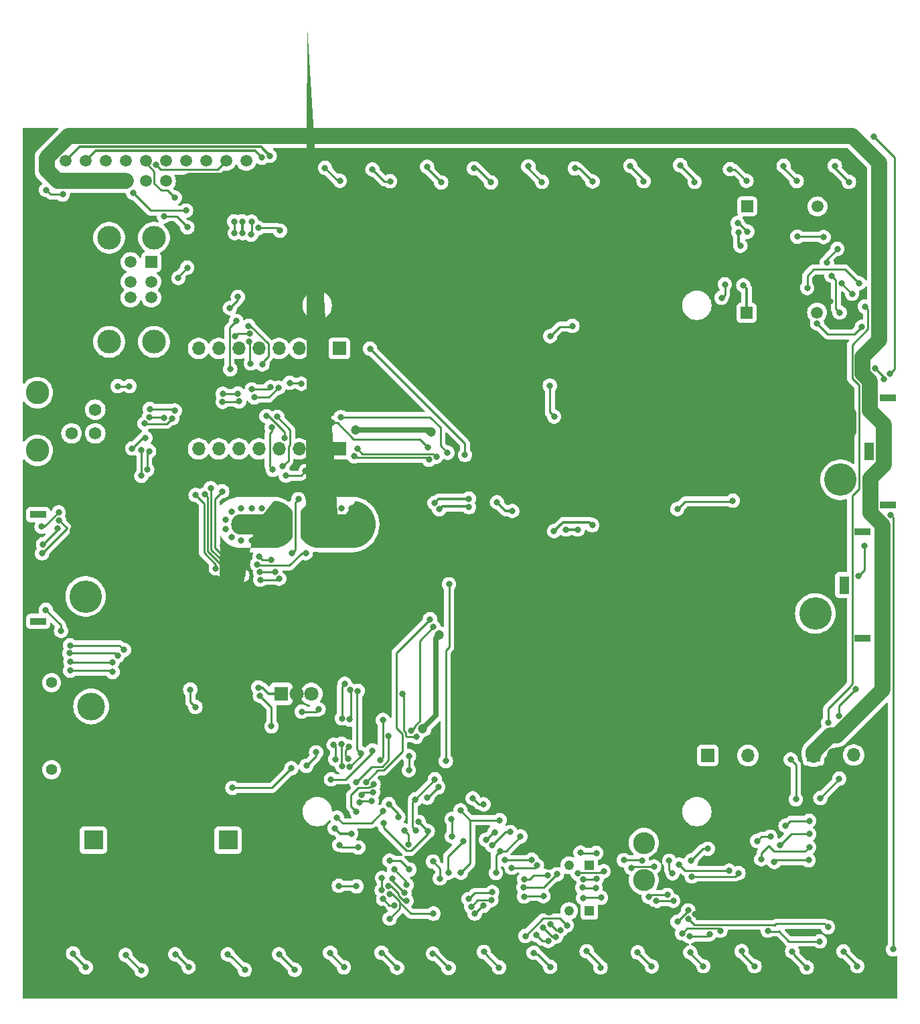
<source format=gbr>
%TF.GenerationSoftware,KiCad,Pcbnew,8.0.3*%
%TF.CreationDate,2025-06-05T12:32:52-07:00*%
%TF.ProjectId,Power_ManagementV2,506f7765-725f-44d6-916e-6167656d656e,rev?*%
%TF.SameCoordinates,Original*%
%TF.FileFunction,Copper,L2,Bot*%
%TF.FilePolarity,Positive*%
%FSLAX46Y46*%
G04 Gerber Fmt 4.6, Leading zero omitted, Abs format (unit mm)*
G04 Created by KiCad (PCBNEW 8.0.3) date 2025-06-05 12:32:52*
%MOMM*%
%LPD*%
G01*
G04 APERTURE LIST*
G04 Aperture macros list*
%AMRoundRect*
0 Rectangle with rounded corners*
0 $1 Rounding radius*
0 $2 $3 $4 $5 $6 $7 $8 $9 X,Y pos of 4 corners*
0 Add a 4 corners polygon primitive as box body*
4,1,4,$2,$3,$4,$5,$6,$7,$8,$9,$2,$3,0*
0 Add four circle primitives for the rounded corners*
1,1,$1+$1,$2,$3*
1,1,$1+$1,$4,$5*
1,1,$1+$1,$6,$7*
1,1,$1+$1,$8,$9*
0 Add four rect primitives between the rounded corners*
20,1,$1+$1,$2,$3,$4,$5,0*
20,1,$1+$1,$4,$5,$6,$7,0*
20,1,$1+$1,$6,$7,$8,$9,0*
20,1,$1+$1,$8,$9,$2,$3,0*%
%AMFreePoly0*
4,1,64,2.219304,2.963065,2.677052,2.853170,3.111972,2.673020,3.513357,2.427051,3.871321,2.121320,4.177052,1.763356,4.423021,1.361971,4.603171,0.927051,4.713066,0.469303,4.750001,0.000000,4.713066,-0.469303,4.603171,-0.927051,4.423021,-1.361971,4.177052,-1.763356,3.871321,-2.121320,3.513357,-2.427051,3.111972,-2.673020,2.677052,-2.853170,2.219304,-2.963065,1.750001,-3.000000,
-2.249999,-3.000000,-2.397706,-2.996361,-2.545055,-2.985454,-2.691689,-2.967306,-2.837251,-2.941960,-2.981388,-2.909478,-3.123751,-2.869938,-3.263995,-2.823437,-3.401780,-2.770088,-3.536770,-2.710019,-3.668639,-2.643376,-3.797067,-2.570322,-3.921743,-2.491033,-4.042363,-2.405702,-4.158636,-2.314536,-4.270279,-2.217755,-4.377022,-2.115595,-4.478605,-2.008303,-4.574782,-1.896139,-4.665320,-1.779377,
-4.750000,-1.658298,-4.750001,1.658297,-4.665322,1.779376,-4.574783,1.896139,-4.478606,2.008302,-4.377023,2.115594,-4.270281,2.217755,-4.158637,2.314535,-4.042365,2.405702,-3.921744,2.491033,-3.797069,2.570322,-3.668640,2.643376,-3.536771,2.710019,-3.401780,2.770087,-3.263996,2.823437,-3.123752,2.869937,-2.981389,2.909477,-2.837251,2.941959,-2.691689,2.967304,-2.545056,2.985452,
-2.397706,2.996359,-2.249999,2.999997,1.750001,3.000000,2.219304,2.963065,2.219304,2.963065,$1*%
%AMFreePoly1*
4,1,64,2.397707,2.996361,2.545056,2.985454,2.691689,2.967306,2.837251,2.941960,2.981388,2.909477,3.123751,2.869938,3.263995,2.823437,3.401779,2.770087,3.536770,2.710019,3.668639,2.643376,3.797067,2.570322,3.921742,2.491033,4.042363,2.405702,4.158635,2.314536,4.270278,2.217755,4.377021,2.115595,4.478604,2.008303,4.574782,1.896140,4.665320,1.779378,4.750000,1.658299,
4.750001,-1.658298,4.665321,-1.779377,4.574783,-1.896139,4.478606,-2.008303,4.377022,-2.115595,4.270280,-2.217755,4.158637,-2.314536,4.042364,-2.405702,3.921744,-2.491033,3.797068,-2.570322,3.668640,-2.643376,3.536771,-2.710019,3.401780,-2.770087,3.263996,-2.823437,3.123752,-2.869937,2.981389,-2.909477,2.837251,-2.941959,2.691689,-2.967305,2.545056,-2.985453,2.397707,-2.996360,
2.250000,-2.999998,-1.750001,-3.000000,-2.219304,-2.963065,-2.677051,-2.853170,-3.111972,-2.673020,-3.513356,-2.427051,-3.871321,-2.121320,-4.177051,-1.763356,-4.423020,-1.361971,-4.603170,-0.927051,-4.713066,-0.469303,-4.750001,0.000000,-4.713066,0.469303,-4.603170,0.927051,-4.423020,1.361971,-4.177051,1.763356,-3.871321,2.121320,-3.513356,2.427051,-3.111972,2.673020,-2.677051,2.853170,
-2.219304,2.963065,-1.750001,3.000000,2.250000,3.000000,2.397707,2.996361,2.397707,2.996361,$1*%
G04 Aperture macros list end*
%TA.AperFunction,ComponentPad*%
%ADD10C,1.498600*%
%TD*%
%TA.AperFunction,ComponentPad*%
%ADD11R,1.498600X1.498600*%
%TD*%
%TA.AperFunction,ComponentPad*%
%ADD12C,1.574800*%
%TD*%
%TA.AperFunction,ComponentPad*%
%ADD13C,2.971800*%
%TD*%
%TA.AperFunction,ComponentPad*%
%ADD14R,1.500000X1.500000*%
%TD*%
%TA.AperFunction,ComponentPad*%
%ADD15C,1.500000*%
%TD*%
%TA.AperFunction,ComponentPad*%
%ADD16C,3.000000*%
%TD*%
%TA.AperFunction,ComponentPad*%
%ADD17R,2.400000X2.400000*%
%TD*%
%TA.AperFunction,ComponentPad*%
%ADD18C,2.400000*%
%TD*%
%TA.AperFunction,ComponentPad*%
%ADD19R,1.508000X1.508000*%
%TD*%
%TA.AperFunction,ComponentPad*%
%ADD20C,1.508000*%
%TD*%
%TA.AperFunction,ComponentPad*%
%ADD21C,1.400000*%
%TD*%
%TA.AperFunction,ComponentPad*%
%ADD22R,3.500000X3.500000*%
%TD*%
%TA.AperFunction,ComponentPad*%
%ADD23C,3.500000*%
%TD*%
%TA.AperFunction,ComponentPad*%
%ADD24R,1.700000X1.700000*%
%TD*%
%TA.AperFunction,ComponentPad*%
%ADD25O,1.700000X1.700000*%
%TD*%
%TA.AperFunction,ComponentPad*%
%ADD26R,1.218000X1.218000*%
%TD*%
%TA.AperFunction,ComponentPad*%
%ADD27C,1.218000*%
%TD*%
%TA.AperFunction,ComponentPad*%
%ADD28R,2.000000X0.900000*%
%TD*%
%TA.AperFunction,ComponentPad*%
%ADD29RoundRect,1.025000X-1.025000X1.025000X-1.025000X-1.025000X1.025000X-1.025000X1.025000X1.025000X0*%
%TD*%
%TA.AperFunction,ComponentPad*%
%ADD30C,4.100000*%
%TD*%
%TA.AperFunction,ComponentPad*%
%ADD31R,1.300000X2.300000*%
%TD*%
%TA.AperFunction,ComponentPad*%
%ADD32RoundRect,1.025000X1.025000X-1.025000X1.025000X1.025000X-1.025000X1.025000X-1.025000X-1.025000X0*%
%TD*%
%TA.AperFunction,CastellatedPad*%
%ADD33R,1.800000X1.800000*%
%TD*%
%TA.AperFunction,CastellatedPad*%
%ADD34C,1.800000*%
%TD*%
%TA.AperFunction,ComponentPad*%
%ADD35C,0.800000*%
%TD*%
%TA.AperFunction,ComponentPad*%
%ADD36RoundRect,1.300000X-2.000000X-0.000010X2.000000X-0.000010X2.000000X0.000010X-2.000000X0.000010X0*%
%TD*%
%TA.AperFunction,SMDPad,CuDef*%
%ADD37FreePoly0,0.000000*%
%TD*%
%TA.AperFunction,SMDPad,CuDef*%
%ADD38FreePoly1,0.000000*%
%TD*%
%TA.AperFunction,ComponentPad*%
%ADD39R,2.775000X2.775000*%
%TD*%
%TA.AperFunction,ComponentPad*%
%ADD40C,2.775000*%
%TD*%
%TA.AperFunction,ViaPad*%
%ADD41C,0.800000*%
%TD*%
%TA.AperFunction,ViaPad*%
%ADD42C,1.200000*%
%TD*%
%TA.AperFunction,ViaPad*%
%ADD43C,1.400000*%
%TD*%
%TA.AperFunction,Conductor*%
%ADD44C,0.250000*%
%TD*%
%TA.AperFunction,Conductor*%
%ADD45C,0.635000*%
%TD*%
%TA.AperFunction,Conductor*%
%ADD46C,2.000000*%
%TD*%
%TA.AperFunction,Conductor*%
%ADD47C,0.304800*%
%TD*%
G04 APERTURE END LIST*
D10*
%TO.P,D2,1,K*%
%TO.N,Batt2GatePreDiv*%
X254594480Y-60500000D03*
D11*
%TO.P,D2,2,A*%
%TO.N,+BATT*%
X245694320Y-60500000D03*
%TD*%
D12*
%TO.P,J9,1,Pin_1*%
%TO.N,Net-(J9-Pin_1)*%
X160274000Y-89183350D03*
%TO.P,J9,2,Pin_2*%
%TO.N,-BATT1*%
X160274000Y-86183351D03*
%TO.P,J9,3,Pin_3*%
%TO.N,I2C1_SDA*%
X163273999Y-89183350D03*
%TO.P,J9,4,Pin_4*%
%TO.N,I2C1_SCL*%
X163273999Y-86183351D03*
D13*
%TO.P,J9,5*%
%TO.N,N/C*%
X155953998Y-84033350D03*
%TO.P,J9,6*%
X155953998Y-91333351D03*
%TD*%
D14*
%TO.P,J7,1,VBUS1*%
%TO.N,unconnected-(J7-VBUS1-Pad1)*%
X170355000Y-67525000D03*
D15*
%TO.P,J7,2,D1-*%
%TO.N,Device_D-*%
X170355000Y-70025000D03*
%TO.P,J7,3,D1+*%
%TO.N,Device_D+*%
X170355000Y-72025000D03*
%TO.P,J7,4,GND1*%
%TO.N,-BATT1*%
X170355000Y-74525000D03*
%TO.P,J7,5,VBUS2*%
%TO.N,unconnected-(J7-VBUS2-Pad5)*%
X167735000Y-67525000D03*
%TO.P,J7,6,D2-*%
%TO.N,Device_D-*%
X167735000Y-70025000D03*
%TO.P,J7,7,D2+*%
%TO.N,Device_D+*%
X167735000Y-72025000D03*
%TO.P,J7,8,GND2*%
%TO.N,-BATT1*%
X167735000Y-74525000D03*
D16*
%TO.P,J7,9,Shield*%
%TO.N,Net-(J7-Shield)*%
X170705000Y-64455000D03*
X165025000Y-64455000D03*
X170705000Y-77595000D03*
X165025000Y-77595000D03*
%TD*%
D17*
%TO.P,C11,1*%
%TO.N,Net-(JP12-A)*%
X163042600Y-140606846D03*
D18*
%TO.P,C11,2*%
%TO.N,-BATT1*%
X163042600Y-148106846D03*
%TD*%
D10*
%TO.P,D1,1,K*%
%TO.N,Batt1GatePreDiv*%
X254543680Y-73915000D03*
D11*
%TO.P,D1,2,A*%
%TO.N,+BATT*%
X245643520Y-73915000D03*
%TD*%
D19*
%TO.P,J8,1,1*%
%TO.N,+5V*%
X159500000Y-57290000D03*
D20*
%TO.P,J8,2,2*%
%TO.N,I2C1_SCL*%
X159500000Y-54750000D03*
%TO.P,J8,3,3*%
%TO.N,+5V*%
X162040000Y-57290000D03*
%TO.P,J8,4,4*%
%TO.N,I2C1_SDA*%
X162040000Y-54750000D03*
%TO.P,J8,5,5*%
%TO.N,+5V*%
X164580000Y-57290000D03*
%TO.P,J8,6,6*%
%TO.N,Dswitch2*%
X164580000Y-54750000D03*
%TO.P,J8,7,7*%
%TO.N,+5V*%
X167120000Y-57290000D03*
%TO.P,J8,8,8*%
%TO.N,Analog_Current*%
X167120000Y-54750000D03*
%TO.P,J8,9,9*%
%TO.N,Device_D-*%
X169660000Y-57290000D03*
%TO.P,J8,10,10*%
%TO.N,Analog_Voltage1*%
X169660000Y-54750000D03*
%TO.P,J8,11,11*%
%TO.N,Device_D+*%
X172200000Y-57290000D03*
%TO.P,J8,12,12*%
%TO.N,D{slash}A23*%
X172200000Y-54750000D03*
%TO.P,J8,13,13*%
%TO.N,-BATT1*%
X174740000Y-57290000D03*
%TO.P,J8,14,14*%
%TO.N,D{slash}A22*%
X174740000Y-54750000D03*
%TO.P,J8,15,15*%
%TO.N,-BATT1*%
X177280000Y-57290000D03*
%TO.P,J8,16,16*%
%TO.N,D{slash}A21*%
X177280000Y-54750000D03*
%TO.P,J8,17,17*%
%TO.N,-BATT1*%
X179820000Y-57290000D03*
%TO.P,J8,18,18*%
%TO.N,D{slash}A20*%
X179820000Y-54750000D03*
%TO.P,J8,19,19*%
%TO.N,-BATT1*%
X182360000Y-57290000D03*
%TO.P,J8,20,20*%
%TO.N,toNEO_CTRL_Orin*%
X182360000Y-54750000D03*
%TD*%
D21*
%TO.P,J6,*%
%TO.N,*%
X157750000Y-131700000D03*
X157750000Y-120700000D03*
D22*
%TO.P,J6,1,Pin_1*%
%TO.N,-BATT1*%
X162750000Y-128700000D03*
D23*
%TO.P,J6,2,Pin_2*%
%TO.N,+BATT*%
X162750000Y-123700000D03*
%TD*%
D24*
%TO.P,J3,1,Pin_1*%
%TO.N,Net-(J3-Pin_1)*%
X194125000Y-78450000D03*
D25*
%TO.P,J3,2,Pin_2*%
%TO.N,-BATT1*%
X191585000Y-78450000D03*
%TO.P,J3,3,Pin_3*%
%TO.N,I2C1_SCL*%
X189045000Y-78450000D03*
%TO.P,J3,4,Pin_4*%
%TO.N,I2C1_SDA*%
X186505000Y-78450000D03*
%TO.P,J3,5,Pin_5*%
%TO.N,REF*%
X183965000Y-78450000D03*
%TO.P,J3,6,Pin_6*%
%TO.N,COM*%
X181425000Y-78450000D03*
%TO.P,J3,7,Pin_7*%
%TO.N,AD0*%
X178885000Y-78450000D03*
%TO.P,J3,8,Pin_8*%
%TO.N,AD1*%
X176345000Y-78450000D03*
%TD*%
D26*
%TO.P,VR2,1*%
%TO.N,+3.3V*%
X225740400Y-149565600D03*
D27*
%TO.P,VR2,2*%
%TO.N,/Battery Control Logic/OCPReference*%
X223200400Y-149565600D03*
%TO.P,VR2,3*%
%TO.N,-BATT1*%
X220660400Y-149565600D03*
%TD*%
D17*
%TO.P,C10,1*%
%TO.N,Net-(JP12-A)*%
X180060600Y-140606292D03*
D18*
%TO.P,C10,2*%
%TO.N,-BATT1*%
X180060600Y-148106292D03*
%TD*%
D24*
%TO.P,J4,1,Pin_1*%
%TO.N,VSampleBatt2*%
X194125000Y-91150000D03*
D25*
%TO.P,J4,2,Pin_2*%
%TO.N,VSampleBatt1*%
X191585000Y-91150000D03*
%TO.P,J4,3,Pin_3*%
%TO.N,/Battery Control Logic/UVPReference*%
X189045000Y-91150000D03*
%TO.P,J4,4,Pin_4*%
%TO.N,/Battery Control Logic/OCPReference*%
X186505000Y-91150000D03*
%TO.P,J4,5,Pin_5*%
%TO.N,/Battery Control Logic/~{OCP}*%
X183965000Y-91150000D03*
%TO.P,J4,6,Pin_6*%
%TO.N,/Battery Control Logic/~{GateDisable}*%
X181425000Y-91150000D03*
%TO.P,J4,7,Pin_7*%
%TO.N,unconnected-(J4-Pin_7-Pad7)*%
X178885000Y-91150000D03*
%TO.P,J4,8,Pin_8*%
%TO.N,Net-(J4-Pin_8)*%
X176345000Y-91150000D03*
%TD*%
D28*
%TO.P,J2,*%
%TO.N,*%
X260317600Y-101606400D03*
X260317600Y-115106400D03*
D29*
%TO.P,J2,1,Pin_1*%
%TO.N,-BATT1*%
X254317600Y-104756400D03*
D30*
%TO.P,J2,2,Pin_2*%
%TO.N,+BATT2*%
X254317600Y-111956400D03*
D31*
%TO.P,J2,3*%
%TO.N,N/C*%
X257967600Y-108356400D03*
%TD*%
D28*
%TO.P,J1,*%
%TO.N,*%
X263499600Y-84696400D03*
X263499600Y-98196400D03*
D29*
%TO.P,J1,1,Pin_1*%
%TO.N,-BATT1*%
X257499600Y-87846400D03*
D30*
%TO.P,J1,2,Pin_2*%
%TO.N,+BATT1*%
X257499600Y-95046400D03*
D31*
%TO.P,J1,3*%
%TO.N,N/C*%
X261149600Y-91446400D03*
%TD*%
D26*
%TO.P,VR1,1*%
%TO.N,+3.3V*%
X225740400Y-143799800D03*
D27*
%TO.P,VR1,2*%
%TO.N,/Battery Control Logic/UVPReference*%
X223200400Y-143799800D03*
%TO.P,VR1,3*%
%TO.N,-BATT1*%
X220660400Y-143799800D03*
%TD*%
D25*
%TO.P,PM2,1,Pin_1*%
%TO.N,+VregDiode*%
X259170000Y-129840000D03*
%TO.P,PM2,2,Pin_2*%
%TO.N,-BATT1*%
X256630000Y-129840000D03*
D24*
%TO.P,PM2,3,Pin_3*%
%TO.N,+5V*%
X254090000Y-129840000D03*
%TD*%
D28*
%TO.P,J5,*%
%TO.N,*%
X156050000Y-112950000D03*
X156050000Y-99450000D03*
D32*
%TO.P,J5,1,Pin_1*%
%TO.N,-BATT1*%
X162050000Y-102600000D03*
D30*
%TO.P,J5,2,Pin_2*%
%TO.N,+BATT*%
X162050000Y-109800000D03*
%TD*%
D33*
%TO.P,U5,1,VCC*%
%TO.N,+5V*%
X186790100Y-122099999D03*
D34*
%TO.P,U5,2,GND*%
%TO.N,-BATT1*%
X188700100Y-122099999D03*
%TO.P,U5,3,VIOUT*%
%TO.N,ISample5V*%
X190610100Y-122099999D03*
D35*
%TO.P,U5,4,IP+*%
%TO.N,+BATTHall*%
X189798100Y-100082000D03*
X189798100Y-101318001D03*
X190524100Y-99082000D03*
X190524100Y-102318000D03*
X191700100Y-98700000D03*
X191700100Y-102700000D03*
X193033400Y-98700000D03*
X193033400Y-102700000D03*
D36*
X193700100Y-100700000D03*
D37*
X193950099Y-100700000D03*
D35*
X194366700Y-98700000D03*
X194366700Y-102700000D03*
X195700000Y-98700000D03*
X195700000Y-102700000D03*
X196876100Y-99082000D03*
X196876100Y-102318000D03*
X197602100Y-100082000D03*
X197602100Y-101318000D03*
%TO.P,U5,5,IP-*%
%TO.N,+BATT*%
X179798100Y-100082000D03*
X179798100Y-101318000D03*
X180524100Y-99082000D03*
X180524100Y-102318000D03*
X181700100Y-98700000D03*
X181700100Y-102700000D03*
X183033400Y-98700000D03*
X183033400Y-102700000D03*
D38*
X183450100Y-100700000D03*
D36*
X183700100Y-100700000D03*
D35*
X184366700Y-98700000D03*
X184366700Y-102700000D03*
X185700000Y-98700000D03*
X185700000Y-102700000D03*
X186876100Y-99082000D03*
X186876100Y-102318000D03*
X187602100Y-100082000D03*
X187602100Y-101318001D03*
%TD*%
D39*
%TO.P,S1,1*%
%TO.N,-BATT1*%
X232650000Y-150350000D03*
D40*
%TO.P,S1,2*%
%TO.N,Net-(D13-A)*%
X232650000Y-145650000D03*
%TO.P,S1,3*%
%TO.N,+3.3V*%
X232650000Y-140950000D03*
%TD*%
D25*
%TO.P,PM1,1,Pin_1*%
%TO.N,+VregDiode*%
X245808300Y-129907700D03*
%TO.P,PM1,2,Pin_2*%
%TO.N,-BATT1*%
X243268300Y-129907700D03*
D24*
%TO.P,PM1,3,Pin_3*%
%TO.N,+5V*%
X240728300Y-129907700D03*
%TD*%
D41*
%TO.N,/Battery Control Logic/UVPReference*%
X193855499Y-137766901D03*
D42*
%TO.N,+3.3V*%
X206775262Y-114674862D03*
X205740000Y-89000000D03*
D41*
%TO.N,-BATT1*%
X245313200Y-53594000D03*
X192735200Y-53848000D03*
X206298800Y-53797200D03*
X186650000Y-157800000D03*
X212742179Y-103617179D03*
X239129155Y-149996485D03*
X262548752Y-132740716D03*
X256202356Y-72462947D03*
X199700000Y-157800000D03*
X197800000Y-125853198D03*
X219150000Y-157900000D03*
X255650000Y-54050000D03*
X257150000Y-63600000D03*
X206700000Y-140450000D03*
X180150000Y-157700000D03*
X241322400Y-101735719D03*
D43*
X260100000Y-144900000D03*
D41*
X245200000Y-157950000D03*
X219151200Y-53898800D03*
X189475000Y-129825000D03*
X193100000Y-157950000D03*
X173750000Y-157850000D03*
X160700000Y-157750000D03*
X256940128Y-136413484D03*
X238963200Y-53695600D03*
X238404400Y-131267200D03*
X242350000Y-67500000D03*
X251650000Y-157850000D03*
X155350000Y-157800000D03*
X206250000Y-157900000D03*
X232410000Y-53695600D03*
X199875000Y-140850000D03*
X238750000Y-157900000D03*
X225755200Y-53746400D03*
X170150000Y-80850000D03*
X178935169Y-81698390D03*
X232200000Y-157950000D03*
D43*
X177100000Y-118075000D03*
D41*
X207575000Y-103675000D03*
X212700000Y-157950000D03*
X257423860Y-79297940D03*
X248595851Y-70021860D03*
X251561600Y-53746400D03*
X212547200Y-53746400D03*
X167200000Y-157850000D03*
X225750000Y-158000000D03*
X199440800Y-53848000D03*
X204600000Y-132575000D03*
X258200000Y-158000000D03*
X199633378Y-149277993D03*
X208150000Y-136200000D03*
X203400000Y-128750000D03*
X204715000Y-142831466D03*
%TO.N,+VregDiode*%
X245750000Y-63700000D03*
X255376800Y-64369200D03*
X244500000Y-62600000D03*
X242468400Y-72034400D03*
X242882939Y-70358258D03*
X252049400Y-64318400D03*
D43*
%TO.N,+5V*%
X262237500Y-54837500D03*
D41*
X183896000Y-121310400D03*
D42*
%TO.N,+3.3V*%
X196164430Y-88710570D03*
D41*
X214451853Y-141978991D03*
X170075352Y-87103730D03*
X213927217Y-144751448D03*
X195334474Y-128815745D03*
X207964335Y-144728200D03*
X206205959Y-132916507D03*
X195251033Y-130291541D03*
X171986998Y-87240600D03*
X203743600Y-135450000D03*
X217050000Y-140150000D03*
X203825000Y-139400000D03*
X209780710Y-140761212D03*
D42*
X204690036Y-126485982D03*
D41*
%TO.N,ISample5V*%
X179973417Y-106396621D03*
X170082435Y-91429156D03*
X185499752Y-105139000D03*
X169841400Y-93784761D03*
X177877149Y-96100822D03*
X184035832Y-104786729D03*
%TO.N,+BATT*%
X245222825Y-70471800D03*
X189875000Y-93950000D03*
X187384400Y-94529252D03*
X244600000Y-63750000D03*
X244850000Y-65450000D03*
%TO.N,/Battery Control Logic/Batt2>UVP*%
X202875000Y-141125000D03*
X200824909Y-145443957D03*
X227225000Y-147875000D03*
X224975000Y-147925000D03*
X249125000Y-143375000D03*
X233250000Y-147750000D03*
X213450000Y-147175000D03*
X217500000Y-147725000D03*
X202350000Y-139375000D03*
X235599501Y-147550499D03*
X253475000Y-143150000D03*
X219950000Y-147675000D03*
X244602000Y-144780000D03*
X202363666Y-147283992D03*
X238700000Y-145201777D03*
X210500000Y-148050000D03*
%TO.N,/Battery Control Logic/Batt1>UVP*%
X238250000Y-149500000D03*
X249852416Y-141281884D03*
X198228289Y-135637958D03*
X193531000Y-139105616D03*
X196687156Y-135823898D03*
X253553400Y-139837400D03*
X236894165Y-150938065D03*
X217650000Y-152725000D03*
X222900000Y-151375000D03*
X195640600Y-139783229D03*
%TO.N,Batt2Enable*%
X256387600Y-69240400D03*
X260502400Y-103378000D03*
X257109080Y-65859400D03*
X233930126Y-143950292D03*
X257302000Y-124866400D03*
X257352800Y-132842000D03*
X259435600Y-121513600D03*
X224971535Y-145546980D03*
X255778000Y-67614800D03*
X212375000Y-148901726D03*
X253550800Y-141488400D03*
X254965200Y-135280400D03*
X211261811Y-149898308D03*
X259740400Y-107188000D03*
X262961259Y-82358909D03*
X231050000Y-144100000D03*
X217527113Y-145548152D03*
X237110084Y-143700084D03*
X261900000Y-81000000D03*
X243436075Y-144473577D03*
X247496341Y-143035800D03*
X257403600Y-73914000D03*
X220472737Y-145069537D03*
X226700000Y-145462000D03*
%TO.N,Batt1Enable*%
X236265338Y-144784600D03*
X238630000Y-143210000D03*
X260604000Y-73152000D03*
X213353246Y-148173526D03*
X232400000Y-143200000D03*
X230100000Y-143150000D03*
X253553400Y-138161000D03*
X251866400Y-135432800D03*
X224275000Y-144825000D03*
X248650000Y-140175000D03*
X246975000Y-140700000D03*
X210802096Y-149006637D03*
X206050000Y-149900000D03*
X251206000Y-130403600D03*
X258978400Y-71526400D03*
X221650000Y-144925000D03*
X227560084Y-144560084D03*
X240730000Y-141690000D03*
X200473938Y-147442085D03*
X217400000Y-146575000D03*
X200500000Y-150525000D03*
X255948715Y-125748315D03*
X235852938Y-143222092D03*
X250555091Y-138783811D03*
X257655556Y-70240524D03*
%TO.N,~{OCPLatch}*%
X199288400Y-130454400D03*
X238297085Y-150576915D03*
X224850000Y-146600000D03*
X199644000Y-125425200D03*
X234200000Y-148300000D03*
X215925000Y-144091752D03*
X181305200Y-71932800D03*
X219126569Y-143815153D03*
X186282545Y-87093283D03*
X184404000Y-80467200D03*
X184097273Y-106694184D03*
X186994800Y-93319600D03*
X182676800Y-75590400D03*
X180289200Y-73355200D03*
X186029600Y-106680000D03*
X236370910Y-148271603D03*
X177110747Y-96875000D03*
X195456688Y-125355436D03*
X255925000Y-151600000D03*
X195478945Y-121596351D03*
X180843320Y-107598672D03*
X226550000Y-146675000D03*
%TO.N,/Battery Control Logic/~{OCP}*%
X166100000Y-117300000D03*
X160000000Y-116975000D03*
X185550000Y-126200000D03*
X184096900Y-122356595D03*
X193081000Y-132925000D03*
X198300000Y-129275000D03*
%TO.N,/Battery Control Logic/~{GateDisable}*%
X209505913Y-144728200D03*
X157025000Y-111500000D03*
X160100000Y-115975000D03*
X237490000Y-152400000D03*
X196300000Y-146450000D03*
X175941185Y-123780629D03*
X222091379Y-152007845D03*
X209450000Y-136850000D03*
X158525000Y-101200000D03*
X248332430Y-152044378D03*
X242316000Y-152047578D03*
X220814184Y-151227800D03*
X158950000Y-114150000D03*
X194075000Y-146375000D03*
X202625000Y-148275000D03*
X175283482Y-121580859D03*
X254875000Y-153400000D03*
X166900000Y-116550000D03*
X200357645Y-146429559D03*
X156672584Y-103197584D03*
X214400000Y-138075000D03*
%TO.N,~{SystemKill}*%
X194462400Y-125222000D03*
X196545200Y-141528800D03*
X185724800Y-93776800D03*
X186537600Y-107543600D03*
X194815665Y-120843706D03*
X200507600Y-143205200D03*
X185572400Y-88442800D03*
X181102000Y-74980800D03*
X194157600Y-141224000D03*
X194462400Y-131216400D03*
X202996800Y-144322800D03*
X194411600Y-128422400D03*
X181864000Y-107137200D03*
X184150000Y-107696000D03*
X179324000Y-96520000D03*
X220559777Y-153350000D03*
X180340000Y-81076800D03*
X219025000Y-152600000D03*
%TO.N,I2C1_SCL*%
X187858400Y-82804000D03*
X170180000Y-86106000D03*
X166116000Y-83210400D03*
X207827422Y-91627668D03*
X189331600Y-82905600D03*
X194325000Y-87125000D03*
X186436000Y-83413600D03*
X181457600Y-85140800D03*
X183388000Y-84632800D03*
X179374800Y-85191600D03*
X185326820Y-54086253D03*
X167589200Y-83210400D03*
X173329600Y-86309200D03*
%TO.N,I2C1_SDA*%
X181297094Y-84150521D03*
X184354525Y-54333351D03*
X185433324Y-83330317D03*
X183076924Y-83622189D03*
X205325000Y-90925000D03*
X172986535Y-87275474D03*
X169493351Y-87920854D03*
X193250000Y-87850000D03*
X179392195Y-84190619D03*
%TO.N,VSampleBatt1*%
X205469536Y-92501261D03*
X196025000Y-92075000D03*
X206178200Y-97972169D03*
X205600000Y-112675000D03*
X184925000Y-87000000D03*
X221284800Y-101549200D03*
X214071200Y-97891600D03*
X216001600Y-99009200D03*
X197503201Y-133250000D03*
X210515200Y-97434400D03*
X187181000Y-89750000D03*
X226117716Y-100794116D03*
%TO.N,/Battery Control Logic/OCPReference*%
X196470803Y-121746798D03*
X196843426Y-129626743D03*
X195458510Y-131335480D03*
%TO.N,/Battery Control Logic/UVPReference*%
X188953200Y-97500000D03*
X204170169Y-138304831D03*
X199695575Y-136963536D03*
X191525000Y-124050000D03*
X188122252Y-104294811D03*
X193415654Y-128542840D03*
X205324007Y-139472481D03*
X199713608Y-138450681D03*
X218461132Y-143068186D03*
X189386151Y-124356109D03*
X193619037Y-130368320D03*
X215075000Y-143075000D03*
%TO.N,VSampleBatt2*%
X206021882Y-113677403D03*
X224282000Y-101346000D03*
X201583797Y-137675561D03*
X198407770Y-134556412D03*
X222808800Y-101346000D03*
X210527867Y-98502601D03*
X196402801Y-91145655D03*
X196952416Y-134856400D03*
X206773298Y-98779803D03*
X200380672Y-136060059D03*
X191875000Y-87800000D03*
X206400947Y-92135908D03*
X200372200Y-127460953D03*
X203239930Y-126764836D03*
X196283145Y-133275464D03*
%TO.N,Net-(JP1-A)*%
X259854174Y-70215994D03*
X253299080Y-70787000D03*
%TO.N,Batt2Gate*%
X243890800Y-97688400D03*
X236880400Y-98755200D03*
%TO.N,Batt1Gate*%
X260204287Y-75717756D03*
X221300000Y-87050000D03*
X220800000Y-76900000D03*
X220750000Y-83150000D03*
X223600000Y-75600000D03*
X254546972Y-75286707D03*
%TO.N,ISample3.3V*%
X188075000Y-131525000D03*
X189975000Y-131200000D03*
X191200000Y-129500000D03*
X180625000Y-134000000D03*
X165475000Y-119350000D03*
X160100000Y-119175000D03*
X158700000Y-100175000D03*
X156550000Y-104350000D03*
%TO.N,KillSwitch*%
X183909600Y-63222457D03*
X186632800Y-63554922D03*
X240942674Y-152497578D03*
X238425000Y-152775000D03*
X210025000Y-91900000D03*
X207600000Y-130600000D03*
X205246800Y-135250000D03*
X219915294Y-151676894D03*
X198025000Y-78475000D03*
X206647251Y-133900001D03*
X212673013Y-140576987D03*
X213768777Y-139613088D03*
X221501265Y-152819129D03*
X208000000Y-108250000D03*
%TO.N,Dswitch2*%
X174925000Y-63125000D03*
X171975000Y-61739000D03*
%TO.N,Analog_Current*%
X165425000Y-118125000D03*
X160125000Y-118050000D03*
%TO.N,Analog_Voltage1*%
X182766063Y-77582144D03*
X173350000Y-59375000D03*
X182925000Y-80350000D03*
%TO.N,LETeensy*%
X178517017Y-106247822D03*
X174904400Y-68224400D03*
X202082400Y-122123200D03*
X175974958Y-96980958D03*
X202950000Y-129975000D03*
X202925000Y-131775000D03*
X203860400Y-127558800D03*
X169113200Y-94538800D03*
X169084091Y-91330540D03*
X189894714Y-104318010D03*
X173786800Y-69545200D03*
X183757076Y-105750425D03*
%TO.N,D{slash}A21*%
X181902001Y-63853727D03*
X181864000Y-62382400D03*
%TO.N,D{slash}A20*%
X159156400Y-58978800D03*
X180848000Y-62382400D03*
X168046400Y-58775600D03*
X170933796Y-55229636D03*
X174752000Y-61010800D03*
X180898800Y-63855600D03*
X157073600Y-58420000D03*
%TO.N,Net-(JP22-A)*%
X199685489Y-148059162D03*
X201088113Y-148823747D03*
%TO.N,Net-(JP27-B)*%
X212375000Y-136075000D03*
X211000000Y-135325000D03*
%TO.N,Net-(LED1-DOUT)*%
X160470000Y-154940000D03*
X162080000Y-156680000D03*
%TO.N,Net-(LED2-DOUT)*%
X167110000Y-155140000D03*
X169110000Y-157060000D03*
%TO.N,toNEO_CTRL_Orin*%
X169621200Y-89763600D03*
X180978200Y-76887200D03*
X156492200Y-100967800D03*
X167944800Y-91084400D03*
X183032400Y-62433200D03*
X158648400Y-99161600D03*
X182981600Y-64058800D03*
X182833847Y-76581234D03*
%TO.N,Net-(LED3-DOUT)*%
X173380000Y-155040000D03*
X175080000Y-156660000D03*
%TO.N,Net-(LED4-DOUT)*%
X182180000Y-157010000D03*
X180030000Y-155040000D03*
%TO.N,Net-(LED6-DOUT)*%
X192970000Y-154840000D03*
X194710000Y-156680000D03*
%TO.N,Net-(LED10-DIN)*%
X212410000Y-154740000D03*
X214330000Y-156710000D03*
%TO.N,Net-(LED13-DOUT)*%
X240160000Y-156550000D03*
X238500000Y-154790000D03*
%TO.N,Net-(LED14-DOUT)*%
X246630000Y-156550000D03*
X245010000Y-154640000D03*
%TO.N,Net-(LED16-DOUT)*%
X257870000Y-154670000D03*
X259630000Y-156550000D03*
%TO.N,Net-(LED17-DOUT)*%
X261700000Y-51650000D03*
X263750000Y-81650000D03*
X263850000Y-99500000D03*
X264150000Y-154400000D03*
%TO.N,Net-(LED18-DOUT)*%
X258572000Y-57404000D03*
X256794000Y-55372000D03*
%TO.N,Net-(LED19-DOUT)*%
X250317000Y-55372000D03*
X251968000Y-57277000D03*
%TO.N,Net-(LED21-DOUT)*%
X239064800Y-57404000D03*
X237236000Y-55270400D03*
%TO.N,Net-(LED26-DOUT)*%
X205232000Y-55473600D03*
X207010000Y-57454800D03*
%TO.N,Net-(LED27-DOUT)*%
X200558400Y-57302400D03*
X198323200Y-55829200D03*
%TO.N,Net-(LED28-DOUT)*%
X194208400Y-57251600D03*
X192328800Y-55626000D03*
%TO.N,/Battery Control Logic/VBatt1<VBatt2*%
X199525000Y-145400000D03*
X198458417Y-133556556D03*
X196303698Y-137020273D03*
X199500000Y-146950000D03*
%TO.N,Net-(U7-2C)*%
X202650000Y-146275000D03*
X201090400Y-144325000D03*
%TO.N,Net-(U7-2D)*%
X206856935Y-145456400D03*
X205967159Y-143315345D03*
%TO.N,Net-(D13-A)*%
X224625000Y-142175000D03*
X226625000Y-142225000D03*
X215761774Y-139581943D03*
X208375000Y-140150000D03*
X208332455Y-137954137D03*
X213475000Y-141275000D03*
%TO.N,NeoPass1*%
X188500000Y-157010000D03*
X186500000Y-155040000D03*
%TO.N,Net-(LED7-DOUT)*%
X199470000Y-154840000D03*
X201440000Y-156730000D03*
%TO.N,Net-(LED8-DOUT)*%
X207960000Y-156760000D03*
X205960000Y-154970000D03*
%TO.N,NeoPass2*%
X218700000Y-154840000D03*
X220800000Y-156630000D03*
%TO.N,Net-(LED11-DOUT)*%
X225420000Y-154660000D03*
X227170000Y-156710000D03*
%TO.N,Net-(LED12-DOUT)*%
X233640000Y-156580000D03*
X231870000Y-154810000D03*
%TO.N,NeoPass3*%
X251400000Y-154670000D03*
X253240000Y-156710000D03*
%TO.N,NeoPass4*%
X245618000Y-57251600D03*
X243535200Y-55778400D03*
%TO.N,Net-(LED22-DOUT)*%
X232613200Y-57302400D03*
X230936800Y-55372000D03*
%TO.N,Net-(LED23-DOUT)*%
X226161600Y-57353200D03*
X223926400Y-55676800D03*
%TO.N,Net-(LED24-DOUT)*%
X218033600Y-55422800D03*
X219760800Y-57404000D03*
%TO.N,NeoPass5*%
X213309200Y-57454800D03*
X211175600Y-55676800D03*
%TD*%
D44*
%TO.N,KillSwitch*%
X205297252Y-135250000D02*
X205246800Y-135250000D01*
X206647251Y-133900001D02*
X205297252Y-135250000D01*
%TO.N,/Battery Control Logic/VBatt1<VBatt2*%
X195625000Y-136341575D02*
X196303698Y-137020273D01*
X195625000Y-134875000D02*
X195625000Y-136341575D01*
X197804832Y-133978200D02*
X196521800Y-133978200D01*
X196521800Y-133978200D02*
X195625000Y-134875000D01*
X197929832Y-133853200D02*
X197804832Y-133978200D01*
X198458417Y-133556556D02*
X198161773Y-133853200D01*
X198161773Y-133853200D02*
X197929832Y-133853200D01*
%TO.N,/Battery Control Logic/UVPReference*%
X194560890Y-138472292D02*
X193855499Y-137766901D01*
D45*
%TO.N,+3.3V*%
X196203860Y-88750000D02*
X196164430Y-88710570D01*
X205150000Y-88750000D02*
X196203860Y-88750000D01*
D44*
%TO.N,I2C1_SDA*%
X193925000Y-87850000D02*
X195975000Y-89900000D01*
D45*
%TO.N,+3.3V*%
X204690036Y-126485982D02*
X206378200Y-124797818D01*
X206378200Y-124797818D02*
X206378200Y-115071924D01*
X206378200Y-115071924D02*
X206775262Y-114674862D01*
D44*
%TO.N,VSampleBatt2*%
X204275000Y-115424285D02*
X206021882Y-113677403D01*
X203761836Y-126101508D02*
X204275000Y-125588344D01*
X203761836Y-126242930D02*
X203761836Y-126101508D01*
X204275000Y-125588344D02*
X204275000Y-115424285D01*
X203239930Y-126764836D02*
X203761836Y-126242930D01*
D45*
%TO.N,+3.3V*%
X205150000Y-88750000D02*
X205490000Y-88750000D01*
X205490000Y-88750000D02*
X205740000Y-89000000D01*
D46*
%TO.N,-BATT1*%
X179820000Y-57290000D02*
X177280000Y-57290000D01*
X180574000Y-58044000D02*
X179820000Y-57290000D01*
X182360000Y-57290000D02*
X181606000Y-58044000D01*
X175213346Y-57290000D02*
X174976673Y-57526673D01*
X177280000Y-57290000D02*
X175213346Y-57290000D01*
X181606000Y-58044000D02*
X180574000Y-58044000D01*
D44*
%TO.N,+VregDiode*%
X244650000Y-62600000D02*
X245750000Y-63700000D01*
X242882939Y-71619861D02*
X242882939Y-70358258D01*
X252049400Y-64318400D02*
X255326000Y-64318400D01*
X244500000Y-62600000D02*
X244650000Y-62600000D01*
X242468400Y-72034400D02*
X242882939Y-71619861D01*
X255326000Y-64318400D02*
X255376800Y-64369200D01*
D46*
%TO.N,+5V*%
X256219347Y-127351515D02*
X257084153Y-127351515D01*
X262237500Y-54837500D02*
X258996800Y-51596800D01*
X159500000Y-57290000D02*
X162040000Y-57290000D01*
X254090000Y-129480862D02*
X256219347Y-127351515D01*
X262386200Y-77409232D02*
X262386200Y-54986200D01*
X261299600Y-99216868D02*
X261299600Y-94876568D01*
D47*
X185193599Y-122099999D02*
X186790100Y-122099999D01*
D46*
X157125000Y-54361626D02*
X157125000Y-55925000D01*
X162040000Y-57290000D02*
X164580000Y-57290000D01*
X159889826Y-51596800D02*
X157125000Y-54361626D01*
X261299600Y-94876568D02*
X263025000Y-93151168D01*
X262386200Y-54986200D02*
X262237500Y-54837500D01*
X260296800Y-79498632D02*
X262386200Y-77409232D01*
X164580000Y-57290000D02*
X167120000Y-57290000D01*
X258996800Y-51596800D02*
X159889826Y-51596800D01*
X260296800Y-81664068D02*
X260296800Y-79498632D01*
X261213600Y-86280868D02*
X261213600Y-82580868D01*
X263025000Y-88092268D02*
X261213600Y-86280868D01*
X254090000Y-129840000D02*
X254090000Y-129480862D01*
X262825000Y-100742268D02*
X261299600Y-99216868D01*
D47*
X183896000Y-121310400D02*
X184404000Y-121310400D01*
D46*
X157125000Y-55925000D02*
X158490000Y-57290000D01*
X261213600Y-82580868D02*
X260296800Y-81664068D01*
X158490000Y-57290000D02*
X159500000Y-57290000D01*
X262825000Y-121610668D02*
X262825000Y-100742268D01*
X257084153Y-127351515D02*
X262825000Y-121610668D01*
X263025000Y-93151168D02*
X263025000Y-88092268D01*
D47*
X184404000Y-121310400D02*
X185193599Y-122099999D01*
D44*
%TO.N,+3.3V*%
X203413253Y-138988253D02*
X203413253Y-135780347D01*
X203743600Y-135450000D02*
X206205959Y-132987641D01*
X213927217Y-142503627D02*
X213927217Y-144751448D01*
X203413253Y-135780347D02*
X203743600Y-135450000D01*
X194918600Y-129959108D02*
X195251033Y-130291541D01*
X214451853Y-141978991D02*
X213927217Y-142503627D01*
X214455844Y-141975000D02*
X214451853Y-141978991D01*
X215225000Y-141975000D02*
X214455844Y-141975000D01*
X209780710Y-140761212D02*
X207875000Y-142666922D01*
X195334474Y-128815745D02*
X194918600Y-129231619D01*
X206205959Y-132987641D02*
X206205959Y-132916507D01*
D45*
X205150000Y-88750000D02*
X205400000Y-89000000D01*
D44*
X217050000Y-140150000D02*
X215225000Y-141975000D01*
X207875000Y-144638865D02*
X207964335Y-144728200D01*
X207875000Y-142666922D02*
X207875000Y-144638865D01*
X203825000Y-139400000D02*
X203413253Y-138988253D01*
X171850128Y-87103730D02*
X171986998Y-87240600D01*
X170075352Y-87103730D02*
X171850128Y-87103730D01*
X194918600Y-129231619D02*
X194918600Y-129959108D01*
%TO.N,ISample5V*%
X177920114Y-96143787D02*
X177920114Y-103880510D01*
X177920114Y-103880510D02*
X179973417Y-105933813D01*
X179973417Y-105933813D02*
X179973417Y-106396621D01*
X169841400Y-91670191D02*
X170082435Y-91429156D01*
X185499752Y-105139000D02*
X184388103Y-105139000D01*
X169841400Y-93784761D02*
X169841400Y-91670191D01*
X177877149Y-96100822D02*
X177920114Y-96143787D01*
X184388103Y-105139000D02*
X184035832Y-104786729D01*
D47*
%TO.N,+BATT*%
X244600000Y-65200000D02*
X244850000Y-65450000D01*
D44*
X189295748Y-94529252D02*
X187384400Y-94529252D01*
D47*
X244600000Y-63750000D02*
X244600000Y-65200000D01*
D44*
X189875000Y-93950000D02*
X189295748Y-94529252D01*
D47*
X245643520Y-70892495D02*
X245222825Y-70471800D01*
X245643520Y-73915000D02*
X245643520Y-70892495D01*
D44*
%TO.N,/Battery Control Logic/Batt2>UVP*%
X253475000Y-143150000D02*
X249350000Y-143150000D01*
X219950000Y-147675000D02*
X217550000Y-147675000D01*
X227225000Y-147875000D02*
X225025000Y-147875000D01*
X233250000Y-147750000D02*
X233449501Y-147550499D01*
X211275000Y-147275000D02*
X210500000Y-148050000D01*
X249350000Y-143150000D02*
X249125000Y-143375000D01*
X202875000Y-139900000D02*
X202350000Y-139375000D01*
X238700000Y-145201777D02*
X244180223Y-145201777D01*
X200824909Y-145745235D02*
X200824909Y-145443957D01*
X225025000Y-147875000D02*
X224975000Y-147925000D01*
X217550000Y-147675000D02*
X217500000Y-147725000D01*
X244180223Y-145201777D02*
X244602000Y-144780000D01*
X213450000Y-147175000D02*
X213350000Y-147275000D01*
X233449501Y-147550499D02*
X235599501Y-147550499D01*
X202875000Y-141125000D02*
X202875000Y-139900000D01*
X213350000Y-147275000D02*
X211275000Y-147275000D01*
X202363666Y-147283992D02*
X200824909Y-145745235D01*
%TO.N,/Battery Control Logic/Batt1>UVP*%
X238250000Y-149582230D02*
X236894165Y-150938065D01*
D47*
X194208613Y-139783229D02*
X195640600Y-139783229D01*
X193531000Y-139105616D02*
X194208613Y-139783229D01*
D44*
X253553400Y-139837400D02*
X251296900Y-139837400D01*
X217650000Y-152725000D02*
X219875400Y-150499600D01*
X222024600Y-150499600D02*
X222900000Y-151375000D01*
X251296900Y-139837400D02*
X249852416Y-141281884D01*
X196873096Y-135637958D02*
X198228289Y-135637958D01*
X238250000Y-149500000D02*
X238250000Y-149582230D01*
X196687156Y-135823898D02*
X196873096Y-135637958D01*
X219875400Y-150499600D02*
X222024600Y-150499600D01*
%TO.N,Batt2Enable*%
X243436075Y-144473577D02*
X237883577Y-144473577D01*
X231212500Y-143937500D02*
X233917334Y-143937500D01*
X217527113Y-145548152D02*
X218240452Y-145548152D01*
X256930556Y-73440956D02*
X256930556Y-69783356D01*
X261900000Y-81000000D02*
X262961259Y-82061259D01*
X248450000Y-141325000D02*
X248400000Y-141325000D01*
X212258393Y-148901726D02*
X211261811Y-149898308D01*
X231050000Y-144100000D02*
X231212500Y-143937500D01*
X256930556Y-69783356D02*
X256387600Y-69240400D01*
X247496341Y-142228659D02*
X247496341Y-143035800D01*
X224971535Y-145546980D02*
X226615020Y-145546980D01*
X262961259Y-82061259D02*
X262961259Y-82358909D01*
X259740400Y-107188000D02*
X260502400Y-106426000D01*
X218240452Y-145548152D02*
X218719067Y-145069537D01*
X257302000Y-124866400D02*
X257302000Y-123647200D01*
X248400000Y-141325000D02*
X247496341Y-142228659D01*
X257352800Y-132892800D02*
X257352800Y-132842000D01*
X218719067Y-145069537D02*
X220472737Y-145069537D01*
X257403600Y-73914000D02*
X256930556Y-73440956D01*
X254965200Y-135280400D02*
X257352800Y-132892800D01*
X255778000Y-67190480D02*
X257109080Y-65859400D01*
X255778000Y-67614800D02*
X255778000Y-67190480D01*
X253029116Y-142010084D02*
X249135084Y-142010084D01*
X237883577Y-144473577D02*
X237110084Y-143700084D01*
X260502400Y-106426000D02*
X260502400Y-103378000D01*
X249135084Y-142010084D02*
X248450000Y-141325000D01*
X257302000Y-123647200D02*
X259435600Y-121513600D01*
X233917334Y-143937500D02*
X233930126Y-143950292D01*
X212375000Y-148901726D02*
X212258393Y-148901726D01*
X253550800Y-141488400D02*
X253029116Y-142010084D01*
X226615020Y-145546980D02*
X226700000Y-145462000D01*
%TO.N,Batt1Enable*%
X203195169Y-149900000D02*
X206050000Y-149900000D01*
X258758200Y-121161169D02*
X258758200Y-121110369D01*
X247500000Y-140175000D02*
X248650000Y-140175000D01*
X251177902Y-138161000D02*
X250555091Y-138783811D01*
X201816313Y-148416313D02*
X201796800Y-148396800D01*
X200842085Y-147442085D02*
X200473938Y-147442085D01*
X224275000Y-144825000D02*
X224366200Y-144733800D01*
X258971800Y-82212901D02*
X258971800Y-77980074D01*
X211635207Y-148173526D02*
X210802096Y-149006637D01*
X227386368Y-144733800D02*
X227560084Y-144560084D01*
X259874600Y-96182600D02*
X259874600Y-83115701D01*
X258992600Y-120875969D02*
X258992600Y-97064600D01*
X240150000Y-141690000D02*
X240730000Y-141690000D01*
X258941432Y-71526400D02*
X257655556Y-70240524D01*
X255948715Y-123970654D02*
X258758200Y-121161169D01*
X217400000Y-146575000D02*
X220000000Y-146575000D01*
X201796800Y-148396800D02*
X201796800Y-148501631D01*
X224366200Y-144733800D02*
X227386368Y-144733800D01*
X258758200Y-121110369D02*
X258992600Y-120875969D01*
X255948715Y-125748315D02*
X255948715Y-123970654D01*
X220000000Y-146575000D02*
X221650000Y-144925000D01*
X260959600Y-73507600D02*
X260604000Y-73152000D01*
X258978400Y-71526400D02*
X258941432Y-71526400D01*
X201796800Y-148396800D02*
X200842085Y-147442085D01*
X258971800Y-77980074D02*
X260959600Y-75992274D01*
X213353246Y-148173526D02*
X211635207Y-148173526D01*
X238630000Y-143210000D02*
X240150000Y-141690000D01*
X200500000Y-150525000D02*
X201816313Y-149208687D01*
X246975000Y-140700000D02*
X247500000Y-140175000D01*
X235852938Y-144372200D02*
X235852938Y-143222092D01*
X251866400Y-131064000D02*
X251206000Y-130403600D01*
X230100000Y-143150000D02*
X232350000Y-143150000D01*
X201816313Y-149208687D02*
X201816313Y-148416313D01*
X232350000Y-143150000D02*
X232400000Y-143200000D01*
X258992600Y-97064600D02*
X259874600Y-96182600D01*
X201796800Y-148501631D02*
X203195169Y-149900000D01*
X236265338Y-144784600D02*
X235852938Y-144372200D01*
X260959600Y-75992274D02*
X260959600Y-73507600D01*
X253553400Y-138161000D02*
X251177902Y-138161000D01*
X259874600Y-83115701D02*
X258971800Y-82212901D01*
X251866400Y-135432800D02*
X251866400Y-131064000D01*
%TO.N,~{OCPLatch}*%
X185140000Y-77862082D02*
X185140000Y-79477200D01*
X181305200Y-72339200D02*
X180289200Y-73355200D01*
X177110747Y-96875000D02*
X177470114Y-97234367D01*
X187909200Y-88719938D02*
X186282545Y-87093283D01*
X180145637Y-107598672D02*
X180843320Y-107598672D01*
X186029600Y-106680000D02*
X186015416Y-106694184D01*
X226550000Y-146675000D02*
X224925000Y-146675000D01*
X182868318Y-75590400D02*
X185140000Y-77862082D01*
X239039548Y-151319378D02*
X238297085Y-150576915D01*
X186015416Y-106694184D02*
X184097273Y-106694184D01*
X199644000Y-125425200D02*
X199644000Y-130098800D01*
X185140000Y-79477200D02*
X184556400Y-80060800D01*
X219126569Y-143815153D02*
X218849970Y-144091752D01*
X255488800Y-151163800D02*
X249377202Y-151163800D01*
X187706000Y-90827299D02*
X187909200Y-90624099D01*
X184556400Y-80060800D02*
X184556400Y-80314800D01*
X249377202Y-151163800D02*
X249141946Y-151399056D01*
X182676800Y-75590400D02*
X182868318Y-75590400D01*
X181305200Y-71932800D02*
X181305200Y-72339200D01*
X184556400Y-80314800D02*
X184404000Y-80467200D01*
X177470114Y-104066906D02*
X179245217Y-105842009D01*
X249141946Y-151399056D02*
X249062268Y-151319378D01*
X177470114Y-97234367D02*
X177470114Y-104066906D01*
X179245217Y-106698252D02*
X180145637Y-107598672D01*
X187909200Y-90624099D02*
X187909200Y-88719938D01*
X255925000Y-151600000D02*
X255488800Y-151163800D01*
X195597000Y-121714406D02*
X195478945Y-121596351D01*
X236370910Y-148271603D02*
X236342513Y-148300000D01*
X179245217Y-105842009D02*
X179245217Y-106698252D01*
X187706000Y-92608400D02*
X187706000Y-90827299D01*
X218849970Y-144091752D02*
X215925000Y-144091752D01*
X236342513Y-148300000D02*
X234200000Y-148300000D01*
X199644000Y-130098800D02*
X199288400Y-130454400D01*
X195597000Y-125215124D02*
X195597000Y-121714406D01*
X224925000Y-146675000D02*
X224850000Y-146600000D01*
X195456688Y-125355436D02*
X195597000Y-125215124D01*
X249062268Y-151319378D02*
X239039548Y-151319378D01*
X186994800Y-93319600D02*
X187706000Y-92608400D01*
%TO.N,/Battery Control Logic/~{OCP}*%
X198300000Y-129523821D02*
X194898821Y-132925000D01*
X198300000Y-129275000D02*
X198300000Y-129523821D01*
X185550000Y-126200000D02*
X185550000Y-123809695D01*
X160000000Y-116975000D02*
X165775000Y-116975000D01*
X194898821Y-132925000D02*
X193081000Y-132925000D01*
X185550000Y-123809695D02*
X184096900Y-122356595D01*
X165775000Y-116975000D02*
X166100000Y-117300000D01*
%TO.N,/Battery Control Logic/~{GateDisable}*%
X248415308Y-152127256D02*
X248332430Y-152044378D01*
X200694896Y-146429559D02*
X200357645Y-146429559D01*
X214400000Y-138075000D02*
X210675000Y-138075000D01*
X202625000Y-148275000D02*
X202324843Y-148275000D01*
X194075000Y-146375000D02*
X196225000Y-146375000D01*
X238120622Y-151769378D02*
X242037800Y-151769378D01*
X249706222Y-152121778D02*
X249700744Y-152127256D01*
X175283482Y-121580859D02*
X175283482Y-123122926D01*
X158525000Y-101200000D02*
X158525000Y-101345168D01*
X160100000Y-115975000D02*
X166325000Y-115975000D01*
X202324843Y-148275000D02*
X201635466Y-147585623D01*
X249700744Y-152127256D02*
X248415308Y-152127256D01*
X242037800Y-151769378D02*
X242316000Y-152047578D01*
X237490000Y-152400000D02*
X238120622Y-151769378D01*
X175283482Y-123122926D02*
X175941185Y-123780629D01*
X210675000Y-138075000D02*
X209450000Y-136850000D01*
X201635466Y-147370129D02*
X200694896Y-146429559D01*
X210675000Y-143559113D02*
X209505913Y-144728200D01*
X201635466Y-147585623D02*
X201635466Y-147370129D01*
X210675000Y-138075000D02*
X210675000Y-143559113D01*
X250984443Y-153400000D02*
X249706222Y-152121778D01*
X254875000Y-153400000D02*
X250984443Y-153400000D01*
X220814184Y-151227800D02*
X221594229Y-152007845D01*
X158950000Y-113425000D02*
X158950000Y-114150000D01*
X196225000Y-146375000D02*
X196300000Y-146450000D01*
X221594229Y-152007845D02*
X222091379Y-152007845D01*
X157025000Y-111500000D02*
X158950000Y-113425000D01*
X158525000Y-101345168D02*
X156672584Y-103197584D01*
X166325000Y-115975000D02*
X166900000Y-116550000D01*
%TO.N,~{SystemKill}*%
X178370114Y-97473886D02*
X178370114Y-103643314D01*
X179324000Y-96520000D02*
X178370114Y-97473886D01*
X194462400Y-121196971D02*
X194815665Y-120843706D01*
X194157600Y-141224000D02*
X194462400Y-141528800D01*
X194462400Y-125222000D02*
X194462400Y-121196971D01*
X185330000Y-89193200D02*
X185330000Y-93382000D01*
X180250000Y-80986800D02*
X180340000Y-81076800D01*
X180250000Y-75832800D02*
X180250000Y-80986800D01*
X200507600Y-143205200D02*
X201879200Y-143205200D01*
X186385200Y-107696000D02*
X186537600Y-107543600D01*
X201879200Y-143205200D02*
X202996800Y-144322800D01*
X185572400Y-88442800D02*
X185572400Y-88950800D01*
X194411600Y-131165600D02*
X194462400Y-131216400D01*
X194411600Y-128422400D02*
X194411600Y-131165600D01*
X220559777Y-153350000D02*
X219775000Y-153350000D01*
X184150000Y-107696000D02*
X186385200Y-107696000D01*
X181102000Y-74980800D02*
X180250000Y-75832800D01*
X185572400Y-88950800D02*
X185330000Y-89193200D01*
X178370114Y-103643314D02*
X181864000Y-107137200D01*
X219775000Y-153350000D02*
X219025000Y-152600000D01*
X185330000Y-93382000D02*
X185724800Y-93776800D01*
X194462400Y-141528800D02*
X196545200Y-141528800D01*
%TO.N,I2C1_SCL*%
X185216800Y-84632800D02*
X186436000Y-83413600D01*
D47*
X159500000Y-54750000D02*
X161282601Y-52967399D01*
D44*
X181406800Y-85191600D02*
X181457600Y-85140800D01*
X206900000Y-90700246D02*
X207827422Y-91627668D01*
X183388000Y-84632800D02*
X185216800Y-84632800D01*
X173126400Y-86106000D02*
X173329600Y-86309200D01*
X194325000Y-87125000D02*
X205600000Y-87125000D01*
D47*
X161282601Y-52967399D02*
X184207966Y-52967399D01*
D44*
X206900000Y-88425000D02*
X206900000Y-90700246D01*
X170180000Y-86106000D02*
X173126400Y-86106000D01*
X187858400Y-82804000D02*
X189230000Y-82804000D01*
X179374800Y-85191600D02*
X181406800Y-85191600D01*
X189230000Y-82804000D02*
X189331600Y-82905600D01*
D47*
X184207966Y-52967399D02*
X185326820Y-54086253D01*
D44*
X166116000Y-83210400D02*
X167589200Y-83210400D01*
X205600000Y-87125000D02*
X206900000Y-88425000D01*
%TO.N,I2C1_SDA*%
X185433324Y-83330317D02*
X185141452Y-83622189D01*
X204300000Y-89900000D02*
X205325000Y-90925000D01*
X179392195Y-84190619D02*
X181256996Y-84190619D01*
D47*
X163317801Y-53472199D02*
X183493373Y-53472199D01*
D44*
X195975000Y-89900000D02*
X204300000Y-89900000D01*
D47*
X183493373Y-53472199D02*
X184354525Y-54333351D01*
D44*
X169493351Y-87920854D02*
X169541297Y-87968800D01*
X185141452Y-83622189D02*
X183076924Y-83622189D01*
D47*
X162040000Y-54750000D02*
X163317801Y-53472199D01*
D44*
X172293209Y-87968800D02*
X172986535Y-87275474D01*
X181256996Y-84190619D02*
X181297094Y-84150521D01*
X193250000Y-87850000D02*
X193925000Y-87850000D01*
X169541297Y-87968800D02*
X172293209Y-87968800D01*
%TO.N,VSampleBatt1*%
X205600000Y-112675000D02*
X201354200Y-116920800D01*
X185159431Y-87000000D02*
X187181000Y-89021569D01*
D47*
X206715969Y-97434400D02*
X206178200Y-97972169D01*
D44*
X196175000Y-92225000D02*
X205193275Y-92225000D01*
X199725627Y-131785000D02*
X198968201Y-131785000D01*
X202103037Y-127193004D02*
X202103037Y-129407590D01*
X198968201Y-131785000D02*
X197503201Y-133250000D01*
X196025000Y-92075000D02*
X196175000Y-92225000D01*
D47*
X215188800Y-99009200D02*
X214071200Y-97891600D01*
D44*
X205193275Y-92225000D02*
X205469536Y-92501261D01*
X201354200Y-126444167D02*
X202103037Y-127193004D01*
D47*
X210515200Y-97434400D02*
X206715969Y-97434400D01*
D44*
X187181000Y-89021569D02*
X187181000Y-89750000D01*
X202103037Y-129407590D02*
X199725627Y-131785000D01*
D47*
X222420884Y-100413116D02*
X225736716Y-100413116D01*
D44*
X184925000Y-87000000D02*
X185159431Y-87000000D01*
D47*
X221284800Y-101549200D02*
X222420884Y-100413116D01*
X216001600Y-99009200D02*
X215188800Y-99009200D01*
D44*
X201354200Y-116920800D02*
X201354200Y-126444167D01*
D47*
X225736716Y-100413116D02*
X226117716Y-100794116D01*
D44*
%TO.N,/Battery Control Logic/OCPReference*%
X196375000Y-121842601D02*
X196470803Y-121746798D01*
X196843426Y-129626743D02*
X196843426Y-129950564D01*
X196843426Y-129950564D02*
X195458510Y-131335480D01*
X196843426Y-129626743D02*
X196375000Y-129158317D01*
X196375000Y-129158317D02*
X196375000Y-121842601D01*
%TO.N,/Battery Control Logic/UVPReference*%
X215075000Y-143075000D02*
X215125000Y-143125000D01*
X205324007Y-139828409D02*
X205324007Y-139472481D01*
X203193271Y-141959145D02*
X205324007Y-139828409D01*
X191218891Y-124356109D02*
X189386151Y-124356109D01*
X188534850Y-103882213D02*
X188122252Y-104294811D01*
X204897438Y-139032100D02*
X204170169Y-138304831D01*
X199713608Y-139080092D02*
X202592661Y-141959145D01*
X188953200Y-97500000D02*
X188534850Y-97918350D01*
X199713608Y-138450681D02*
X199713608Y-139080092D01*
X202592661Y-141959145D02*
X203193271Y-141959145D01*
X198186819Y-138472292D02*
X194560890Y-138472292D01*
X218404318Y-143125000D02*
X218461132Y-143068186D01*
X188534850Y-97918350D02*
X188534850Y-103882213D01*
X191525000Y-124050000D02*
X191218891Y-124356109D01*
X193619037Y-128746223D02*
X193619037Y-130368320D01*
X193415654Y-128542840D02*
X193619037Y-128746223D01*
X215125000Y-143125000D02*
X218404318Y-143125000D01*
X204897438Y-139045912D02*
X204897438Y-139032100D01*
X205324007Y-139472481D02*
X204897438Y-139045912D01*
X199695575Y-136963536D02*
X198186819Y-138472292D01*
%TO.N,VSampleBatt2*%
X197284816Y-134556412D02*
X198407770Y-134556412D01*
X199539231Y-131335000D02*
X200372200Y-130502031D01*
X200380672Y-136060059D02*
X201583797Y-137263184D01*
X191875000Y-88900000D02*
X194125000Y-91150000D01*
X197230616Y-134578200D02*
X197263028Y-134578200D01*
X200372200Y-130502031D02*
X200372200Y-127460953D01*
D47*
X207153501Y-98399600D02*
X206773298Y-98779803D01*
D44*
X196952416Y-134856400D02*
X197230616Y-134578200D01*
D47*
X224282000Y-101346000D02*
X222808800Y-101346000D01*
D44*
X198223609Y-131335000D02*
X199539231Y-131335000D01*
X206040039Y-91775000D02*
X206400947Y-92135908D01*
X196402801Y-91145655D02*
X197032146Y-91775000D01*
D47*
X210527867Y-98502601D02*
X210424866Y-98399600D01*
D44*
X197263028Y-134578200D02*
X197284816Y-134556412D01*
X197032146Y-91775000D02*
X206040039Y-91775000D01*
X191875000Y-87800000D02*
X191875000Y-88900000D01*
X201583797Y-137263184D02*
X201583797Y-137675561D01*
X196283145Y-133275464D02*
X198223609Y-131335000D01*
D47*
X210424866Y-98399600D02*
X207153501Y-98399600D01*
D44*
%TO.N,Net-(JP1-A)*%
X254082866Y-68468198D02*
X258106378Y-68468198D01*
X253299080Y-69251984D02*
X254082866Y-68468198D01*
X253299080Y-70787000D02*
X253299080Y-69251984D01*
X258106378Y-68468198D02*
X259854174Y-70215994D01*
%TO.N,Batt2Gate*%
X243789200Y-97790000D02*
X243890800Y-97688400D01*
X237845600Y-97790000D02*
X243789200Y-97790000D01*
X236880400Y-98755200D02*
X237845600Y-97790000D01*
%TO.N,Batt1Gate*%
X223600000Y-75600000D02*
X223500000Y-75700000D01*
X259272043Y-76650000D02*
X260204287Y-75717756D01*
X222000000Y-75700000D02*
X220800000Y-76900000D01*
X220750000Y-83150000D02*
X220750000Y-86500000D01*
X220750000Y-86500000D02*
X221300000Y-87050000D01*
X254546972Y-75286707D02*
X255910265Y-76650000D01*
X255910265Y-76650000D02*
X259272043Y-76650000D01*
X223500000Y-75700000D02*
X222000000Y-75700000D01*
%TO.N,ISample3.3V*%
X158700000Y-100175000D02*
X159673937Y-101148937D01*
X160100000Y-119175000D02*
X165300000Y-119175000D01*
X159673937Y-101148937D02*
X159673937Y-101226063D01*
X165300000Y-119175000D02*
X165475000Y-119350000D01*
X185600000Y-134000000D02*
X188075000Y-131525000D01*
X180625000Y-134000000D02*
X185600000Y-134000000D01*
X159673937Y-101226063D02*
X156550000Y-104350000D01*
X191200000Y-129975000D02*
X189975000Y-131200000D01*
X191200000Y-129500000D02*
X191200000Y-129975000D01*
%TO.N,KillSwitch*%
X240665252Y-152775000D02*
X240942674Y-152497578D01*
X221057529Y-152819129D02*
X221501265Y-152819129D01*
X207600000Y-116625000D02*
X207600000Y-130600000D01*
X183909600Y-63222457D02*
X186300335Y-63222457D01*
X213636912Y-139613088D02*
X212673013Y-140576987D01*
X186300335Y-63222457D02*
X186632800Y-63554922D01*
X198025000Y-78475000D02*
X210025000Y-90475000D01*
X219915294Y-151676894D02*
X221057529Y-152819129D01*
X238425000Y-152775000D02*
X240665252Y-152775000D01*
X208000000Y-116225000D02*
X207600000Y-116625000D01*
X208000000Y-108250000D02*
X208000000Y-116225000D01*
X210025000Y-90475000D02*
X210025000Y-91900000D01*
X213768777Y-139613088D02*
X213636912Y-139613088D01*
%TO.N,Dswitch2*%
X174925000Y-63125000D02*
X173539000Y-61739000D01*
X173539000Y-61739000D02*
X171975000Y-61739000D01*
%TO.N,Analog_Current*%
X160200000Y-118125000D02*
X160125000Y-118050000D01*
X165425000Y-118125000D02*
X160200000Y-118125000D01*
%TO.N,Analog_Voltage1*%
X182790000Y-80215000D02*
X182790000Y-77606081D01*
X182925000Y-80350000D02*
X182790000Y-80215000D01*
X170739000Y-56064671D02*
X169660000Y-54985671D01*
X170739000Y-57593569D02*
X170739000Y-56064671D01*
X182790000Y-77606081D02*
X182766063Y-77582144D01*
X173350000Y-59375000D02*
X172428800Y-58453800D01*
X172428800Y-58453800D02*
X171599231Y-58453800D01*
X171599231Y-58453800D02*
X170739000Y-57593569D01*
%TO.N,LETeensy*%
X189393759Y-104318010D02*
X187844569Y-105867200D01*
X202553037Y-127006608D02*
X202285600Y-126739171D01*
X169113200Y-91359649D02*
X169084091Y-91330540D01*
X187844569Y-105867200D02*
X183873851Y-105867200D01*
X189894714Y-104318010D02*
X189393759Y-104318010D01*
X177020114Y-98026114D02*
X177020114Y-104253302D01*
X173786800Y-69545200D02*
X173786800Y-69342000D01*
X202692000Y-127558800D02*
X202553037Y-127419837D01*
X202285600Y-126739171D02*
X202285600Y-122326400D01*
X203860400Y-127558800D02*
X202692000Y-127558800D01*
X202925000Y-131775000D02*
X202925000Y-130000000D01*
X178517017Y-105750205D02*
X178517017Y-106247822D01*
X183873851Y-105867200D02*
X183757076Y-105750425D01*
X202925000Y-130000000D02*
X202950000Y-129975000D01*
X177020114Y-104253302D02*
X178517017Y-105750205D01*
X169113200Y-94538800D02*
X169113200Y-91359649D01*
X202285600Y-122326400D02*
X202082400Y-122123200D01*
X202553037Y-127419837D02*
X202553037Y-127006608D01*
X173786800Y-69342000D02*
X174904400Y-68224400D01*
X175974958Y-96980958D02*
X177020114Y-98026114D01*
D47*
%TO.N,D{slash}A21*%
X181864000Y-62382400D02*
X181864000Y-63815726D01*
X181864000Y-63815726D02*
X181902001Y-63853727D01*
D44*
%TO.N,D{slash}A20*%
X175870001Y-55829200D02*
X178740800Y-55829200D01*
X175869801Y-55829000D02*
X175870001Y-55829200D01*
X180898800Y-62433200D02*
X180848000Y-62382400D01*
X170933796Y-55229636D02*
X171533160Y-55829000D01*
X178740800Y-55829200D02*
X179820000Y-54750000D01*
X174752000Y-61010800D02*
X170281600Y-61010800D01*
X171533160Y-55829000D02*
X175869801Y-55829000D01*
X159156400Y-58978800D02*
X157632400Y-58978800D01*
X170281600Y-61010800D02*
X168046400Y-58775600D01*
X180898800Y-63855600D02*
X180898800Y-62433200D01*
X157632400Y-58978800D02*
X157073600Y-58420000D01*
%TO.N,Net-(JP22-A)*%
X199685489Y-148059162D02*
X200450074Y-148823747D01*
X200450074Y-148823747D02*
X201088113Y-148823747D01*
%TO.N,Net-(JP27-B)*%
X211750000Y-136075000D02*
X211000000Y-135325000D01*
X212375000Y-136075000D02*
X211750000Y-136075000D01*
%TO.N,Net-(LED1-DOUT)*%
X160470000Y-154940000D02*
X160470000Y-155070000D01*
X160470000Y-155070000D02*
X162080000Y-156680000D01*
%TO.N,Net-(LED2-DOUT)*%
X169030000Y-157060000D02*
X169110000Y-157060000D01*
X167110000Y-155140000D02*
X169030000Y-157060000D01*
%TO.N,toNEO_CTRL_Orin*%
X183032400Y-62433200D02*
X183032400Y-64008000D01*
X169265600Y-89763600D02*
X167944800Y-91084400D01*
X158648400Y-99161600D02*
X156842200Y-100967800D01*
X182833847Y-76581234D02*
X181284166Y-76581234D01*
X181284166Y-76581234D02*
X180978200Y-76887200D01*
X183032400Y-64008000D02*
X182981600Y-64058800D01*
X156842200Y-100967800D02*
X156492200Y-100967800D01*
X169621200Y-89763600D02*
X169265600Y-89763600D01*
%TO.N,Net-(LED3-DOUT)*%
X173460000Y-155040000D02*
X175080000Y-156660000D01*
X173380000Y-155040000D02*
X173460000Y-155040000D01*
%TO.N,Net-(LED4-DOUT)*%
X180030000Y-155040000D02*
X180280000Y-155290000D01*
X180280000Y-155290000D02*
X180460000Y-155290000D01*
X180460000Y-155290000D02*
X182180000Y-157010000D01*
%TO.N,Net-(LED6-DOUT)*%
X192970000Y-154940000D02*
X194710000Y-156680000D01*
X192970000Y-154840000D02*
X192970000Y-154940000D01*
%TO.N,Net-(LED10-DIN)*%
X212410000Y-154740000D02*
X212660000Y-154990000D01*
X212660000Y-154990000D02*
X212660000Y-155040000D01*
X212660000Y-155040000D02*
X214330000Y-156710000D01*
%TO.N,Net-(LED13-DOUT)*%
X238500000Y-154790000D02*
X238500000Y-154890000D01*
X238500000Y-154890000D02*
X240160000Y-156550000D01*
%TO.N,Net-(LED14-DOUT)*%
X245010000Y-154930000D02*
X246630000Y-156550000D01*
X245010000Y-154640000D02*
X245010000Y-154930000D01*
%TO.N,Net-(LED16-DOUT)*%
X259630000Y-156430000D02*
X259630000Y-156550000D01*
X257870000Y-154670000D02*
X259630000Y-156430000D01*
%TO.N,Net-(LED17-DOUT)*%
X264150000Y-99800000D02*
X263850000Y-99500000D01*
X263750000Y-81650000D02*
X264350000Y-81050000D01*
X264350000Y-81050000D02*
X264350000Y-54300000D01*
X264150000Y-154400000D02*
X264150000Y-99800000D01*
X264350000Y-54300000D02*
X261700000Y-51650000D01*
%TO.N,Net-(LED18-DOUT)*%
X256794000Y-55626000D02*
X256794000Y-55372000D01*
X258572000Y-57404000D02*
X256794000Y-55626000D01*
%TO.N,Net-(LED19-DOUT)*%
X251968000Y-57277000D02*
X250317000Y-55626000D01*
X250317000Y-55626000D02*
X250317000Y-55372000D01*
%TO.N,Net-(LED21-DOUT)*%
X239064800Y-57404000D02*
X239064800Y-57099200D01*
X239064800Y-57099200D02*
X237236000Y-55270400D01*
%TO.N,Net-(LED26-DOUT)*%
X205232000Y-55676800D02*
X205232000Y-55473600D01*
X207010000Y-57454800D02*
X205232000Y-55676800D01*
%TO.N,Net-(LED27-DOUT)*%
X199796400Y-57302400D02*
X198323200Y-55829200D01*
X200558400Y-57302400D02*
X199796400Y-57302400D01*
%TO.N,Net-(LED28-DOUT)*%
X194208400Y-57251600D02*
X193954400Y-57251600D01*
X193954400Y-57251600D02*
X192328800Y-55626000D01*
%TO.N,/Battery Control Logic/VBatt1<VBatt2*%
X199500000Y-146950000D02*
X199500000Y-145425000D01*
X199500000Y-145425000D02*
X199525000Y-145400000D01*
%TO.N,Net-(U7-2C)*%
X202650000Y-145884600D02*
X201090400Y-144325000D01*
X202650000Y-146275000D02*
X202650000Y-145884600D01*
%TO.N,Net-(U7-2D)*%
X205967159Y-143315345D02*
X206856935Y-144205121D01*
X206856935Y-144205121D02*
X206856935Y-145456400D01*
%TO.N,Net-(D13-A)*%
X208375000Y-140150000D02*
X208375000Y-137996682D01*
X226625000Y-142225000D02*
X224675000Y-142225000D01*
X215168057Y-139581943D02*
X215761774Y-139581943D01*
X213475000Y-141275000D02*
X215168057Y-139581943D01*
X208375000Y-137996682D02*
X208332455Y-137954137D01*
X224675000Y-142225000D02*
X224625000Y-142175000D01*
%TO.N,NeoPass1*%
X186500000Y-155040000D02*
X188470000Y-157010000D01*
X188470000Y-157010000D02*
X188500000Y-157010000D01*
%TO.N,Net-(LED7-DOUT)*%
X199470000Y-154840000D02*
X199550000Y-154840000D01*
X199550000Y-154840000D02*
X201440000Y-156730000D01*
%TO.N,Net-(LED8-DOUT)*%
X205960000Y-154970000D02*
X206170000Y-154970000D01*
X206170000Y-154970000D02*
X207960000Y-156760000D01*
%TO.N,NeoPass2*%
X219190000Y-155020000D02*
X220800000Y-156630000D01*
X218880000Y-155020000D02*
X219190000Y-155020000D01*
X218700000Y-154840000D02*
X218880000Y-155020000D01*
%TO.N,Net-(LED11-DOUT)*%
X225420000Y-154660000D02*
X227170000Y-156410000D01*
X227170000Y-156410000D02*
X227170000Y-156710000D01*
%TO.N,Net-(LED12-DOUT)*%
X231870000Y-154810000D02*
X233640000Y-156580000D01*
%TO.N,NeoPass3*%
X251660000Y-155130000D02*
X253240000Y-156710000D01*
X251660000Y-154930000D02*
X251660000Y-155130000D01*
X251400000Y-154670000D02*
X251660000Y-154930000D01*
%TO.N,NeoPass4*%
X245618000Y-57251600D02*
X244144800Y-55778400D01*
X244144800Y-55778400D02*
X243535200Y-55778400D01*
%TO.N,Net-(LED22-DOUT)*%
X232613200Y-57302400D02*
X232613200Y-57048400D01*
X232613200Y-57048400D02*
X230936800Y-55372000D01*
%TO.N,Net-(LED23-DOUT)*%
X226161600Y-57353200D02*
X224485200Y-55676800D01*
X224485200Y-55676800D02*
X223926400Y-55676800D01*
%TO.N,Net-(LED24-DOUT)*%
X219760800Y-57404000D02*
X218033600Y-55676800D01*
X218033600Y-55676800D02*
X218033600Y-55422800D01*
%TO.N,NeoPass5*%
X213309200Y-57454800D02*
X211531200Y-55676800D01*
X211531200Y-55676800D02*
X211175600Y-55676800D01*
%TD*%
%TA.AperFunction,Conductor*%
%TO.N,-BATT1*%
G36*
X158577661Y-50562985D02*
G01*
X158623416Y-50615789D01*
X158633360Y-50684947D01*
X158604335Y-50748503D01*
X158598303Y-50754981D01*
X155974382Y-53378901D01*
X155974377Y-53378907D01*
X155891868Y-53492472D01*
X155875614Y-53514844D01*
X155858625Y-53538227D01*
X155834815Y-53570998D01*
X155727019Y-53782560D01*
X155653643Y-54008387D01*
X155653643Y-54008388D01*
X155616499Y-54242904D01*
X155616499Y-54485458D01*
X155616500Y-54485483D01*
X155616500Y-55801862D01*
X155616499Y-55801877D01*
X155616499Y-55806278D01*
X155616499Y-56043722D01*
X155643456Y-56213916D01*
X155647302Y-56238200D01*
X155653644Y-56278241D01*
X155727019Y-56504067D01*
X155832425Y-56710937D01*
X155834815Y-56715627D01*
X155974380Y-56907722D01*
X155974382Y-56907724D01*
X155974383Y-56907725D01*
X156146597Y-57079940D01*
X156146619Y-57079960D01*
X156559764Y-57493105D01*
X156593249Y-57554428D01*
X156588265Y-57624120D01*
X156546393Y-57680053D01*
X156544970Y-57681103D01*
X156462346Y-57741134D01*
X156334559Y-57883057D01*
X156239073Y-58048443D01*
X156239070Y-58048450D01*
X156180527Y-58228628D01*
X156180058Y-58230072D01*
X156160096Y-58420000D01*
X156180058Y-58609928D01*
X156180059Y-58609931D01*
X156239070Y-58791549D01*
X156239073Y-58791556D01*
X156334560Y-58956944D01*
X156462347Y-59098866D01*
X156616848Y-59211118D01*
X156791312Y-59288794D01*
X156978113Y-59328500D01*
X157034833Y-59328500D01*
X157101872Y-59348185D01*
X157122509Y-59364814D01*
X157212159Y-59454464D01*
X157228568Y-59470873D01*
X157332321Y-59540199D01*
X157332323Y-59540199D01*
X157332325Y-59540201D01*
X157413847Y-59573968D01*
X157447615Y-59587955D01*
X157447617Y-59587955D01*
X157447622Y-59587957D01*
X157570001Y-59612299D01*
X157570005Y-59612300D01*
X157570006Y-59612300D01*
X157570007Y-59612300D01*
X157694794Y-59612300D01*
X158449091Y-59612300D01*
X158516130Y-59631985D01*
X158541240Y-59653327D01*
X158545147Y-59657666D01*
X158699648Y-59769918D01*
X158874112Y-59847594D01*
X159060913Y-59887300D01*
X159251887Y-59887300D01*
X159438688Y-59847594D01*
X159613152Y-59769918D01*
X159767653Y-59657666D01*
X159895440Y-59515744D01*
X159990927Y-59350356D01*
X160049942Y-59168728D01*
X160069904Y-58978800D01*
X160065349Y-58935461D01*
X160077919Y-58866731D01*
X160125651Y-58815707D01*
X160188670Y-58798500D01*
X161921278Y-58798500D01*
X164461278Y-58798500D01*
X167023653Y-58798500D01*
X167090692Y-58818185D01*
X167136447Y-58870989D01*
X167146972Y-58909534D01*
X167152858Y-58965528D01*
X167152859Y-58965531D01*
X167211870Y-59147149D01*
X167211873Y-59147156D01*
X167307360Y-59312544D01*
X167435147Y-59454466D01*
X167589648Y-59566718D01*
X167764112Y-59644394D01*
X167950913Y-59684100D01*
X168007634Y-59684100D01*
X168074673Y-59703785D01*
X168095315Y-59720419D01*
X169877763Y-61502868D01*
X169877767Y-61502871D01*
X169981518Y-61572196D01*
X169981524Y-61572199D01*
X169981525Y-61572200D01*
X170096815Y-61619955D01*
X170219201Y-61644299D01*
X170219205Y-61644300D01*
X170219206Y-61644300D01*
X170343994Y-61644300D01*
X170939893Y-61644300D01*
X171006932Y-61663985D01*
X171052687Y-61716789D01*
X171063212Y-61755334D01*
X171081458Y-61928928D01*
X171081459Y-61928931D01*
X171140470Y-62110549D01*
X171140473Y-62110556D01*
X171235958Y-62275942D01*
X171241272Y-62281844D01*
X171271498Y-62344837D01*
X171262871Y-62414172D01*
X171218127Y-62467835D01*
X171151473Y-62488790D01*
X171118788Y-62484612D01*
X171118754Y-62484779D01*
X171116619Y-62484335D01*
X171115660Y-62484213D01*
X171114602Y-62483916D01*
X171114597Y-62483915D01*
X171114596Y-62483915D01*
X170882764Y-62452050D01*
X170842386Y-62446500D01*
X170842385Y-62446500D01*
X170567615Y-62446500D01*
X170567614Y-62446500D01*
X170295404Y-62483915D01*
X170295397Y-62483916D01*
X170030821Y-62558047D01*
X169778801Y-62667514D01*
X169544034Y-62810279D01*
X169330892Y-62983683D01*
X169143340Y-63184500D01*
X168984893Y-63408969D01*
X168984889Y-63408975D01*
X168858476Y-63652943D01*
X168766463Y-63911841D01*
X168766458Y-63911858D01*
X168710558Y-64180867D01*
X168710557Y-64180869D01*
X168691807Y-64455000D01*
X168710557Y-64729130D01*
X168710558Y-64729132D01*
X168766458Y-64998141D01*
X168766463Y-64998158D01*
X168858476Y-65257056D01*
X168984889Y-65501024D01*
X168984893Y-65501030D01*
X169143340Y-65725499D01*
X169143343Y-65725502D01*
X169330889Y-65926314D01*
X169482097Y-66049331D01*
X169506913Y-66069520D01*
X169546493Y-66127097D01*
X169548662Y-66196933D01*
X169512730Y-66256855D01*
X169471993Y-66281889D01*
X169358795Y-66324111D01*
X169241739Y-66411739D01*
X169154111Y-66528795D01*
X169103011Y-66665795D01*
X169103011Y-66665797D01*
X169096500Y-66726345D01*
X169096500Y-66907555D01*
X169076815Y-66974594D01*
X169024011Y-67020349D01*
X168954853Y-67030293D01*
X168891297Y-67001268D01*
X168860118Y-66959960D01*
X168829056Y-66893347D01*
X168829054Y-66893344D01*
X168829053Y-66893342D01*
X168741217Y-66767900D01*
X168702749Y-66712962D01*
X168547038Y-66557251D01*
X168366654Y-66430944D01*
X168356232Y-66426084D01*
X168167081Y-66337882D01*
X168167079Y-66337881D01*
X168167076Y-66337880D01*
X168015777Y-66297339D01*
X167954372Y-66280885D01*
X167954365Y-66280884D01*
X167735002Y-66261693D01*
X167734998Y-66261693D01*
X167515634Y-66280884D01*
X167515627Y-66280885D01*
X167302920Y-66337881D01*
X167103346Y-66430944D01*
X167103342Y-66430946D01*
X166922967Y-66557247D01*
X166922960Y-66557252D01*
X166767252Y-66712960D01*
X166767247Y-66712967D01*
X166640946Y-66893342D01*
X166640944Y-66893346D01*
X166547881Y-67092920D01*
X166490885Y-67305627D01*
X166490884Y-67305634D01*
X166471693Y-67524997D01*
X166471693Y-67525002D01*
X166485905Y-67687457D01*
X166490885Y-67744371D01*
X166547880Y-67957076D01*
X166547881Y-67957079D01*
X166547882Y-67957081D01*
X166556764Y-67976128D01*
X166640944Y-68156654D01*
X166767251Y-68337038D01*
X166922962Y-68492749D01*
X167103346Y-68619056D01*
X167196245Y-68662375D01*
X167196766Y-68662618D01*
X167249205Y-68708790D01*
X167268357Y-68775984D01*
X167248141Y-68842865D01*
X167196766Y-68887382D01*
X167103346Y-68930944D01*
X167103342Y-68930946D01*
X166922967Y-69057247D01*
X166922960Y-69057252D01*
X166767252Y-69212960D01*
X166767247Y-69212967D01*
X166640946Y-69393342D01*
X166640944Y-69393346D01*
X166547881Y-69592920D01*
X166490885Y-69805627D01*
X166490884Y-69805634D01*
X166471693Y-70024997D01*
X166471693Y-70025002D01*
X166490884Y-70244365D01*
X166490885Y-70244372D01*
X166500934Y-70281873D01*
X166547880Y-70457076D01*
X166547881Y-70457079D01*
X166547882Y-70457081D01*
X166614306Y-70599528D01*
X166640944Y-70656654D01*
X166730711Y-70784854D01*
X166767251Y-70837038D01*
X166867532Y-70937319D01*
X166901017Y-70998642D01*
X166896033Y-71068334D01*
X166867532Y-71112681D01*
X166767252Y-71212960D01*
X166767247Y-71212967D01*
X166640946Y-71393342D01*
X166640944Y-71393346D01*
X166547881Y-71592920D01*
X166490885Y-71805627D01*
X166490884Y-71805634D01*
X166471693Y-72024997D01*
X166471693Y-72025002D01*
X166490884Y-72244365D01*
X166490885Y-72244372D01*
X166501291Y-72283205D01*
X166547880Y-72457076D01*
X166547881Y-72457079D01*
X166547882Y-72457081D01*
X166619966Y-72611666D01*
X166640944Y-72656654D01*
X166767251Y-72837038D01*
X166922962Y-72992749D01*
X167103346Y-73119056D01*
X167302924Y-73212120D01*
X167515629Y-73269115D01*
X167672322Y-73282823D01*
X167734998Y-73288307D01*
X167735000Y-73288307D01*
X167735002Y-73288307D01*
X167789842Y-73283509D01*
X167954371Y-73269115D01*
X168167076Y-73212120D01*
X168366654Y-73119056D01*
X168547038Y-72992749D01*
X168702749Y-72837038D01*
X168829056Y-72656654D01*
X168922120Y-72457076D01*
X168925226Y-72445482D01*
X168961591Y-72385825D01*
X169024438Y-72355296D01*
X169093813Y-72363591D01*
X169147691Y-72408077D01*
X169164772Y-72445480D01*
X169167880Y-72457076D01*
X169167881Y-72457079D01*
X169167882Y-72457081D01*
X169239966Y-72611666D01*
X169260944Y-72656654D01*
X169387251Y-72837038D01*
X169542962Y-72992749D01*
X169723346Y-73119056D01*
X169922924Y-73212120D01*
X170135629Y-73269115D01*
X170292322Y-73282823D01*
X170354998Y-73288307D01*
X170355000Y-73288307D01*
X170355002Y-73288307D01*
X170409842Y-73283509D01*
X170574371Y-73269115D01*
X170787076Y-73212120D01*
X170986654Y-73119056D01*
X171167038Y-72992749D01*
X171322749Y-72837038D01*
X171449056Y-72656654D01*
X171542120Y-72457076D01*
X171599115Y-72244371D01*
X171618307Y-72025000D01*
X171599115Y-71805629D01*
X171542120Y-71592924D01*
X171449056Y-71393347D01*
X171449054Y-71393344D01*
X171449053Y-71393342D01*
X171367765Y-71277251D01*
X171322749Y-71212962D01*
X171222468Y-71112681D01*
X171188983Y-71051358D01*
X171193967Y-70981666D01*
X171222468Y-70937319D01*
X171264929Y-70894858D01*
X171322749Y-70837038D01*
X171449056Y-70656654D01*
X171542120Y-70457076D01*
X171599115Y-70244371D01*
X171618307Y-70025000D01*
X171614956Y-69986702D01*
X171609057Y-69919266D01*
X171599115Y-69805629D01*
X171542120Y-69592924D01*
X171519866Y-69545200D01*
X172873296Y-69545200D01*
X172893258Y-69735128D01*
X172893259Y-69735131D01*
X172952270Y-69916749D01*
X172952273Y-69916756D01*
X173047760Y-70082144D01*
X173110911Y-70152280D01*
X173174972Y-70223428D01*
X173175547Y-70224066D01*
X173330048Y-70336318D01*
X173504512Y-70413994D01*
X173691313Y-70453700D01*
X173882287Y-70453700D01*
X174069088Y-70413994D01*
X174243552Y-70336318D01*
X174398053Y-70224066D01*
X174525840Y-70082144D01*
X174621327Y-69916756D01*
X174680342Y-69735128D01*
X174700304Y-69545200D01*
X174685486Y-69404214D01*
X174698054Y-69335490D01*
X174721119Y-69303583D01*
X174855486Y-69169217D01*
X174916809Y-69135734D01*
X174943166Y-69132900D01*
X174999887Y-69132900D01*
X175186688Y-69093194D01*
X175361152Y-69015518D01*
X175515653Y-68903266D01*
X175643440Y-68761344D01*
X175738927Y-68595956D01*
X175797942Y-68414328D01*
X175817904Y-68224400D01*
X175797942Y-68034472D01*
X175738927Y-67852844D01*
X175643440Y-67687456D01*
X175515653Y-67545534D01*
X175361152Y-67433282D01*
X175186688Y-67355606D01*
X175186686Y-67355605D01*
X174999887Y-67315900D01*
X174808913Y-67315900D01*
X174622114Y-67355605D01*
X174447646Y-67433283D01*
X174293145Y-67545535D01*
X174165359Y-67687457D01*
X174069873Y-67852843D01*
X174069870Y-67852850D01*
X174016064Y-68018449D01*
X174010858Y-68034472D01*
X173993419Y-68200396D01*
X173966834Y-68265010D01*
X173957779Y-68275115D01*
X173596492Y-68636402D01*
X173535169Y-68669887D01*
X173534595Y-68670011D01*
X173504512Y-68676406D01*
X173330044Y-68754084D01*
X173175545Y-68866335D01*
X173047759Y-69008257D01*
X172952273Y-69173643D01*
X172952270Y-69173650D01*
X172893259Y-69355268D01*
X172893258Y-69355272D01*
X172873296Y-69545200D01*
X171519866Y-69545200D01*
X171449056Y-69393347D01*
X171449054Y-69393344D01*
X171449053Y-69393342D01*
X171341961Y-69240400D01*
X171322749Y-69212962D01*
X171167038Y-69057251D01*
X171097026Y-69008227D01*
X171053402Y-68953652D01*
X171046210Y-68884153D01*
X171077732Y-68821799D01*
X171137962Y-68786385D01*
X171154885Y-68783365D01*
X171214201Y-68776989D01*
X171214206Y-68776987D01*
X171214207Y-68776987D01*
X171256146Y-68761344D01*
X171351204Y-68725889D01*
X171468261Y-68638261D01*
X171555889Y-68521204D01*
X171606989Y-68384201D01*
X171610591Y-68350692D01*
X171613499Y-68323654D01*
X171613500Y-68323637D01*
X171613500Y-66726362D01*
X171613499Y-66726345D01*
X171610157Y-66695270D01*
X171606989Y-66665799D01*
X171601289Y-66650518D01*
X171584522Y-66605564D01*
X171555889Y-66528796D01*
X171506619Y-66462979D01*
X171482203Y-66397517D01*
X171497055Y-66329244D01*
X171546460Y-66279838D01*
X171556466Y-66274945D01*
X171631200Y-66242484D01*
X171865969Y-66099718D01*
X172079111Y-65926314D01*
X172266657Y-65725502D01*
X172425111Y-65501023D01*
X172551523Y-65257058D01*
X172643538Y-64998153D01*
X172643539Y-64998146D01*
X172643541Y-64998141D01*
X172697026Y-64740756D01*
X172699442Y-64729130D01*
X172718193Y-64455000D01*
X172699442Y-64180870D01*
X172671318Y-64045531D01*
X172643541Y-63911858D01*
X172643536Y-63911841D01*
X172556047Y-63665672D01*
X172551523Y-63652942D01*
X172425111Y-63408977D01*
X172425110Y-63408975D01*
X172425106Y-63408969D01*
X172266659Y-63184500D01*
X172225637Y-63140577D01*
X172079111Y-62983686D01*
X171936529Y-62867687D01*
X171896950Y-62810111D01*
X171894781Y-62740275D01*
X171930712Y-62680353D01*
X171993337Y-62649369D01*
X172014785Y-62647500D01*
X172070487Y-62647500D01*
X172257288Y-62607794D01*
X172431752Y-62530118D01*
X172586253Y-62417866D01*
X172590160Y-62413527D01*
X172649646Y-62376879D01*
X172682309Y-62372500D01*
X173225234Y-62372500D01*
X173292273Y-62392185D01*
X173312915Y-62408819D01*
X173978378Y-63074282D01*
X174011863Y-63135605D01*
X174014018Y-63149001D01*
X174019530Y-63201441D01*
X174031458Y-63314928D01*
X174031459Y-63314931D01*
X174090470Y-63496549D01*
X174090473Y-63496556D01*
X174185960Y-63661944D01*
X174313747Y-63803866D01*
X174468248Y-63916118D01*
X174642712Y-63993794D01*
X174829513Y-64033500D01*
X175020487Y-64033500D01*
X175207288Y-63993794D01*
X175381752Y-63916118D01*
X175536253Y-63803866D01*
X175664040Y-63661944D01*
X175759527Y-63496556D01*
X175818542Y-63314928D01*
X175838504Y-63125000D01*
X175818542Y-62935072D01*
X175759527Y-62753444D01*
X175664040Y-62588056D01*
X175536253Y-62446134D01*
X175448531Y-62382400D01*
X179934496Y-62382400D01*
X179954458Y-62572328D01*
X179954459Y-62572331D01*
X180013470Y-62753949D01*
X180013473Y-62753956D01*
X180108960Y-62919344D01*
X180123122Y-62935072D01*
X180233450Y-63057605D01*
X180263680Y-63120597D01*
X180265300Y-63140577D01*
X180265300Y-63153841D01*
X180245615Y-63220880D01*
X180233450Y-63236813D01*
X180159763Y-63318650D01*
X180159758Y-63318657D01*
X180064273Y-63484043D01*
X180064270Y-63484050D01*
X180013750Y-63639535D01*
X180005258Y-63665672D01*
X179985296Y-63855600D01*
X180005258Y-64045528D01*
X180005259Y-64045531D01*
X180064270Y-64227149D01*
X180064273Y-64227156D01*
X180159760Y-64392544D01*
X180287547Y-64534466D01*
X180442048Y-64646718D01*
X180616512Y-64724394D01*
X180803313Y-64764100D01*
X180994287Y-64764100D01*
X181181088Y-64724394D01*
X181352069Y-64648268D01*
X181421316Y-64638984D01*
X181452937Y-64648268D01*
X181619713Y-64722521D01*
X181806514Y-64762227D01*
X181997488Y-64762227D01*
X182184289Y-64722521D01*
X182225066Y-64704365D01*
X182294313Y-64695080D01*
X182357590Y-64724708D01*
X182367650Y-64734672D01*
X182370340Y-64737660D01*
X182370344Y-64737663D01*
X182370347Y-64737666D01*
X182524848Y-64849918D01*
X182699312Y-64927594D01*
X182886113Y-64967300D01*
X183077087Y-64967300D01*
X183263888Y-64927594D01*
X183438352Y-64849918D01*
X183592853Y-64737666D01*
X183720640Y-64595744D01*
X183816127Y-64430356D01*
X183875142Y-64248728D01*
X183875850Y-64241991D01*
X183902434Y-64177380D01*
X183959732Y-64137396D01*
X183999170Y-64130957D01*
X184005087Y-64130957D01*
X184191888Y-64091251D01*
X184366352Y-64013575D01*
X184520853Y-63901323D01*
X184524760Y-63896984D01*
X184584246Y-63860336D01*
X184616909Y-63855957D01*
X185686349Y-63855957D01*
X185753388Y-63875642D01*
X185793382Y-63921797D01*
X185795024Y-63920850D01*
X185798272Y-63926476D01*
X185798273Y-63926478D01*
X185893760Y-64091866D01*
X185996090Y-64205516D01*
X186015575Y-64227156D01*
X186021547Y-64233788D01*
X186176048Y-64346040D01*
X186350512Y-64423716D01*
X186537313Y-64463422D01*
X186728287Y-64463422D01*
X186915088Y-64423716D01*
X187089552Y-64346040D01*
X187244053Y-64233788D01*
X187371840Y-64091866D01*
X187467327Y-63926478D01*
X187526342Y-63744850D01*
X187546304Y-63554922D01*
X187526342Y-63364994D01*
X187471295Y-63195580D01*
X187467329Y-63183372D01*
X187467328Y-63183371D01*
X187467327Y-63183366D01*
X187371840Y-63017978D01*
X187244053Y-62876056D01*
X187089552Y-62763804D01*
X186915088Y-62686128D01*
X186915086Y-62686127D01*
X186728287Y-62646422D01*
X186589743Y-62646422D01*
X186542290Y-62636983D01*
X186485120Y-62613302D01*
X186485112Y-62613300D01*
X186418249Y-62600000D01*
X243586496Y-62600000D01*
X243606458Y-62789928D01*
X243606459Y-62789931D01*
X243665470Y-62971549D01*
X243665473Y-62971556D01*
X243760960Y-63136944D01*
X243788382Y-63167399D01*
X243818612Y-63230390D01*
X243809987Y-63299725D01*
X243803620Y-63312370D01*
X243765472Y-63378444D01*
X243708131Y-63554922D01*
X243706458Y-63560072D01*
X243686496Y-63750000D01*
X243706458Y-63939928D01*
X243706459Y-63939931D01*
X243765470Y-64121549D01*
X243765473Y-64121556D01*
X243860960Y-64286944D01*
X243907250Y-64338354D01*
X243937480Y-64401345D01*
X243939100Y-64421326D01*
X243939100Y-65265093D01*
X243946442Y-65302007D01*
X243948145Y-65339156D01*
X243936496Y-65450000D01*
X243956458Y-65639928D01*
X243956459Y-65639931D01*
X244015470Y-65821549D01*
X244015473Y-65821556D01*
X244110960Y-65986944D01*
X244238747Y-66128866D01*
X244393248Y-66241118D01*
X244567712Y-66318794D01*
X244754513Y-66358500D01*
X244945487Y-66358500D01*
X245132288Y-66318794D01*
X245306752Y-66241118D01*
X245461253Y-66128866D01*
X245589040Y-65986944D01*
X245684527Y-65821556D01*
X245743542Y-65639928D01*
X245763504Y-65450000D01*
X245743542Y-65260072D01*
X245684527Y-65078444D01*
X245589040Y-64913056D01*
X245489777Y-64802813D01*
X245459547Y-64739821D01*
X245468172Y-64670486D01*
X245512914Y-64616821D01*
X245579566Y-64595863D01*
X245607705Y-64598550D01*
X245654513Y-64608500D01*
X245654514Y-64608500D01*
X245845487Y-64608500D01*
X246032288Y-64568794D01*
X246206752Y-64491118D01*
X246361253Y-64378866D01*
X246415697Y-64318400D01*
X251135896Y-64318400D01*
X251155858Y-64508328D01*
X251155859Y-64508331D01*
X251214870Y-64689949D01*
X251214873Y-64689956D01*
X251310360Y-64855344D01*
X251438147Y-64997266D01*
X251592648Y-65109518D01*
X251767112Y-65187194D01*
X251953913Y-65226900D01*
X252144887Y-65226900D01*
X252331688Y-65187194D01*
X252506152Y-65109518D01*
X252660653Y-64997266D01*
X252664560Y-64992927D01*
X252724046Y-64956279D01*
X252756709Y-64951900D01*
X254623751Y-64951900D01*
X254690790Y-64971585D01*
X254715899Y-64992926D01*
X254765547Y-65048066D01*
X254920048Y-65160318D01*
X255094512Y-65237994D01*
X255281313Y-65277700D01*
X255472287Y-65277700D01*
X255659088Y-65237994D01*
X255833552Y-65160318D01*
X255988053Y-65048066D01*
X256115840Y-64906144D01*
X256211327Y-64740756D01*
X256270342Y-64559128D01*
X256290304Y-64369200D01*
X256270342Y-64179272D01*
X256211327Y-63997644D01*
X256115840Y-63832256D01*
X255988053Y-63690334D01*
X255833552Y-63578082D01*
X255659088Y-63500406D01*
X255659086Y-63500405D01*
X255472287Y-63460700D01*
X255281313Y-63460700D01*
X255094514Y-63500405D01*
X255094512Y-63500406D01*
X254972067Y-63554922D01*
X254920046Y-63578083D01*
X254861922Y-63620312D01*
X254805620Y-63661218D01*
X254739815Y-63684698D01*
X254732736Y-63684900D01*
X252756709Y-63684900D01*
X252689670Y-63665215D01*
X252664560Y-63643873D01*
X252660654Y-63639535D01*
X252551278Y-63560068D01*
X252506152Y-63527282D01*
X252331688Y-63449606D01*
X252331686Y-63449605D01*
X252144887Y-63409900D01*
X251953913Y-63409900D01*
X251767114Y-63449605D01*
X251767112Y-63449606D01*
X251631303Y-63510072D01*
X251592646Y-63527283D01*
X251438145Y-63639535D01*
X251310359Y-63781457D01*
X251214873Y-63946843D01*
X251214870Y-63946850D01*
X251167752Y-64091866D01*
X251155858Y-64128472D01*
X251135896Y-64318400D01*
X246415697Y-64318400D01*
X246489040Y-64236944D01*
X246584527Y-64071556D01*
X246643542Y-63889928D01*
X246663504Y-63700000D01*
X246643542Y-63510072D01*
X246584527Y-63328444D01*
X246489040Y-63163056D01*
X246361253Y-63021134D01*
X246206752Y-62908882D01*
X246032288Y-62831206D01*
X246032286Y-62831205D01*
X245845487Y-62791500D01*
X245788766Y-62791500D01*
X245721727Y-62771815D01*
X245701085Y-62755181D01*
X245429003Y-62483099D01*
X245395518Y-62421776D01*
X245393927Y-62411885D01*
X245393542Y-62410077D01*
X245393542Y-62410072D01*
X245334527Y-62228444D01*
X245239040Y-62063056D01*
X245150545Y-61964772D01*
X245120315Y-61901780D01*
X245128940Y-61832445D01*
X245173682Y-61778780D01*
X245240334Y-61757822D01*
X245242695Y-61757800D01*
X246492258Y-61757800D01*
X246492274Y-61757799D01*
X246519312Y-61754891D01*
X246552821Y-61751289D01*
X246689824Y-61700189D01*
X246806881Y-61612561D01*
X246894509Y-61495504D01*
X246945609Y-61358501D01*
X246950653Y-61311587D01*
X246952119Y-61297954D01*
X246952120Y-61297937D01*
X246952120Y-60499999D01*
X253331875Y-60499999D01*
X253331875Y-60500000D01*
X253351056Y-60719244D01*
X253351058Y-60719254D01*
X253408016Y-60931828D01*
X253408018Y-60931832D01*
X253408019Y-60931836D01*
X253444841Y-61010800D01*
X253501032Y-61131303D01*
X253501034Y-61131307D01*
X253627268Y-61311588D01*
X253782891Y-61467211D01*
X253963172Y-61593445D01*
X253963174Y-61593446D01*
X253963177Y-61593448D01*
X254162644Y-61686461D01*
X254162650Y-61686462D01*
X254162651Y-61686463D01*
X254176408Y-61690149D01*
X254375231Y-61743423D01*
X254539548Y-61757799D01*
X254594479Y-61762605D01*
X254594480Y-61762605D01*
X254594481Y-61762605D01*
X254649149Y-61757822D01*
X254813729Y-61743423D01*
X255026316Y-61686461D01*
X255225783Y-61593448D01*
X255406067Y-61467212D01*
X255561692Y-61311587D01*
X255687928Y-61131303D01*
X255780941Y-60931836D01*
X255837903Y-60719249D01*
X255857085Y-60500000D01*
X255837903Y-60280751D01*
X255780941Y-60068164D01*
X255687928Y-59868698D01*
X255561692Y-59688413D01*
X255561690Y-59688410D01*
X255406068Y-59532788D01*
X255225787Y-59406554D01*
X255225783Y-59406552D01*
X255180864Y-59385606D01*
X255026316Y-59313539D01*
X255026312Y-59313538D01*
X255026308Y-59313536D01*
X254813734Y-59256578D01*
X254813724Y-59256576D01*
X254594481Y-59237395D01*
X254594479Y-59237395D01*
X254375235Y-59256576D01*
X254375225Y-59256578D01*
X254162651Y-59313536D01*
X254162642Y-59313540D01*
X253963179Y-59406551D01*
X253963177Y-59406552D01*
X253782890Y-59532789D01*
X253627269Y-59688410D01*
X253501032Y-59868697D01*
X253501031Y-59868699D01*
X253408020Y-60068162D01*
X253408016Y-60068171D01*
X253351058Y-60280745D01*
X253351056Y-60280755D01*
X253331875Y-60499999D01*
X246952120Y-60499999D01*
X246952120Y-59702062D01*
X246952119Y-59702045D01*
X246947347Y-59657664D01*
X246945609Y-59641499D01*
X246942060Y-59631985D01*
X246907826Y-59540200D01*
X246894509Y-59504496D01*
X246806881Y-59387439D01*
X246689824Y-59299811D01*
X246660287Y-59288794D01*
X246552823Y-59248711D01*
X246492274Y-59242200D01*
X246492258Y-59242200D01*
X244896382Y-59242200D01*
X244896365Y-59242200D01*
X244835817Y-59248711D01*
X244835815Y-59248711D01*
X244698815Y-59299811D01*
X244581759Y-59387439D01*
X244494131Y-59504495D01*
X244443031Y-59641495D01*
X244443031Y-59641497D01*
X244436520Y-59702045D01*
X244436520Y-61297954D01*
X244443031Y-61358502D01*
X244443031Y-61358504D01*
X244494131Y-61495506D01*
X244498383Y-61503292D01*
X244496688Y-61504217D01*
X244517171Y-61559123D01*
X244502322Y-61627396D01*
X244452919Y-61676804D01*
X244410823Y-61689934D01*
X244410869Y-61690149D01*
X244408570Y-61690637D01*
X244406466Y-61691294D01*
X244404517Y-61691499D01*
X244217714Y-61731205D01*
X244190272Y-61743423D01*
X244058890Y-61801918D01*
X244043246Y-61808883D01*
X243888745Y-61921135D01*
X243760959Y-62063057D01*
X243665473Y-62228443D01*
X243665470Y-62228450D01*
X243618666Y-62372500D01*
X243606458Y-62410072D01*
X243586496Y-62600000D01*
X186418249Y-62600000D01*
X186362733Y-62588957D01*
X186362729Y-62588957D01*
X184616909Y-62588957D01*
X184549870Y-62569272D01*
X184524760Y-62547930D01*
X184520854Y-62543592D01*
X184439906Y-62484779D01*
X184366352Y-62431339D01*
X184191888Y-62353663D01*
X184191886Y-62353662D01*
X184191887Y-62353662D01*
X184014767Y-62316014D01*
X183953286Y-62282821D01*
X183922618Y-62233042D01*
X183866929Y-62061650D01*
X183866928Y-62061649D01*
X183866927Y-62061644D01*
X183771440Y-61896256D01*
X183643653Y-61754334D01*
X183489152Y-61642082D01*
X183314688Y-61564406D01*
X183314686Y-61564405D01*
X183127887Y-61524700D01*
X182936913Y-61524700D01*
X182750114Y-61564405D01*
X182575648Y-61642081D01*
X182556041Y-61656326D01*
X182490234Y-61679803D01*
X182422181Y-61663975D01*
X182410275Y-61656323D01*
X182320756Y-61591284D01*
X182277895Y-61572201D01*
X182146288Y-61513606D01*
X182146286Y-61513605D01*
X181959487Y-61473900D01*
X181768513Y-61473900D01*
X181581714Y-61513605D01*
X181406435Y-61591644D01*
X181337185Y-61600928D01*
X181305565Y-61591644D01*
X181232521Y-61559123D01*
X181130288Y-61513606D01*
X181130286Y-61513605D01*
X180943487Y-61473900D01*
X180752513Y-61473900D01*
X180565714Y-61513605D01*
X180391246Y-61591283D01*
X180236745Y-61703535D01*
X180108959Y-61845457D01*
X180013473Y-62010843D01*
X180013470Y-62010850D01*
X179954459Y-62192468D01*
X179954458Y-62192472D01*
X179934496Y-62382400D01*
X175448531Y-62382400D01*
X175381752Y-62333882D01*
X175207288Y-62256206D01*
X175207286Y-62256205D01*
X175020487Y-62216500D01*
X174963766Y-62216500D01*
X174896727Y-62196815D01*
X174876085Y-62180181D01*
X174817410Y-62121506D01*
X174783925Y-62060183D01*
X174788909Y-61990491D01*
X174830781Y-61934558D01*
X174879308Y-61912536D01*
X175001684Y-61886524D01*
X175034284Y-61879595D01*
X175034284Y-61879594D01*
X175034288Y-61879594D01*
X175208752Y-61801918D01*
X175363253Y-61689666D01*
X175491040Y-61547744D01*
X175586527Y-61382356D01*
X175645542Y-61200728D01*
X175665504Y-61010800D01*
X175645542Y-60820872D01*
X175586527Y-60639244D01*
X175491040Y-60473856D01*
X175363253Y-60331934D01*
X175208752Y-60219682D01*
X175034288Y-60142006D01*
X175034286Y-60142005D01*
X174847487Y-60102300D01*
X174656513Y-60102300D01*
X174469714Y-60142005D01*
X174295246Y-60219683D01*
X174140745Y-60331935D01*
X174136840Y-60336273D01*
X174077354Y-60372921D01*
X174044691Y-60377300D01*
X173897718Y-60377300D01*
X173830679Y-60357615D01*
X173784924Y-60304811D01*
X173774980Y-60235653D01*
X173804005Y-60172097D01*
X173824832Y-60152982D01*
X173839939Y-60142006D01*
X173961253Y-60053866D01*
X174089040Y-59911944D01*
X174184527Y-59746556D01*
X174243542Y-59564928D01*
X174263504Y-59375000D01*
X174243542Y-59185072D01*
X174184527Y-59003444D01*
X174089040Y-58838056D01*
X173961253Y-58696134D01*
X173806752Y-58583882D01*
X173632288Y-58506206D01*
X173632286Y-58506205D01*
X173445487Y-58466500D01*
X173388767Y-58466500D01*
X173321728Y-58446815D01*
X173301086Y-58430181D01*
X173160856Y-58289951D01*
X173127371Y-58228628D01*
X173132355Y-58158936D01*
X173160857Y-58114588D01*
X173170826Y-58104620D01*
X173297534Y-57923662D01*
X173390894Y-57723450D01*
X173448070Y-57510068D01*
X173466238Y-57302399D01*
X173467323Y-57290002D01*
X173467323Y-57289997D01*
X173452052Y-57115452D01*
X173448070Y-57069932D01*
X173390894Y-56856550D01*
X173297534Y-56656339D01*
X173297530Y-56656334D01*
X173294828Y-56651653D01*
X173296158Y-56650884D01*
X173276105Y-56591408D01*
X173293121Y-56523642D01*
X173344072Y-56475833D01*
X173400008Y-56462500D01*
X175799483Y-56462500D01*
X175803556Y-56462700D01*
X175807607Y-56462700D01*
X178803195Y-56462700D01*
X178803196Y-56462699D01*
X178925585Y-56438355D01*
X179040875Y-56390600D01*
X179144633Y-56321271D01*
X179445127Y-56020775D01*
X179506449Y-55987292D01*
X179564899Y-55988682D01*
X179599932Y-55998070D01*
X179742491Y-56010542D01*
X179819998Y-56017323D01*
X179820000Y-56017323D01*
X179820002Y-56017323D01*
X179875017Y-56012509D01*
X180040068Y-55998070D01*
X180253450Y-55940894D01*
X180453662Y-55847534D01*
X180634620Y-55720826D01*
X180790826Y-55564620D01*
X180917534Y-55383662D01*
X180977618Y-55254811D01*
X181023790Y-55202371D01*
X181090983Y-55183219D01*
X181157865Y-55203435D01*
X181202382Y-55254811D01*
X181262464Y-55383658D01*
X181262468Y-55383666D01*
X181387289Y-55561928D01*
X181389174Y-55564620D01*
X181545380Y-55720826D01*
X181545382Y-55720827D01*
X181545384Y-55720829D01*
X181726333Y-55847531D01*
X181726335Y-55847532D01*
X181726338Y-55847534D01*
X181926550Y-55940894D01*
X182139932Y-55998070D01*
X182282491Y-56010542D01*
X182359998Y-56017323D01*
X182360000Y-56017323D01*
X182360002Y-56017323D01*
X182415017Y-56012509D01*
X182580068Y-55998070D01*
X182793450Y-55940894D01*
X182993662Y-55847534D01*
X183174620Y-55720826D01*
X183269446Y-55626000D01*
X191415296Y-55626000D01*
X191435258Y-55815928D01*
X191435259Y-55815931D01*
X191494270Y-55997549D01*
X191494273Y-55997556D01*
X191589760Y-56162944D01*
X191717547Y-56304866D01*
X191872048Y-56417118D01*
X192046512Y-56494794D01*
X192233313Y-56534500D01*
X192290034Y-56534500D01*
X192357073Y-56554185D01*
X192377715Y-56570819D01*
X193325782Y-57518887D01*
X193356032Y-57568249D01*
X193373871Y-57623152D01*
X193373873Y-57623156D01*
X193469360Y-57788544D01*
X193597147Y-57930466D01*
X193751648Y-58042718D01*
X193926112Y-58120394D01*
X194112913Y-58160100D01*
X194303887Y-58160100D01*
X194490688Y-58120394D01*
X194665152Y-58042718D01*
X194819653Y-57930466D01*
X194947440Y-57788544D01*
X195042927Y-57623156D01*
X195101942Y-57441528D01*
X195121904Y-57251600D01*
X195101942Y-57061672D01*
X195042927Y-56880044D01*
X194947440Y-56714656D01*
X194830789Y-56585102D01*
X194819654Y-56572735D01*
X194815227Y-56569518D01*
X194665152Y-56460482D01*
X194490688Y-56382806D01*
X194490686Y-56382805D01*
X194303887Y-56343100D01*
X194112913Y-56343100D01*
X194037651Y-56359096D01*
X193967986Y-56353780D01*
X193924192Y-56325487D01*
X193427905Y-55829200D01*
X197409696Y-55829200D01*
X197429658Y-56019128D01*
X197429659Y-56019131D01*
X197488670Y-56200749D01*
X197488673Y-56200756D01*
X197584160Y-56366144D01*
X197671099Y-56462700D01*
X197700632Y-56495500D01*
X197711947Y-56508066D01*
X197866448Y-56620318D01*
X198040912Y-56697994D01*
X198227713Y-56737700D01*
X198284434Y-56737700D01*
X198351473Y-56757385D01*
X198372115Y-56774019D01*
X199304329Y-57706233D01*
X199373645Y-57775549D01*
X199392568Y-57794472D01*
X199496318Y-57863796D01*
X199496324Y-57863799D01*
X199496325Y-57863800D01*
X199611615Y-57911555D01*
X199734001Y-57935899D01*
X199734005Y-57935900D01*
X199734006Y-57935900D01*
X199851091Y-57935900D01*
X199918130Y-57955585D01*
X199943240Y-57976927D01*
X199947147Y-57981266D01*
X200101648Y-58093518D01*
X200276112Y-58171194D01*
X200462913Y-58210900D01*
X200653887Y-58210900D01*
X200840688Y-58171194D01*
X201015152Y-58093518D01*
X201169653Y-57981266D01*
X201297440Y-57839344D01*
X201392927Y-57673956D01*
X201451942Y-57492328D01*
X201471904Y-57302400D01*
X201451942Y-57112472D01*
X201392927Y-56930844D01*
X201297440Y-56765456D01*
X201169653Y-56623534D01*
X201015152Y-56511282D01*
X200840688Y-56433606D01*
X200840686Y-56433605D01*
X200653887Y-56393900D01*
X200462913Y-56393900D01*
X200276114Y-56433605D01*
X200101647Y-56511281D01*
X200101646Y-56511282D01*
X200071221Y-56533388D01*
X200005415Y-56556868D01*
X199937361Y-56541043D01*
X199910655Y-56520751D01*
X199269820Y-55879916D01*
X199236335Y-55818593D01*
X199234183Y-55805215D01*
X199216742Y-55639272D01*
X199162911Y-55473600D01*
X204318496Y-55473600D01*
X204338458Y-55663528D01*
X204338459Y-55663531D01*
X204397470Y-55845149D01*
X204397473Y-55845156D01*
X204492960Y-56010544D01*
X204620747Y-56152466D01*
X204775248Y-56264718D01*
X204949712Y-56342394D01*
X204979793Y-56348787D01*
X205041272Y-56381978D01*
X205041692Y-56382396D01*
X206063379Y-57404084D01*
X206096864Y-57465407D01*
X206099018Y-57478799D01*
X206116458Y-57644728D01*
X206116459Y-57644731D01*
X206175470Y-57826349D01*
X206175473Y-57826356D01*
X206270960Y-57991744D01*
X206398747Y-58133666D01*
X206553248Y-58245918D01*
X206727712Y-58323594D01*
X206914513Y-58363300D01*
X207105487Y-58363300D01*
X207292288Y-58323594D01*
X207466752Y-58245918D01*
X207621253Y-58133666D01*
X207749040Y-57991744D01*
X207844527Y-57826356D01*
X207903542Y-57644728D01*
X207923504Y-57454800D01*
X207903542Y-57264872D01*
X207844527Y-57083244D01*
X207749040Y-56917856D01*
X207621253Y-56775934D01*
X207466752Y-56663682D01*
X207292288Y-56586006D01*
X207292286Y-56586005D01*
X207105487Y-56546300D01*
X207048767Y-56546300D01*
X206981728Y-56526615D01*
X206961086Y-56509981D01*
X206166326Y-55715222D01*
X206145346Y-55676800D01*
X210262096Y-55676800D01*
X210282058Y-55866728D01*
X210282059Y-55866731D01*
X210341070Y-56048349D01*
X210341073Y-56048356D01*
X210436560Y-56213744D01*
X210531490Y-56319175D01*
X210553032Y-56343100D01*
X210564347Y-56355666D01*
X210718848Y-56467918D01*
X210893312Y-56545594D01*
X211080113Y-56585300D01*
X211271087Y-56585300D01*
X211430136Y-56551493D01*
X211499803Y-56556809D01*
X211543598Y-56585102D01*
X212362579Y-57404084D01*
X212396064Y-57465407D01*
X212398218Y-57478799D01*
X212415658Y-57644728D01*
X212415659Y-57644731D01*
X212474670Y-57826349D01*
X212474673Y-57826356D01*
X212570160Y-57991744D01*
X212697947Y-58133666D01*
X212852448Y-58245918D01*
X213026912Y-58323594D01*
X213213713Y-58363300D01*
X213404687Y-58363300D01*
X213591488Y-58323594D01*
X213765952Y-58245918D01*
X213920453Y-58133666D01*
X214048240Y-57991744D01*
X214143727Y-57826356D01*
X214202742Y-57644728D01*
X214222704Y-57454800D01*
X214202742Y-57264872D01*
X214143727Y-57083244D01*
X214048240Y-56917856D01*
X213920453Y-56775934D01*
X213765952Y-56663682D01*
X213591488Y-56586006D01*
X213591486Y-56586005D01*
X213404687Y-56546300D01*
X213347967Y-56546300D01*
X213280928Y-56526615D01*
X213260286Y-56509981D01*
X212173104Y-55422800D01*
X217120096Y-55422800D01*
X217140058Y-55612728D01*
X217140059Y-55612731D01*
X217199070Y-55794349D01*
X217199073Y-55794356D01*
X217294560Y-55959744D01*
X217349701Y-56020984D01*
X217409920Y-56087865D01*
X217422347Y-56101666D01*
X217576848Y-56213918D01*
X217732442Y-56283192D01*
X217769686Y-56308790D01*
X218814179Y-57353284D01*
X218847664Y-57414607D01*
X218849818Y-57427999D01*
X218867258Y-57593928D01*
X218867259Y-57593931D01*
X218926270Y-57775549D01*
X218926273Y-57775556D01*
X219021760Y-57940944D01*
X219149547Y-58082866D01*
X219304048Y-58195118D01*
X219478512Y-58272794D01*
X219665313Y-58312500D01*
X219856287Y-58312500D01*
X220043088Y-58272794D01*
X220217552Y-58195118D01*
X220372053Y-58082866D01*
X220499840Y-57940944D01*
X220595327Y-57775556D01*
X220654342Y-57593928D01*
X220674304Y-57404000D01*
X220654342Y-57214072D01*
X220595327Y-57032444D01*
X220499840Y-56867056D01*
X220372053Y-56725134D01*
X220217552Y-56612882D01*
X220043088Y-56535206D01*
X220043086Y-56535205D01*
X219856287Y-56495500D01*
X219799567Y-56495500D01*
X219732528Y-56475815D01*
X219711886Y-56459181D01*
X218963094Y-55710390D01*
X218944752Y-55676800D01*
X223012896Y-55676800D01*
X223032858Y-55866728D01*
X223032859Y-55866731D01*
X223091870Y-56048349D01*
X223091873Y-56048356D01*
X223187360Y-56213744D01*
X223282290Y-56319175D01*
X223303832Y-56343100D01*
X223315147Y-56355666D01*
X223469648Y-56467918D01*
X223644112Y-56545594D01*
X223830913Y-56585300D01*
X224021887Y-56585300D01*
X224208688Y-56545594D01*
X224303403Y-56503423D01*
X224372652Y-56494140D01*
X224435929Y-56523768D01*
X224441517Y-56529021D01*
X224830351Y-56917856D01*
X225214979Y-57302484D01*
X225248464Y-57363807D01*
X225250618Y-57377199D01*
X225268058Y-57543128D01*
X225268059Y-57543131D01*
X225327070Y-57724749D01*
X225327073Y-57724756D01*
X225422560Y-57890144D01*
X225550347Y-58032066D01*
X225704848Y-58144318D01*
X225879312Y-58221994D01*
X226066113Y-58261700D01*
X226257087Y-58261700D01*
X226443888Y-58221994D01*
X226618352Y-58144318D01*
X226772853Y-58032066D01*
X226900640Y-57890144D01*
X226996127Y-57724756D01*
X227055142Y-57543128D01*
X227075104Y-57353200D01*
X227055142Y-57163272D01*
X226996127Y-56981644D01*
X226900640Y-56816256D01*
X226772853Y-56674334D01*
X226618352Y-56562082D01*
X226443888Y-56484406D01*
X226443886Y-56484405D01*
X226257087Y-56444700D01*
X226200367Y-56444700D01*
X226133328Y-56425015D01*
X226112686Y-56408381D01*
X225076305Y-55372000D01*
X230023296Y-55372000D01*
X230043258Y-55561928D01*
X230043259Y-55561931D01*
X230102270Y-55743549D01*
X230102273Y-55743556D01*
X230197760Y-55908944D01*
X230289239Y-56010542D01*
X230319114Y-56043722D01*
X230325547Y-56050866D01*
X230480048Y-56163118D01*
X230654512Y-56240794D01*
X230841313Y-56280500D01*
X230898034Y-56280500D01*
X230965073Y-56300185D01*
X230985715Y-56316819D01*
X231683705Y-57014810D01*
X231717190Y-57076133D01*
X231719344Y-57115450D01*
X231699696Y-57302400D01*
X231719658Y-57492328D01*
X231719659Y-57492331D01*
X231778670Y-57673949D01*
X231778673Y-57673956D01*
X231874160Y-57839344D01*
X232001947Y-57981266D01*
X232156448Y-58093518D01*
X232330912Y-58171194D01*
X232517713Y-58210900D01*
X232708687Y-58210900D01*
X232895488Y-58171194D01*
X233069952Y-58093518D01*
X233224453Y-57981266D01*
X233352240Y-57839344D01*
X233447727Y-57673956D01*
X233506742Y-57492328D01*
X233526704Y-57302400D01*
X233506742Y-57112472D01*
X233447727Y-56930844D01*
X233352240Y-56765456D01*
X233224453Y-56623534D01*
X233135324Y-56558778D01*
X233069951Y-56511281D01*
X232914359Y-56442007D01*
X232877114Y-56416409D01*
X231883420Y-55422715D01*
X231849935Y-55361392D01*
X231847782Y-55348012D01*
X231839625Y-55270400D01*
X236322496Y-55270400D01*
X236342458Y-55460328D01*
X236342459Y-55460331D01*
X236401470Y-55641949D01*
X236401473Y-55641956D01*
X236496960Y-55807344D01*
X236624747Y-55949266D01*
X236779248Y-56061518D01*
X236953712Y-56139194D01*
X237140513Y-56178900D01*
X237197234Y-56178900D01*
X237264273Y-56198585D01*
X237284915Y-56215219D01*
X238145118Y-57075423D01*
X238178603Y-57136746D01*
X238175369Y-57201419D01*
X238171259Y-57214067D01*
X238171258Y-57214070D01*
X238161974Y-57302400D01*
X238151296Y-57404000D01*
X238171258Y-57593928D01*
X238171259Y-57593931D01*
X238230270Y-57775549D01*
X238230273Y-57775556D01*
X238325760Y-57940944D01*
X238453547Y-58082866D01*
X238608048Y-58195118D01*
X238782512Y-58272794D01*
X238969313Y-58312500D01*
X239160287Y-58312500D01*
X239347088Y-58272794D01*
X239521552Y-58195118D01*
X239676053Y-58082866D01*
X239803840Y-57940944D01*
X239899327Y-57775556D01*
X239958342Y-57593928D01*
X239978304Y-57404000D01*
X239958342Y-57214072D01*
X239899327Y-57032444D01*
X239803840Y-56867056D01*
X239676053Y-56725134D01*
X239581365Y-56656339D01*
X239521551Y-56612881D01*
X239457528Y-56584376D01*
X239420283Y-56558778D01*
X238639905Y-55778400D01*
X242621696Y-55778400D01*
X242641658Y-55968328D01*
X242641659Y-55968331D01*
X242700670Y-56149949D01*
X242700673Y-56149956D01*
X242796160Y-56315344D01*
X242856534Y-56382396D01*
X242912632Y-56444700D01*
X242923947Y-56457266D01*
X243078448Y-56569518D01*
X243252912Y-56647194D01*
X243439713Y-56686900D01*
X243630687Y-56686900D01*
X243817488Y-56647194D01*
X243947355Y-56589373D01*
X244016603Y-56580090D01*
X244079879Y-56609718D01*
X244085469Y-56614973D01*
X244671378Y-57200882D01*
X244704863Y-57262205D01*
X244707018Y-57275601D01*
X244714992Y-57351468D01*
X244724458Y-57441528D01*
X244724459Y-57441531D01*
X244783470Y-57623149D01*
X244783473Y-57623156D01*
X244878960Y-57788544D01*
X245006747Y-57930466D01*
X245161248Y-58042718D01*
X245335712Y-58120394D01*
X245522513Y-58160100D01*
X245713487Y-58160100D01*
X245900288Y-58120394D01*
X246074752Y-58042718D01*
X246229253Y-57930466D01*
X246357040Y-57788544D01*
X246452527Y-57623156D01*
X246511542Y-57441528D01*
X246531504Y-57251600D01*
X246511542Y-57061672D01*
X246452527Y-56880044D01*
X246357040Y-56714656D01*
X246240389Y-56585102D01*
X246229254Y-56572735D01*
X246224827Y-56569518D01*
X246074752Y-56460482D01*
X245900288Y-56382806D01*
X245900286Y-56382805D01*
X245713487Y-56343100D01*
X245656766Y-56343100D01*
X245589727Y-56323415D01*
X245569085Y-56306781D01*
X244634305Y-55372000D01*
X249403496Y-55372000D01*
X249423458Y-55561928D01*
X249423459Y-55561931D01*
X249482470Y-55743549D01*
X249482473Y-55743556D01*
X249577960Y-55908944D01*
X249669439Y-56010542D01*
X249699314Y-56043722D01*
X249705747Y-56050866D01*
X249860248Y-56163118D01*
X250015842Y-56232392D01*
X250053086Y-56257990D01*
X251021379Y-57226284D01*
X251054864Y-57287607D01*
X251057018Y-57300999D01*
X251074458Y-57466928D01*
X251074459Y-57466931D01*
X251133470Y-57648549D01*
X251133473Y-57648556D01*
X251228960Y-57813944D01*
X251291189Y-57883056D01*
X251338769Y-57935900D01*
X251356747Y-57955866D01*
X251511248Y-58068118D01*
X251685712Y-58145794D01*
X251872513Y-58185500D01*
X252063487Y-58185500D01*
X252250288Y-58145794D01*
X252424752Y-58068118D01*
X252579253Y-57955866D01*
X252707040Y-57813944D01*
X252802527Y-57648556D01*
X252861542Y-57466928D01*
X252881504Y-57277000D01*
X252861542Y-57087072D01*
X252802527Y-56905444D01*
X252707040Y-56740056D01*
X252579253Y-56598134D01*
X252424752Y-56485882D01*
X252250288Y-56408206D01*
X252250286Y-56408205D01*
X252063487Y-56368500D01*
X252006767Y-56368500D01*
X251939728Y-56348815D01*
X251919086Y-56332181D01*
X251584454Y-55997549D01*
X251246493Y-55659589D01*
X251213009Y-55598267D01*
X251210854Y-55558955D01*
X251230504Y-55372000D01*
X255880496Y-55372000D01*
X255900458Y-55561928D01*
X255900459Y-55561931D01*
X255959470Y-55743549D01*
X255959473Y-55743556D01*
X256054960Y-55908944D01*
X256146439Y-56010542D01*
X256176314Y-56043722D01*
X256182747Y-56050866D01*
X256337248Y-56163118D01*
X256492842Y-56232392D01*
X256530086Y-56257990D01*
X257625379Y-57353284D01*
X257658864Y-57414607D01*
X257661018Y-57427999D01*
X257678458Y-57593928D01*
X257678459Y-57593931D01*
X257737470Y-57775549D01*
X257737473Y-57775556D01*
X257832960Y-57940944D01*
X257960747Y-58082866D01*
X258115248Y-58195118D01*
X258289712Y-58272794D01*
X258476513Y-58312500D01*
X258667487Y-58312500D01*
X258854288Y-58272794D01*
X259028752Y-58195118D01*
X259183253Y-58082866D01*
X259311040Y-57940944D01*
X259406527Y-57775556D01*
X259465542Y-57593928D01*
X259485504Y-57404000D01*
X259465542Y-57214072D01*
X259406527Y-57032444D01*
X259311040Y-56867056D01*
X259183253Y-56725134D01*
X259028752Y-56612882D01*
X258854288Y-56535206D01*
X258854286Y-56535205D01*
X258667487Y-56495500D01*
X258610767Y-56495500D01*
X258543728Y-56475815D01*
X258523086Y-56459181D01*
X257723494Y-55659590D01*
X257690009Y-55598267D01*
X257687854Y-55558955D01*
X257707504Y-55372000D01*
X257687542Y-55182072D01*
X257628527Y-55000444D01*
X257533040Y-54835056D01*
X257405253Y-54693134D01*
X257250752Y-54580882D01*
X257076288Y-54503206D01*
X257076286Y-54503205D01*
X256889487Y-54463500D01*
X256698513Y-54463500D01*
X256511714Y-54503205D01*
X256337246Y-54580883D01*
X256182745Y-54693135D01*
X256054959Y-54835057D01*
X255959473Y-55000443D01*
X255959470Y-55000450D01*
X255900459Y-55182068D01*
X255900458Y-55182072D01*
X255880496Y-55372000D01*
X251230504Y-55372000D01*
X251210542Y-55182072D01*
X251151527Y-55000444D01*
X251056040Y-54835056D01*
X250928253Y-54693134D01*
X250773752Y-54580882D01*
X250599288Y-54503206D01*
X250599286Y-54503205D01*
X250412487Y-54463500D01*
X250221513Y-54463500D01*
X250034714Y-54503205D01*
X249860246Y-54580883D01*
X249705745Y-54693135D01*
X249577959Y-54835057D01*
X249482473Y-55000443D01*
X249482470Y-55000450D01*
X249423459Y-55182068D01*
X249423458Y-55182072D01*
X249403496Y-55372000D01*
X244634305Y-55372000D01*
X244548636Y-55286331D01*
X244548632Y-55286328D01*
X244444881Y-55217003D01*
X244444872Y-55216998D01*
X244329585Y-55169245D01*
X244329579Y-55169243D01*
X244223357Y-55148114D01*
X244161446Y-55115729D01*
X244155401Y-55109471D01*
X244146455Y-55099536D01*
X244146454Y-55099535D01*
X244146453Y-55099534D01*
X243991952Y-54987282D01*
X243817488Y-54909606D01*
X243817486Y-54909605D01*
X243630687Y-54869900D01*
X243439713Y-54869900D01*
X243252914Y-54909605D01*
X243252912Y-54909606D01*
X243117112Y-54970068D01*
X243078446Y-54987283D01*
X242923945Y-55099535D01*
X242796159Y-55241457D01*
X242700673Y-55406843D01*
X242700670Y-55406850D01*
X242645614Y-55576297D01*
X242641658Y-55588472D01*
X242621696Y-55778400D01*
X238639905Y-55778400D01*
X238182620Y-55321115D01*
X238149135Y-55259792D01*
X238146982Y-55246412D01*
X238129542Y-55080472D01*
X238070527Y-54898844D01*
X237975040Y-54733456D01*
X237847253Y-54591534D01*
X237692752Y-54479282D01*
X237518288Y-54401606D01*
X237518286Y-54401605D01*
X237331487Y-54361900D01*
X237140513Y-54361900D01*
X236953714Y-54401605D01*
X236779246Y-54479283D01*
X236624745Y-54591535D01*
X236496959Y-54733457D01*
X236401473Y-54898843D01*
X236401470Y-54898850D01*
X236342459Y-55080468D01*
X236342458Y-55080472D01*
X236322496Y-55270400D01*
X231839625Y-55270400D01*
X231830342Y-55182072D01*
X231771327Y-55000444D01*
X231675840Y-54835056D01*
X231548053Y-54693134D01*
X231393552Y-54580882D01*
X231219088Y-54503206D01*
X231219086Y-54503205D01*
X231032287Y-54463500D01*
X230841313Y-54463500D01*
X230654514Y-54503205D01*
X230480046Y-54580883D01*
X230325545Y-54693135D01*
X230197759Y-54835057D01*
X230102273Y-55000443D01*
X230102270Y-55000450D01*
X230043259Y-55182068D01*
X230043258Y-55182072D01*
X230023296Y-55372000D01*
X225076305Y-55372000D01*
X224889036Y-55184731D01*
X224889032Y-55184728D01*
X224785281Y-55115403D01*
X224785272Y-55115398D01*
X224669983Y-55067644D01*
X224669981Y-55067643D01*
X224625639Y-55058823D01*
X224563729Y-55026437D01*
X224557681Y-55020177D01*
X224537657Y-54997937D01*
X224537655Y-54997936D01*
X224537654Y-54997935D01*
X224537653Y-54997934D01*
X224383152Y-54885682D01*
X224208688Y-54808006D01*
X224208686Y-54808005D01*
X224021887Y-54768300D01*
X223830913Y-54768300D01*
X223644114Y-54808005D01*
X223644112Y-54808006D01*
X223488320Y-54877369D01*
X223469646Y-54885683D01*
X223315145Y-54997935D01*
X223187359Y-55139857D01*
X223091873Y-55305243D01*
X223091870Y-55305250D01*
X223037170Y-55473600D01*
X223032858Y-55486872D01*
X223012896Y-55676800D01*
X218944752Y-55676800D01*
X218929609Y-55649067D01*
X218927454Y-55609755D01*
X218947104Y-55422800D01*
X218927142Y-55232872D01*
X218868127Y-55051244D01*
X218772640Y-54885856D01*
X218644853Y-54743934D01*
X218490352Y-54631682D01*
X218315888Y-54554006D01*
X218315886Y-54554005D01*
X218129087Y-54514300D01*
X217938113Y-54514300D01*
X217751314Y-54554005D01*
X217576846Y-54631683D01*
X217422345Y-54743935D01*
X217294559Y-54885857D01*
X217199073Y-55051243D01*
X217199070Y-55051250D01*
X217145215Y-55217000D01*
X217140058Y-55232872D01*
X217120096Y-55422800D01*
X212173104Y-55422800D01*
X211959624Y-55209320D01*
X211939917Y-55183638D01*
X211939808Y-55183450D01*
X211914640Y-55139856D01*
X211834859Y-55051250D01*
X211786854Y-54997935D01*
X211782475Y-54994753D01*
X211632352Y-54885682D01*
X211457888Y-54808006D01*
X211457886Y-54808005D01*
X211271087Y-54768300D01*
X211080113Y-54768300D01*
X210893314Y-54808005D01*
X210893312Y-54808006D01*
X210737520Y-54877369D01*
X210718846Y-54885683D01*
X210564345Y-54997935D01*
X210436559Y-55139857D01*
X210341073Y-55305243D01*
X210341070Y-55305250D01*
X210286370Y-55473600D01*
X210282058Y-55486872D01*
X210262096Y-55676800D01*
X206145346Y-55676800D01*
X206132841Y-55653899D01*
X206130686Y-55614583D01*
X206145504Y-55473600D01*
X206125542Y-55283672D01*
X206066527Y-55102044D01*
X205971040Y-54936656D01*
X205843253Y-54794734D01*
X205688752Y-54682482D01*
X205514288Y-54604806D01*
X205514286Y-54604805D01*
X205327487Y-54565100D01*
X205136513Y-54565100D01*
X204949714Y-54604805D01*
X204775246Y-54682483D01*
X204620745Y-54794735D01*
X204492959Y-54936657D01*
X204397473Y-55102043D01*
X204397470Y-55102050D01*
X204346217Y-55259792D01*
X204338458Y-55283672D01*
X204318496Y-55473600D01*
X199162911Y-55473600D01*
X199157727Y-55457644D01*
X199062240Y-55292256D01*
X198934453Y-55150334D01*
X198779952Y-55038082D01*
X198605488Y-54960406D01*
X198605486Y-54960405D01*
X198418687Y-54920700D01*
X198227713Y-54920700D01*
X198040914Y-54960405D01*
X198019211Y-54970068D01*
X197867219Y-55037739D01*
X197866446Y-55038083D01*
X197711945Y-55150335D01*
X197584159Y-55292257D01*
X197488673Y-55457643D01*
X197488670Y-55457650D01*
X197429659Y-55639268D01*
X197429658Y-55639272D01*
X197409696Y-55829200D01*
X193427905Y-55829200D01*
X193275420Y-55676715D01*
X193241935Y-55615392D01*
X193239782Y-55602012D01*
X193222342Y-55436072D01*
X193163327Y-55254444D01*
X193067840Y-55089056D01*
X192940053Y-54947134D01*
X192785552Y-54834882D01*
X192611088Y-54757206D01*
X192611086Y-54757205D01*
X192424287Y-54717500D01*
X192233313Y-54717500D01*
X192046514Y-54757205D01*
X191872046Y-54834883D01*
X191717545Y-54947135D01*
X191589759Y-55089057D01*
X191494273Y-55254443D01*
X191494270Y-55254450D01*
X191439570Y-55422800D01*
X191435258Y-55436072D01*
X191415296Y-55626000D01*
X183269446Y-55626000D01*
X183330826Y-55564620D01*
X183457534Y-55383662D01*
X183550894Y-55183450D01*
X183573951Y-55097397D01*
X183610315Y-55037739D01*
X183673162Y-55007209D01*
X183742538Y-55015503D01*
X183766608Y-55029171D01*
X183897773Y-55124469D01*
X184072237Y-55202145D01*
X184259038Y-55241851D01*
X184450012Y-55241851D01*
X184636813Y-55202145D01*
X184811277Y-55124469D01*
X184965778Y-55012217D01*
X184973730Y-55003384D01*
X185033212Y-54966736D01*
X185091662Y-54965065D01*
X185231333Y-54994753D01*
X185422307Y-54994753D01*
X185609108Y-54955047D01*
X185783572Y-54877371D01*
X185938073Y-54765119D01*
X186065860Y-54623197D01*
X186161347Y-54457809D01*
X186220362Y-54276181D01*
X186240324Y-54086253D01*
X186220362Y-53896325D01*
X186161347Y-53714697D01*
X186065860Y-53549309D01*
X185938073Y-53407387D01*
X185831032Y-53329617D01*
X185788368Y-53274288D01*
X185782389Y-53204674D01*
X185814995Y-53142880D01*
X185875834Y-53108522D01*
X185903919Y-53105300D01*
X258320597Y-53105300D01*
X258387636Y-53124985D01*
X258408278Y-53141619D01*
X260841381Y-55574722D01*
X260874866Y-55636045D01*
X260877700Y-55662403D01*
X260877700Y-69709020D01*
X260858015Y-69776059D01*
X260805211Y-69821814D01*
X260736053Y-69831758D01*
X260672497Y-69802733D01*
X260646313Y-69771020D01*
X260625592Y-69735131D01*
X260593214Y-69679050D01*
X260465427Y-69537128D01*
X260310926Y-69424876D01*
X260136462Y-69347200D01*
X260136460Y-69347199D01*
X259949661Y-69307494D01*
X259892941Y-69307494D01*
X259825902Y-69287809D01*
X259805260Y-69271175D01*
X258510214Y-67976129D01*
X258510210Y-67976126D01*
X258406459Y-67906801D01*
X258406450Y-67906796D01*
X258291163Y-67859043D01*
X258291155Y-67859041D01*
X258168776Y-67834698D01*
X258168772Y-67834698D01*
X256806108Y-67834698D01*
X256739069Y-67815013D01*
X256693314Y-67762209D01*
X256682787Y-67697737D01*
X256691504Y-67614800D01*
X256671542Y-67424872D01*
X256638119Y-67322010D01*
X256636125Y-67252170D01*
X256668368Y-67196014D01*
X257060165Y-66804219D01*
X257121488Y-66770734D01*
X257147846Y-66767900D01*
X257204567Y-66767900D01*
X257391368Y-66728194D01*
X257565832Y-66650518D01*
X257720333Y-66538266D01*
X257848120Y-66396344D01*
X257943607Y-66230956D01*
X258002622Y-66049328D01*
X258022584Y-65859400D01*
X258002622Y-65669472D01*
X257943607Y-65487844D01*
X257848120Y-65322456D01*
X257720333Y-65180534D01*
X257565832Y-65068282D01*
X257391368Y-64990606D01*
X257391366Y-64990605D01*
X257204567Y-64950900D01*
X257013593Y-64950900D01*
X256826794Y-64990605D01*
X256652326Y-65068283D01*
X256497825Y-65180535D01*
X256370039Y-65322457D01*
X256274553Y-65487843D01*
X256274550Y-65487850D01*
X256215539Y-65669468D01*
X256215538Y-65669472D01*
X256209649Y-65725502D01*
X256198099Y-65835396D01*
X256171514Y-65900010D01*
X256162459Y-65910115D01*
X255543781Y-66528795D01*
X255374167Y-66698409D01*
X255346231Y-66726345D01*
X255285929Y-66786646D01*
X255216813Y-66890085D01*
X255186602Y-66921507D01*
X255166747Y-66935933D01*
X255166746Y-66935934D01*
X255038959Y-67077857D01*
X254943473Y-67243243D01*
X254943470Y-67243250D01*
X254884459Y-67424868D01*
X254884458Y-67424872D01*
X254864496Y-67614800D01*
X254872132Y-67687457D01*
X254873213Y-67697737D01*
X254860643Y-67766467D01*
X254812911Y-67817490D01*
X254749892Y-67834698D01*
X254020467Y-67834698D01*
X253898088Y-67859040D01*
X253898079Y-67859043D01*
X253782790Y-67906797D01*
X253782787Y-67906798D01*
X253679033Y-67976125D01*
X253679029Y-67976128D01*
X253018758Y-68636402D01*
X252895247Y-68759913D01*
X252871796Y-68783364D01*
X252807007Y-68848152D01*
X252737683Y-68951902D01*
X252737678Y-68951911D01*
X252689925Y-69067198D01*
X252689923Y-69067206D01*
X252665580Y-69189585D01*
X252665580Y-70085241D01*
X252645895Y-70152280D01*
X252633730Y-70168213D01*
X252560043Y-70250050D01*
X252560038Y-70250057D01*
X252464553Y-70415443D01*
X252464550Y-70415450D01*
X252408632Y-70587550D01*
X252405538Y-70597072D01*
X252385576Y-70787000D01*
X252405538Y-70976928D01*
X252405539Y-70976931D01*
X252464550Y-71158549D01*
X252464553Y-71158556D01*
X252560040Y-71323944D01*
X252687827Y-71465866D01*
X252842328Y-71578118D01*
X253016792Y-71655794D01*
X253203593Y-71695500D01*
X253394567Y-71695500D01*
X253581368Y-71655794D01*
X253755832Y-71578118D01*
X253910333Y-71465866D01*
X254038120Y-71323944D01*
X254133607Y-71158556D01*
X254192622Y-70976928D01*
X254212584Y-70787000D01*
X254192622Y-70597072D01*
X254133607Y-70415444D01*
X254041812Y-70256450D01*
X254038121Y-70250057D01*
X254038116Y-70250050D01*
X253964430Y-70168213D01*
X253934200Y-70105221D01*
X253932580Y-70085241D01*
X253932580Y-69565750D01*
X253952265Y-69498711D01*
X253968899Y-69478069D01*
X254308952Y-69138017D01*
X254370275Y-69104532D01*
X254396633Y-69101698D01*
X255350958Y-69101698D01*
X255417997Y-69121383D01*
X255463752Y-69174187D01*
X255473503Y-69233902D01*
X255474096Y-69233902D01*
X255474096Y-69237534D01*
X255474279Y-69238655D01*
X255474096Y-69240400D01*
X255494058Y-69430328D01*
X255494059Y-69430331D01*
X255553070Y-69611949D01*
X255553073Y-69611956D01*
X255648560Y-69777344D01*
X255776347Y-69919266D01*
X255930848Y-70031518D01*
X256105312Y-70109194D01*
X256105314Y-70109194D01*
X256105315Y-70109195D01*
X256160573Y-70120940D01*
X256198836Y-70129073D01*
X256260318Y-70162265D01*
X256294095Y-70223428D01*
X256297056Y-70250363D01*
X256297056Y-73503354D01*
X256321399Y-73625733D01*
X256321401Y-73625741D01*
X256369154Y-73741028D01*
X256369159Y-73741037D01*
X256438484Y-73844788D01*
X256438486Y-73844791D01*
X256456977Y-73863281D01*
X256490464Y-73924603D01*
X256492618Y-73937996D01*
X256510058Y-74103928D01*
X256510059Y-74103931D01*
X256569070Y-74285549D01*
X256569073Y-74285556D01*
X256664560Y-74450944D01*
X256792347Y-74592866D01*
X256946848Y-74705118D01*
X257121312Y-74782794D01*
X257308113Y-74822500D01*
X257499087Y-74822500D01*
X257685888Y-74782794D01*
X257860352Y-74705118D01*
X258014853Y-74592866D01*
X258142640Y-74450944D01*
X258238127Y-74285556D01*
X258297142Y-74103928D01*
X258317104Y-73914000D01*
X258297142Y-73724072D01*
X258238127Y-73542444D01*
X258142640Y-73377056D01*
X258014853Y-73235134D01*
X257860352Y-73122882D01*
X257685888Y-73045206D01*
X257670200Y-73041871D01*
X257662272Y-73040186D01*
X257600791Y-73006992D01*
X257567016Y-72945828D01*
X257564056Y-72918896D01*
X257564056Y-71344290D01*
X257583741Y-71277251D01*
X257636545Y-71231496D01*
X257705703Y-71221552D01*
X257769259Y-71250577D01*
X257775737Y-71256609D01*
X258036120Y-71516992D01*
X258069605Y-71578315D01*
X258071760Y-71591711D01*
X258084858Y-71716329D01*
X258084859Y-71716332D01*
X258143870Y-71897949D01*
X258143873Y-71897956D01*
X258239360Y-72063344D01*
X258367147Y-72205266D01*
X258521648Y-72317518D01*
X258696112Y-72395194D01*
X258882913Y-72434900D01*
X259073887Y-72434900D01*
X259260688Y-72395194D01*
X259435152Y-72317518D01*
X259589653Y-72205266D01*
X259717440Y-72063344D01*
X259812927Y-71897956D01*
X259871942Y-71716328D01*
X259891904Y-71526400D01*
X259871942Y-71336472D01*
X259855091Y-71284613D01*
X259853096Y-71214775D01*
X259889176Y-71154942D01*
X259947243Y-71125007D01*
X259949657Y-71124494D01*
X259949661Y-71124494D01*
X260111028Y-71090194D01*
X260136458Y-71084789D01*
X260136458Y-71084788D01*
X260136462Y-71084788D01*
X260310926Y-71007112D01*
X260465427Y-70894860D01*
X260593214Y-70752938D01*
X260646314Y-70660965D01*
X260696879Y-70612752D01*
X260765486Y-70599528D01*
X260830351Y-70625496D01*
X260870880Y-70682410D01*
X260877700Y-70722967D01*
X260877700Y-72128253D01*
X260858015Y-72195292D01*
X260805211Y-72241047D01*
X260736053Y-72250991D01*
X260727927Y-72249545D01*
X260699487Y-72243500D01*
X260508513Y-72243500D01*
X260321714Y-72283205D01*
X260274224Y-72304349D01*
X260159795Y-72355296D01*
X260147246Y-72360883D01*
X259992745Y-72473135D01*
X259864959Y-72615057D01*
X259769473Y-72780443D01*
X259769470Y-72780450D01*
X259716687Y-72942900D01*
X259710458Y-72962072D01*
X259690496Y-73152000D01*
X259710458Y-73341928D01*
X259710459Y-73341931D01*
X259769470Y-73523549D01*
X259769473Y-73523556D01*
X259864960Y-73688944D01*
X259992747Y-73830866D01*
X260147248Y-73943118D01*
X260252536Y-73989995D01*
X260305772Y-74035244D01*
X260326094Y-74102093D01*
X260326100Y-74103274D01*
X260326100Y-74685256D01*
X260306415Y-74752295D01*
X260253611Y-74798050D01*
X260202100Y-74809256D01*
X260108800Y-74809256D01*
X259922001Y-74848961D01*
X259913381Y-74852799D01*
X259773336Y-74915151D01*
X259747533Y-74926639D01*
X259593032Y-75038891D01*
X259465246Y-75180813D01*
X259369760Y-75346199D01*
X259369757Y-75346206D01*
X259310746Y-75527824D01*
X259310745Y-75527828D01*
X259293306Y-75693753D01*
X259266721Y-75758367D01*
X259257666Y-75768472D01*
X259045958Y-75980181D01*
X258984635Y-76013666D01*
X258958277Y-76016500D01*
X256224031Y-76016500D01*
X256156992Y-75996815D01*
X256136350Y-75980181D01*
X255493592Y-75337423D01*
X255460107Y-75276100D01*
X255457955Y-75262722D01*
X255440514Y-75096779D01*
X255390468Y-74942757D01*
X255388474Y-74872917D01*
X255420717Y-74816761D01*
X255510892Y-74726587D01*
X255637128Y-74546303D01*
X255730141Y-74346836D01*
X255787103Y-74134249D01*
X255806285Y-73915000D01*
X255787103Y-73695751D01*
X255730141Y-73483164D01*
X255637128Y-73283698D01*
X255510892Y-73103413D01*
X255510890Y-73103410D01*
X255355268Y-72947788D01*
X255174987Y-72821554D01*
X255174983Y-72821552D01*
X255086839Y-72780450D01*
X254975516Y-72728539D01*
X254975512Y-72728538D01*
X254975508Y-72728536D01*
X254762934Y-72671578D01*
X254762924Y-72671576D01*
X254543681Y-72652395D01*
X254543679Y-72652395D01*
X254324435Y-72671576D01*
X254324425Y-72671578D01*
X254111851Y-72728536D01*
X254111842Y-72728540D01*
X253912379Y-72821551D01*
X253912377Y-72821552D01*
X253732090Y-72947789D01*
X253576469Y-73103410D01*
X253450232Y-73283697D01*
X253450231Y-73283699D01*
X253357220Y-73483162D01*
X253357216Y-73483171D01*
X253300258Y-73695745D01*
X253300256Y-73695755D01*
X253281075Y-73914999D01*
X253281075Y-73915000D01*
X253300256Y-74134244D01*
X253300258Y-74134254D01*
X253357216Y-74346828D01*
X253357218Y-74346832D01*
X253357219Y-74346836D01*
X253448194Y-74541932D01*
X253450232Y-74546303D01*
X253450234Y-74546307D01*
X253576468Y-74726588D01*
X253671609Y-74821729D01*
X253705094Y-74883052D01*
X253701859Y-74947728D01*
X253655358Y-75090845D01*
X253653430Y-75096779D01*
X253633468Y-75286707D01*
X253653430Y-75476635D01*
X253653431Y-75476638D01*
X253712442Y-75658256D01*
X253712445Y-75658263D01*
X253807932Y-75823651D01*
X253935719Y-75965573D01*
X254090220Y-76077825D01*
X254264684Y-76155501D01*
X254451485Y-76195207D01*
X254508206Y-76195207D01*
X254575245Y-76214892D01*
X254595887Y-76231526D01*
X255418194Y-77053833D01*
X255462372Y-77098011D01*
X255506433Y-77142072D01*
X255610183Y-77211396D01*
X255610192Y-77211401D01*
X255636308Y-77222218D01*
X255725480Y-77259155D01*
X255847866Y-77283499D01*
X255847870Y-77283500D01*
X255847871Y-77283500D01*
X258473108Y-77283500D01*
X258540147Y-77303185D01*
X258585902Y-77355989D01*
X258595846Y-77425147D01*
X258566821Y-77488703D01*
X258560802Y-77495167D01*
X258520258Y-77535712D01*
X258479727Y-77576242D01*
X258410403Y-77679992D01*
X258410398Y-77680001D01*
X258362645Y-77795288D01*
X258362643Y-77795296D01*
X258338300Y-77917675D01*
X258338300Y-82275299D01*
X258362643Y-82397678D01*
X258362645Y-82397686D01*
X258410398Y-82512973D01*
X258410403Y-82512982D01*
X258479728Y-82616733D01*
X258479731Y-82616737D01*
X259204781Y-83341786D01*
X259238266Y-83403109D01*
X259241100Y-83429467D01*
X259241100Y-92905829D01*
X259221415Y-92972868D01*
X259168611Y-93018623D01*
X259099453Y-93028567D01*
X259044215Y-93006147D01*
X258873235Y-92881923D01*
X258873228Y-92881918D01*
X258873224Y-92881916D01*
X258640299Y-92753864D01*
X258591107Y-92726820D01*
X258591101Y-92726818D01*
X258291787Y-92608312D01*
X258220439Y-92589993D01*
X257979963Y-92528249D01*
X257979960Y-92528248D01*
X257979953Y-92528247D01*
X257660578Y-92487900D01*
X257660567Y-92487900D01*
X257338633Y-92487900D01*
X257338621Y-92487900D01*
X257019246Y-92528247D01*
X257019237Y-92528249D01*
X256707412Y-92608312D01*
X256408098Y-92726818D01*
X256408092Y-92726820D01*
X256125976Y-92881916D01*
X256125964Y-92881923D01*
X255865534Y-93071137D01*
X255865524Y-93071145D01*
X255677388Y-93247817D01*
X255630846Y-93291523D01*
X255587762Y-93343603D01*
X255425633Y-93539582D01*
X255253137Y-93811393D01*
X255253134Y-93811399D01*
X255116065Y-94102684D01*
X255116063Y-94102689D01*
X255044902Y-94321703D01*
X255016580Y-94408869D01*
X254999938Y-94496109D01*
X254956253Y-94725108D01*
X254936041Y-95046394D01*
X254936041Y-95046405D01*
X254956253Y-95367691D01*
X254956255Y-95367699D01*
X255016580Y-95683931D01*
X255031186Y-95728883D01*
X255116063Y-95990110D01*
X255116065Y-95990115D01*
X255253134Y-96281400D01*
X255253137Y-96281406D01*
X255425633Y-96553217D01*
X255425636Y-96553221D01*
X255425637Y-96553222D01*
X255630846Y-96801277D01*
X255865524Y-97021654D01*
X255865534Y-97021662D01*
X256125964Y-97210876D01*
X256125969Y-97210878D01*
X256125976Y-97210884D01*
X256408090Y-97365978D01*
X256408092Y-97365979D01*
X256408095Y-97365980D01*
X256707417Y-97484489D01*
X257019237Y-97564551D01*
X257086241Y-97573015D01*
X257338621Y-97604899D01*
X257338630Y-97604899D01*
X257338633Y-97604900D01*
X257338635Y-97604900D01*
X257660565Y-97604900D01*
X257660567Y-97604900D01*
X257660570Y-97604899D01*
X257660578Y-97604899D01*
X257851162Y-97580822D01*
X257979963Y-97564551D01*
X258204264Y-97506960D01*
X258274091Y-97509354D01*
X258331540Y-97549120D01*
X258358370Y-97613633D01*
X258359100Y-97627064D01*
X258359100Y-106573900D01*
X258339415Y-106640939D01*
X258286611Y-106686694D01*
X258235100Y-106697900D01*
X257268945Y-106697900D01*
X257208397Y-106704411D01*
X257208395Y-106704411D01*
X257071395Y-106755511D01*
X256954339Y-106843139D01*
X256866711Y-106960195D01*
X256815611Y-107097195D01*
X256815611Y-107097197D01*
X256809100Y-107157745D01*
X256809100Y-109555054D01*
X256815611Y-109615602D01*
X256815611Y-109615604D01*
X256866711Y-109752604D01*
X256954339Y-109869661D01*
X257071396Y-109957289D01*
X257208399Y-110008389D01*
X257235650Y-110011318D01*
X257268945Y-110014899D01*
X257268962Y-110014900D01*
X258235100Y-110014900D01*
X258302139Y-110034585D01*
X258347894Y-110087389D01*
X258359100Y-110138900D01*
X258359100Y-120562202D01*
X258339415Y-120629241D01*
X258322781Y-120649883D01*
X258266131Y-120706532D01*
X258266125Y-120706540D01*
X258196800Y-120810291D01*
X258196799Y-120810294D01*
X258194660Y-120815459D01*
X258167783Y-120855679D01*
X255974829Y-123048636D01*
X255544882Y-123478583D01*
X255521478Y-123501987D01*
X255456642Y-123566822D01*
X255387318Y-123670572D01*
X255387313Y-123670581D01*
X255339560Y-123785868D01*
X255339558Y-123785876D01*
X255315215Y-123908255D01*
X255315215Y-125046556D01*
X255295530Y-125113595D01*
X255283365Y-125129528D01*
X255209678Y-125211365D01*
X255209673Y-125211372D01*
X255114188Y-125376758D01*
X255114185Y-125376765D01*
X255059249Y-125545841D01*
X255055173Y-125558387D01*
X255035211Y-125748315D01*
X255055173Y-125938243D01*
X255055174Y-125938246D01*
X255114188Y-126119873D01*
X255114189Y-126119875D01*
X255141084Y-126166459D01*
X255157557Y-126234359D01*
X255134704Y-126300386D01*
X255121380Y-126316138D01*
X255068728Y-126368792D01*
X255068727Y-126368791D01*
X255068724Y-126368796D01*
X252939382Y-128498137D01*
X252939377Y-128498143D01*
X252804468Y-128683828D01*
X252804469Y-128683829D01*
X252799817Y-128690231D01*
X252692019Y-128901796D01*
X252618643Y-129127623D01*
X252618643Y-129127624D01*
X252581499Y-129362140D01*
X252581499Y-129604694D01*
X252581500Y-129604719D01*
X252581500Y-129958727D01*
X252618643Y-130193241D01*
X252649649Y-130288666D01*
X252692018Y-130419063D01*
X252695369Y-130425639D01*
X252717985Y-130470026D01*
X252731500Y-130526320D01*
X252731500Y-130738654D01*
X252738011Y-130799202D01*
X252738011Y-130799204D01*
X252783151Y-130920224D01*
X252789111Y-130936204D01*
X252876739Y-131053261D01*
X252993796Y-131140889D01*
X253130799Y-131191989D01*
X253158050Y-131194918D01*
X253191345Y-131198499D01*
X253191362Y-131198500D01*
X253403679Y-131198500D01*
X253459974Y-131212015D01*
X253510932Y-131237980D01*
X253510934Y-131237980D01*
X253510937Y-131237982D01*
X253597780Y-131266199D01*
X253736758Y-131311356D01*
X253971273Y-131348500D01*
X253971278Y-131348500D01*
X254208727Y-131348500D01*
X254443241Y-131311356D01*
X254483817Y-131298172D01*
X254669063Y-131237982D01*
X254720026Y-131212014D01*
X254776321Y-131198500D01*
X254988638Y-131198500D01*
X254988654Y-131198499D01*
X255015692Y-131195591D01*
X255049201Y-131191989D01*
X255186204Y-131140889D01*
X255303261Y-131053261D01*
X255390889Y-130936204D01*
X255441989Y-130799201D01*
X255447819Y-130744976D01*
X255448499Y-130738654D01*
X255448500Y-130738637D01*
X255448500Y-130526320D01*
X255462015Y-130470026D01*
X255471546Y-130451320D01*
X255487982Y-130419063D01*
X255561356Y-130193241D01*
X255564537Y-130173154D01*
X255594465Y-130110021D01*
X255599311Y-130104890D01*
X255864207Y-129839994D01*
X257806844Y-129839994D01*
X257806844Y-129840005D01*
X257825434Y-130064359D01*
X257825436Y-130064371D01*
X257880703Y-130282614D01*
X257971140Y-130488792D01*
X258094276Y-130677265D01*
X258094284Y-130677276D01*
X258246756Y-130842902D01*
X258246761Y-130842907D01*
X258277588Y-130866901D01*
X258424424Y-130981189D01*
X258424425Y-130981189D01*
X258424427Y-130981191D01*
X258546372Y-131047184D01*
X258622426Y-131088342D01*
X258835365Y-131161444D01*
X259057431Y-131198500D01*
X259282569Y-131198500D01*
X259504635Y-131161444D01*
X259717574Y-131088342D01*
X259915576Y-130981189D01*
X260093240Y-130842906D01*
X260245722Y-130677268D01*
X260368860Y-130488791D01*
X260459296Y-130282616D01*
X260514564Y-130064368D01*
X260514673Y-130063050D01*
X260533156Y-129840005D01*
X260533156Y-129839994D01*
X260514565Y-129615640D01*
X260514563Y-129615628D01*
X260469596Y-129438057D01*
X260459296Y-129397384D01*
X260368860Y-129191209D01*
X260245722Y-129002732D01*
X260245719Y-129002729D01*
X260245715Y-129002723D01*
X260093243Y-128837097D01*
X260093238Y-128837092D01*
X259928515Y-128708882D01*
X259915576Y-128698811D01*
X259915575Y-128698810D01*
X259915572Y-128698808D01*
X259717580Y-128591661D01*
X259717577Y-128591659D01*
X259717574Y-128591658D01*
X259717571Y-128591657D01*
X259717569Y-128591656D01*
X259504637Y-128518556D01*
X259282569Y-128481500D01*
X259057431Y-128481500D01*
X258835362Y-128518556D01*
X258622430Y-128591656D01*
X258622419Y-128591661D01*
X258424427Y-128698808D01*
X258424422Y-128698812D01*
X258246761Y-128837092D01*
X258246756Y-128837097D01*
X258094284Y-129002723D01*
X258094276Y-129002734D01*
X257971140Y-129191207D01*
X257880703Y-129397385D01*
X257825436Y-129615628D01*
X257825434Y-129615640D01*
X257806844Y-129839994D01*
X255864207Y-129839994D01*
X256807869Y-128896334D01*
X256869192Y-128862849D01*
X256895550Y-128860015D01*
X256960296Y-128860015D01*
X256960320Y-128860016D01*
X256965431Y-128860016D01*
X257202874Y-128860016D01*
X257202875Y-128860016D01*
X257437394Y-128822871D01*
X257663216Y-128749497D01*
X257874780Y-128641700D01*
X257921611Y-128607675D01*
X258066875Y-128502135D01*
X258234773Y-128334237D01*
X258234774Y-128334235D01*
X258241834Y-128327175D01*
X258241839Y-128327168D01*
X263304821Y-123264187D01*
X263366142Y-123230704D01*
X263435834Y-123235688D01*
X263491767Y-123277560D01*
X263516184Y-123343024D01*
X263516500Y-123351870D01*
X263516500Y-153698241D01*
X263496815Y-153765280D01*
X263484650Y-153781213D01*
X263410963Y-153863050D01*
X263410958Y-153863057D01*
X263315473Y-154028443D01*
X263315470Y-154028450D01*
X263258737Y-154203057D01*
X263256458Y-154210072D01*
X263236496Y-154400000D01*
X263256458Y-154589928D01*
X263256459Y-154589931D01*
X263315470Y-154771549D01*
X263315473Y-154771556D01*
X263410960Y-154936944D01*
X263494683Y-155029928D01*
X263516412Y-155054061D01*
X263538747Y-155078866D01*
X263693248Y-155191118D01*
X263867712Y-155268794D01*
X264054513Y-155308500D01*
X264245487Y-155308500D01*
X264432288Y-155268794D01*
X264496264Y-155240309D01*
X264565514Y-155231025D01*
X264628791Y-155260653D01*
X264666004Y-155319788D01*
X264670700Y-155353589D01*
X264670700Y-160518300D01*
X264651015Y-160585339D01*
X264598211Y-160631094D01*
X264546700Y-160642300D01*
X154248500Y-160642300D01*
X154181461Y-160622615D01*
X154135706Y-160569811D01*
X154124500Y-160518300D01*
X154124500Y-154940000D01*
X159556496Y-154940000D01*
X159576458Y-155129928D01*
X159576459Y-155129931D01*
X159635470Y-155311549D01*
X159635473Y-155311556D01*
X159730960Y-155476944D01*
X159858747Y-155618866D01*
X160013248Y-155731118D01*
X160187712Y-155808794D01*
X160310750Y-155834946D01*
X160372232Y-155868138D01*
X160372651Y-155868555D01*
X161133378Y-156629282D01*
X161166863Y-156690605D01*
X161169018Y-156704001D01*
X161172795Y-156739931D01*
X161186458Y-156869928D01*
X161186505Y-156870072D01*
X161245470Y-157051549D01*
X161245473Y-157051556D01*
X161340960Y-157216944D01*
X161468747Y-157358866D01*
X161623248Y-157471118D01*
X161797712Y-157548794D01*
X161984513Y-157588500D01*
X162175487Y-157588500D01*
X162362288Y-157548794D01*
X162536752Y-157471118D01*
X162691253Y-157358866D01*
X162819040Y-157216944D01*
X162914527Y-157051556D01*
X162973542Y-156869928D01*
X162993504Y-156680000D01*
X162973542Y-156490072D01*
X162914527Y-156308444D01*
X162819040Y-156143056D01*
X162691253Y-156001134D01*
X162536752Y-155888882D01*
X162362288Y-155811206D01*
X162362286Y-155811205D01*
X162175487Y-155771500D01*
X162118766Y-155771500D01*
X162051727Y-155751815D01*
X162031085Y-155735181D01*
X161435904Y-155140000D01*
X166196496Y-155140000D01*
X166216458Y-155329928D01*
X166216459Y-155329931D01*
X166275470Y-155511549D01*
X166275473Y-155511556D01*
X166370960Y-155676944D01*
X166498747Y-155818866D01*
X166653248Y-155931118D01*
X166827712Y-156008794D01*
X167014513Y-156048500D01*
X167071234Y-156048500D01*
X167138273Y-156068185D01*
X167158915Y-156084819D01*
X168172774Y-157098678D01*
X168206259Y-157160001D01*
X168208413Y-157173393D01*
X168216458Y-157249928D01*
X168216459Y-157249930D01*
X168216459Y-157249932D01*
X168275470Y-157431549D01*
X168275473Y-157431556D01*
X168370960Y-157596944D01*
X168498747Y-157738866D01*
X168653248Y-157851118D01*
X168827712Y-157928794D01*
X169014513Y-157968500D01*
X169205487Y-157968500D01*
X169392288Y-157928794D01*
X169566752Y-157851118D01*
X169721253Y-157738866D01*
X169849040Y-157596944D01*
X169944527Y-157431556D01*
X170003542Y-157249928D01*
X170023504Y-157060000D01*
X170003542Y-156870072D01*
X169944527Y-156688444D01*
X169849040Y-156523056D01*
X169721253Y-156381134D01*
X169566752Y-156268882D01*
X169392288Y-156191206D01*
X169392286Y-156191205D01*
X169205487Y-156151500D01*
X169068766Y-156151500D01*
X169001727Y-156131815D01*
X168981085Y-156115181D01*
X168056620Y-155190716D01*
X168023135Y-155129393D01*
X168020983Y-155116015D01*
X168012994Y-155040000D01*
X172466496Y-155040000D01*
X172486458Y-155229928D01*
X172486459Y-155229931D01*
X172545470Y-155411549D01*
X172545473Y-155411556D01*
X172640960Y-155576944D01*
X172768747Y-155718866D01*
X172923248Y-155831118D01*
X173097712Y-155908794D01*
X173284513Y-155948500D01*
X173421234Y-155948500D01*
X173488273Y-155968185D01*
X173508915Y-155984819D01*
X174133378Y-156609282D01*
X174166863Y-156670605D01*
X174169018Y-156684001D01*
X174172866Y-156720607D01*
X174186458Y-156849928D01*
X174186459Y-156849931D01*
X174245470Y-157031549D01*
X174245473Y-157031556D01*
X174340960Y-157196944D01*
X174468747Y-157338866D01*
X174623248Y-157451118D01*
X174797712Y-157528794D01*
X174984513Y-157568500D01*
X175175487Y-157568500D01*
X175362288Y-157528794D01*
X175536752Y-157451118D01*
X175691253Y-157338866D01*
X175819040Y-157196944D01*
X175914527Y-157031556D01*
X175973542Y-156849928D01*
X175993504Y-156660000D01*
X175973542Y-156470072D01*
X175914527Y-156288444D01*
X175819040Y-156123056D01*
X175691253Y-155981134D01*
X175536752Y-155868882D01*
X175362288Y-155791206D01*
X175362286Y-155791205D01*
X175175487Y-155751500D01*
X175118766Y-155751500D01*
X175051727Y-155731815D01*
X175031085Y-155715181D01*
X174355904Y-155040000D01*
X179116496Y-155040000D01*
X179136458Y-155229928D01*
X179136459Y-155229931D01*
X179195470Y-155411549D01*
X179195473Y-155411556D01*
X179290960Y-155576944D01*
X179418747Y-155718866D01*
X179573248Y-155831118D01*
X179747712Y-155908794D01*
X179934513Y-155948500D01*
X180125486Y-155948500D01*
X180125487Y-155948500D01*
X180139717Y-155945475D01*
X180209385Y-155950791D01*
X180253180Y-155979084D01*
X181233378Y-156959282D01*
X181266863Y-157020605D01*
X181269018Y-157034001D01*
X181271134Y-157054129D01*
X181286458Y-157199928D01*
X181286459Y-157199930D01*
X181286459Y-157199931D01*
X181345470Y-157381549D01*
X181345473Y-157381556D01*
X181440960Y-157546944D01*
X181568747Y-157688866D01*
X181723248Y-157801118D01*
X181897712Y-157878794D01*
X182084513Y-157918500D01*
X182275487Y-157918500D01*
X182462288Y-157878794D01*
X182636752Y-157801118D01*
X182791253Y-157688866D01*
X182919040Y-157546944D01*
X183014527Y-157381556D01*
X183073542Y-157199928D01*
X183093504Y-157010000D01*
X183073542Y-156820072D01*
X183014527Y-156638444D01*
X182919040Y-156473056D01*
X182791253Y-156331134D01*
X182636752Y-156218882D01*
X182462288Y-156141206D01*
X182462286Y-156141205D01*
X182275487Y-156101500D01*
X182218766Y-156101500D01*
X182151727Y-156081815D01*
X182131085Y-156065181D01*
X181105904Y-155040000D01*
X185586496Y-155040000D01*
X185606458Y-155229928D01*
X185606459Y-155229931D01*
X185665470Y-155411549D01*
X185665473Y-155411556D01*
X185760960Y-155576944D01*
X185888747Y-155718866D01*
X186043248Y-155831118D01*
X186217712Y-155908794D01*
X186404513Y-155948500D01*
X186461234Y-155948500D01*
X186528273Y-155968185D01*
X186548914Y-155984818D01*
X187556903Y-156992808D01*
X187590387Y-157054129D01*
X187592541Y-157067520D01*
X187594583Y-157086942D01*
X187606458Y-157199930D01*
X187606459Y-157199932D01*
X187665470Y-157381549D01*
X187665473Y-157381556D01*
X187760960Y-157546944D01*
X187888747Y-157688866D01*
X188043248Y-157801118D01*
X188217712Y-157878794D01*
X188404513Y-157918500D01*
X188595487Y-157918500D01*
X188782288Y-157878794D01*
X188956752Y-157801118D01*
X189111253Y-157688866D01*
X189239040Y-157546944D01*
X189334527Y-157381556D01*
X189393542Y-157199928D01*
X189413504Y-157010000D01*
X189393542Y-156820072D01*
X189334527Y-156638444D01*
X189239040Y-156473056D01*
X189111253Y-156331134D01*
X188956752Y-156218882D01*
X188782288Y-156141206D01*
X188782286Y-156141205D01*
X188595487Y-156101500D01*
X188508767Y-156101500D01*
X188441728Y-156081815D01*
X188421086Y-156065181D01*
X187446620Y-155090715D01*
X187413135Y-155029392D01*
X187410982Y-155016012D01*
X187393542Y-154850072D01*
X187390269Y-154840000D01*
X192056496Y-154840000D01*
X192076458Y-155029928D01*
X192076459Y-155029931D01*
X192135470Y-155211549D01*
X192135473Y-155211556D01*
X192230960Y-155376944D01*
X192331733Y-155488864D01*
X192348010Y-155506942D01*
X192358747Y-155518866D01*
X192513248Y-155631118D01*
X192687712Y-155708794D01*
X192848850Y-155743045D01*
X192910332Y-155776237D01*
X192910750Y-155776654D01*
X193763379Y-156629284D01*
X193796864Y-156690607D01*
X193799018Y-156703999D01*
X193816458Y-156869928D01*
X193816505Y-156870072D01*
X193875470Y-157051549D01*
X193875473Y-157051556D01*
X193970960Y-157216944D01*
X194098747Y-157358866D01*
X194253248Y-157471118D01*
X194427712Y-157548794D01*
X194614513Y-157588500D01*
X194805487Y-157588500D01*
X194992288Y-157548794D01*
X195166752Y-157471118D01*
X195321253Y-157358866D01*
X195449040Y-157216944D01*
X195544527Y-157051556D01*
X195603542Y-156869928D01*
X195623504Y-156680000D01*
X195603542Y-156490072D01*
X195544527Y-156308444D01*
X195449040Y-156143056D01*
X195321253Y-156001134D01*
X195166752Y-155888882D01*
X194992288Y-155811206D01*
X194992286Y-155811205D01*
X194805487Y-155771500D01*
X194748767Y-155771500D01*
X194681728Y-155751815D01*
X194661086Y-155735181D01*
X193914141Y-154988237D01*
X193880656Y-154926914D01*
X193878501Y-154887597D01*
X193883504Y-154840000D01*
X198556496Y-154840000D01*
X198576458Y-155029928D01*
X198576459Y-155029931D01*
X198635470Y-155211549D01*
X198635473Y-155211556D01*
X198730960Y-155376944D01*
X198831733Y-155488864D01*
X198848010Y-155506942D01*
X198858747Y-155518866D01*
X199013248Y-155631118D01*
X199187712Y-155708794D01*
X199374513Y-155748500D01*
X199511234Y-155748500D01*
X199578273Y-155768185D01*
X199598915Y-155784819D01*
X200493379Y-156679284D01*
X200526864Y-156740607D01*
X200529018Y-156753999D01*
X200546458Y-156919928D01*
X200546459Y-156919931D01*
X200605470Y-157101549D01*
X200605473Y-157101556D01*
X200700960Y-157266944D01*
X200828747Y-157408866D01*
X200983248Y-157521118D01*
X201157712Y-157598794D01*
X201344513Y-157638500D01*
X201535487Y-157638500D01*
X201722288Y-157598794D01*
X201896752Y-157521118D01*
X202051253Y-157408866D01*
X202179040Y-157266944D01*
X202274527Y-157101556D01*
X202333542Y-156919928D01*
X202353504Y-156730000D01*
X202333542Y-156540072D01*
X202274527Y-156358444D01*
X202179040Y-156193056D01*
X202051253Y-156051134D01*
X201896752Y-155938882D01*
X201722288Y-155861206D01*
X201722286Y-155861205D01*
X201535487Y-155821500D01*
X201478767Y-155821500D01*
X201411728Y-155801815D01*
X201391086Y-155785181D01*
X200575904Y-154970000D01*
X205046496Y-154970000D01*
X205066458Y-155159928D01*
X205066459Y-155159931D01*
X205125470Y-155341549D01*
X205125473Y-155341556D01*
X205220960Y-155506944D01*
X205294110Y-155588185D01*
X205342114Y-155641500D01*
X205348747Y-155648866D01*
X205503248Y-155761118D01*
X205677712Y-155838794D01*
X205864513Y-155878500D01*
X206055486Y-155878500D01*
X206055487Y-155878500D01*
X206094459Y-155870216D01*
X206164126Y-155875532D01*
X206207921Y-155903825D01*
X207013378Y-156709282D01*
X207046863Y-156770605D01*
X207049018Y-156784001D01*
X207055948Y-156849928D01*
X207066458Y-156949928D01*
X207066459Y-156949931D01*
X207125470Y-157131549D01*
X207125473Y-157131556D01*
X207220960Y-157296944D01*
X207348747Y-157438866D01*
X207503248Y-157551118D01*
X207677712Y-157628794D01*
X207864513Y-157668500D01*
X208055487Y-157668500D01*
X208242288Y-157628794D01*
X208416752Y-157551118D01*
X208571253Y-157438866D01*
X208699040Y-157296944D01*
X208794527Y-157131556D01*
X208853542Y-156949928D01*
X208873504Y-156760000D01*
X208853542Y-156570072D01*
X208794527Y-156388444D01*
X208699040Y-156223056D01*
X208571253Y-156081134D01*
X208416752Y-155968882D01*
X208242288Y-155891206D01*
X208242286Y-155891205D01*
X208055487Y-155851500D01*
X207998766Y-155851500D01*
X207931727Y-155831815D01*
X207911085Y-155815181D01*
X206863794Y-154767890D01*
X206846703Y-154740000D01*
X211496496Y-154740000D01*
X211516458Y-154929928D01*
X211516459Y-154929931D01*
X211575470Y-155111549D01*
X211575473Y-155111556D01*
X211670960Y-155276944D01*
X211798747Y-155418866D01*
X211953248Y-155531118D01*
X212127712Y-155608794D01*
X212314513Y-155648500D01*
X212321234Y-155648500D01*
X212388273Y-155668185D01*
X212408915Y-155684819D01*
X213383379Y-156659284D01*
X213416864Y-156720607D01*
X213419018Y-156733999D01*
X213436458Y-156899928D01*
X213436459Y-156899931D01*
X213495470Y-157081549D01*
X213495473Y-157081556D01*
X213590960Y-157246944D01*
X213718747Y-157388866D01*
X213873248Y-157501118D01*
X214047712Y-157578794D01*
X214234513Y-157618500D01*
X214425487Y-157618500D01*
X214612288Y-157578794D01*
X214786752Y-157501118D01*
X214941253Y-157388866D01*
X215069040Y-157246944D01*
X215164527Y-157081556D01*
X215223542Y-156899928D01*
X215243504Y-156710000D01*
X215223542Y-156520072D01*
X215164527Y-156338444D01*
X215069040Y-156173056D01*
X214941253Y-156031134D01*
X214786752Y-155918882D01*
X214612288Y-155841206D01*
X214612286Y-155841205D01*
X214425487Y-155801500D01*
X214368767Y-155801500D01*
X214301728Y-155781815D01*
X214281086Y-155765181D01*
X213358896Y-154842992D01*
X213357262Y-154840000D01*
X217786496Y-154840000D01*
X217806458Y-155029928D01*
X217806459Y-155029931D01*
X217865470Y-155211549D01*
X217865473Y-155211556D01*
X217960960Y-155376944D01*
X218061733Y-155488864D01*
X218078010Y-155506942D01*
X218088747Y-155518866D01*
X218243248Y-155631118D01*
X218417712Y-155708794D01*
X218604513Y-155748500D01*
X218795486Y-155748500D01*
X218795487Y-155748500D01*
X218916930Y-155722686D01*
X218986595Y-155728002D01*
X219030391Y-155756295D01*
X219853378Y-156579282D01*
X219886863Y-156640605D01*
X219889018Y-156654001D01*
X219892866Y-156690607D01*
X219906458Y-156819928D01*
X219906505Y-156820072D01*
X219965470Y-157001549D01*
X219965473Y-157001556D01*
X220060960Y-157166944D01*
X220132992Y-157246944D01*
X220178010Y-157296942D01*
X220188747Y-157308866D01*
X220343248Y-157421118D01*
X220517712Y-157498794D01*
X220704513Y-157538500D01*
X220895487Y-157538500D01*
X221082288Y-157498794D01*
X221256752Y-157421118D01*
X221411253Y-157308866D01*
X221539040Y-157166944D01*
X221634527Y-157001556D01*
X221693542Y-156819928D01*
X221713504Y-156630000D01*
X221693542Y-156440072D01*
X221634527Y-156258444D01*
X221539040Y-156093056D01*
X221411253Y-155951134D01*
X221256752Y-155838882D01*
X221082288Y-155761206D01*
X221082286Y-155761205D01*
X220895487Y-155721500D01*
X220838766Y-155721500D01*
X220771727Y-155701815D01*
X220751085Y-155685181D01*
X219725905Y-154660000D01*
X224506496Y-154660000D01*
X224526458Y-154849928D01*
X224526504Y-154850069D01*
X224585470Y-155031549D01*
X224585473Y-155031556D01*
X224680960Y-155196944D01*
X224752992Y-155276944D01*
X224798010Y-155326942D01*
X224808747Y-155338866D01*
X224963248Y-155451118D01*
X225137712Y-155528794D01*
X225324513Y-155568500D01*
X225381234Y-155568500D01*
X225448273Y-155588185D01*
X225468915Y-155604819D01*
X226249141Y-156385046D01*
X226282626Y-156446369D01*
X226279392Y-156511042D01*
X226276459Y-156520067D01*
X226276458Y-156520070D01*
X226259724Y-156679284D01*
X226256496Y-156710000D01*
X226276458Y-156899928D01*
X226276459Y-156899931D01*
X226335470Y-157081549D01*
X226335473Y-157081556D01*
X226430960Y-157246944D01*
X226558747Y-157388866D01*
X226713248Y-157501118D01*
X226887712Y-157578794D01*
X227074513Y-157618500D01*
X227265487Y-157618500D01*
X227452288Y-157578794D01*
X227626752Y-157501118D01*
X227781253Y-157388866D01*
X227909040Y-157246944D01*
X228004527Y-157081556D01*
X228063542Y-156899928D01*
X228083504Y-156710000D01*
X228063542Y-156520072D01*
X228004527Y-156338444D01*
X227909040Y-156173056D01*
X227781253Y-156031134D01*
X227695571Y-155968882D01*
X227626751Y-155918881D01*
X227554076Y-155886524D01*
X227516831Y-155860926D01*
X226465905Y-154810000D01*
X230956496Y-154810000D01*
X230976458Y-154999928D01*
X230976459Y-154999931D01*
X231035470Y-155181549D01*
X231035473Y-155181556D01*
X231130960Y-155346944D01*
X231189131Y-155411549D01*
X231251527Y-155480848D01*
X231258747Y-155488866D01*
X231413248Y-155601118D01*
X231587712Y-155678794D01*
X231774513Y-155718500D01*
X231831234Y-155718500D01*
X231898273Y-155738185D01*
X231918915Y-155754819D01*
X232693378Y-156529282D01*
X232726863Y-156590605D01*
X232729018Y-156604001D01*
X232733230Y-156644073D01*
X232746458Y-156769928D01*
X232746459Y-156769931D01*
X232805470Y-156951549D01*
X232805473Y-156951556D01*
X232900960Y-157116944D01*
X232972992Y-157196944D01*
X233018010Y-157246942D01*
X233028747Y-157258866D01*
X233183248Y-157371118D01*
X233357712Y-157448794D01*
X233544513Y-157488500D01*
X233735487Y-157488500D01*
X233922288Y-157448794D01*
X234096752Y-157371118D01*
X234251253Y-157258866D01*
X234379040Y-157116944D01*
X234474527Y-156951556D01*
X234533542Y-156769928D01*
X234553504Y-156580000D01*
X234533542Y-156390072D01*
X234474527Y-156208444D01*
X234379040Y-156043056D01*
X234251253Y-155901134D01*
X234096752Y-155788882D01*
X233922288Y-155711206D01*
X233922286Y-155711205D01*
X233735487Y-155671500D01*
X233678766Y-155671500D01*
X233611727Y-155651815D01*
X233591085Y-155635181D01*
X232816620Y-154860716D01*
X232783135Y-154799393D01*
X232780983Y-154786015D01*
X232763542Y-154620072D01*
X232704527Y-154438444D01*
X232609040Y-154273056D01*
X232482986Y-154133059D01*
X232481254Y-154131135D01*
X232470135Y-154123056D01*
X232326752Y-154018882D01*
X232152288Y-153941206D01*
X232152286Y-153941205D01*
X231965487Y-153901500D01*
X231774513Y-153901500D01*
X231587714Y-153941205D01*
X231413246Y-154018883D01*
X231258745Y-154131135D01*
X231130959Y-154273057D01*
X231035473Y-154438443D01*
X231035470Y-154438450D01*
X230976459Y-154620068D01*
X230976458Y-154620072D01*
X230956496Y-154810000D01*
X226465905Y-154810000D01*
X226366620Y-154710715D01*
X226333135Y-154649392D01*
X226330982Y-154636012D01*
X226313542Y-154470072D01*
X226254527Y-154288444D01*
X226159040Y-154123056D01*
X226033383Y-153983500D01*
X226031254Y-153981135D01*
X226004092Y-153961400D01*
X225876752Y-153868882D01*
X225702288Y-153791206D01*
X225702286Y-153791205D01*
X225515487Y-153751500D01*
X225324513Y-153751500D01*
X225137714Y-153791205D01*
X225114674Y-153801463D01*
X224976334Y-153863056D01*
X224963246Y-153868883D01*
X224808745Y-153981135D01*
X224680959Y-154123057D01*
X224585473Y-154288443D01*
X224585470Y-154288450D01*
X224526987Y-154468443D01*
X224526458Y-154470072D01*
X224506496Y-154660000D01*
X219725905Y-154660000D01*
X219593839Y-154527934D01*
X219593836Y-154527932D01*
X219593833Y-154527929D01*
X219576917Y-154516626D01*
X219539985Y-154472796D01*
X219537777Y-154474072D01*
X219465498Y-154348883D01*
X219439040Y-154303056D01*
X219434887Y-154298443D01*
X219311254Y-154161135D01*
X219294390Y-154148882D01*
X219156752Y-154048882D01*
X218982288Y-153971206D01*
X218982286Y-153971205D01*
X218795487Y-153931500D01*
X218604513Y-153931500D01*
X218417714Y-153971205D01*
X218355550Y-153998882D01*
X218257848Y-154042382D01*
X218243246Y-154048883D01*
X218088745Y-154161135D01*
X217960959Y-154303057D01*
X217865473Y-154468443D01*
X217865470Y-154468450D01*
X217807782Y-154645996D01*
X217806458Y-154650072D01*
X217786496Y-154840000D01*
X213357262Y-154840000D01*
X213325411Y-154781669D01*
X213323258Y-154742337D01*
X213323504Y-154740000D01*
X213303542Y-154550072D01*
X213244527Y-154368444D01*
X213149040Y-154203056D01*
X213021253Y-154061134D01*
X212866752Y-153948882D01*
X212692288Y-153871206D01*
X212692286Y-153871205D01*
X212505487Y-153831500D01*
X212314513Y-153831500D01*
X212127714Y-153871205D01*
X211953246Y-153948883D01*
X211798745Y-154061135D01*
X211670959Y-154203057D01*
X211575473Y-154368443D01*
X211575470Y-154368450D01*
X211523651Y-154527934D01*
X211516458Y-154550072D01*
X211496496Y-154740000D01*
X206846703Y-154740000D01*
X206833545Y-154718528D01*
X206806728Y-154635995D01*
X206794529Y-154598449D01*
X206794526Y-154598443D01*
X206789610Y-154589928D01*
X206699040Y-154433056D01*
X206571253Y-154291134D01*
X206416752Y-154178882D01*
X206242288Y-154101206D01*
X206242286Y-154101205D01*
X206055487Y-154061500D01*
X205864513Y-154061500D01*
X205677714Y-154101205D01*
X205503246Y-154178883D01*
X205348745Y-154291135D01*
X205220959Y-154433057D01*
X205125473Y-154598443D01*
X205125470Y-154598450D01*
X205069227Y-154771549D01*
X205066458Y-154780072D01*
X205046496Y-154970000D01*
X200575904Y-154970000D01*
X200407224Y-154801320D01*
X200373739Y-154739997D01*
X200371587Y-154726617D01*
X200363542Y-154650072D01*
X200304527Y-154468444D01*
X200209040Y-154303056D01*
X200081253Y-154161134D01*
X199926752Y-154048882D01*
X199752288Y-153971206D01*
X199752286Y-153971205D01*
X199565487Y-153931500D01*
X199374513Y-153931500D01*
X199187714Y-153971205D01*
X199125550Y-153998882D01*
X199027848Y-154042382D01*
X199013246Y-154048883D01*
X198858745Y-154161135D01*
X198730959Y-154303057D01*
X198635473Y-154468443D01*
X198635470Y-154468450D01*
X198577782Y-154645996D01*
X198576458Y-154650072D01*
X198556496Y-154840000D01*
X193883504Y-154840000D01*
X193863542Y-154650072D01*
X193804527Y-154468444D01*
X193709040Y-154303056D01*
X193581253Y-154161134D01*
X193426752Y-154048882D01*
X193252288Y-153971206D01*
X193252286Y-153971205D01*
X193065487Y-153931500D01*
X192874513Y-153931500D01*
X192687714Y-153971205D01*
X192625550Y-153998882D01*
X192527848Y-154042382D01*
X192513246Y-154048883D01*
X192358745Y-154161135D01*
X192230959Y-154303057D01*
X192135473Y-154468443D01*
X192135470Y-154468450D01*
X192077782Y-154645996D01*
X192076458Y-154650072D01*
X192056496Y-154840000D01*
X187390269Y-154840000D01*
X187334527Y-154668444D01*
X187239040Y-154503056D01*
X187111253Y-154361134D01*
X186956752Y-154248882D01*
X186782288Y-154171206D01*
X186782286Y-154171205D01*
X186595487Y-154131500D01*
X186404513Y-154131500D01*
X186217714Y-154171205D01*
X186043246Y-154248883D01*
X185888745Y-154361135D01*
X185760959Y-154503057D01*
X185665473Y-154668443D01*
X185665470Y-154668450D01*
X185606504Y-154849931D01*
X185606458Y-154850072D01*
X185586496Y-155040000D01*
X181105904Y-155040000D01*
X180948234Y-154882330D01*
X180917984Y-154832967D01*
X180864529Y-154668449D01*
X180864526Y-154668443D01*
X180769040Y-154503056D01*
X180641253Y-154361134D01*
X180486752Y-154248882D01*
X180312288Y-154171206D01*
X180312286Y-154171205D01*
X180125487Y-154131500D01*
X179934513Y-154131500D01*
X179747714Y-154171205D01*
X179573246Y-154248883D01*
X179418745Y-154361135D01*
X179290959Y-154503057D01*
X179195473Y-154668443D01*
X179195470Y-154668450D01*
X179136504Y-154849931D01*
X179136458Y-154850072D01*
X179116496Y-155040000D01*
X174355904Y-155040000D01*
X174317224Y-155001320D01*
X174283739Y-154939997D01*
X174281587Y-154926617D01*
X174273542Y-154850072D01*
X174240000Y-154746840D01*
X174214529Y-154668450D01*
X174214528Y-154668449D01*
X174214527Y-154668444D01*
X174119040Y-154503056D01*
X173991253Y-154361134D01*
X173836752Y-154248882D01*
X173662288Y-154171206D01*
X173662286Y-154171205D01*
X173475487Y-154131500D01*
X173284513Y-154131500D01*
X173097714Y-154171205D01*
X172923246Y-154248883D01*
X172768745Y-154361135D01*
X172640959Y-154503057D01*
X172545473Y-154668443D01*
X172545470Y-154668450D01*
X172486504Y-154849931D01*
X172486458Y-154850072D01*
X172466496Y-155040000D01*
X168012994Y-155040000D01*
X168003542Y-154950072D01*
X167944527Y-154768444D01*
X167849040Y-154603056D01*
X167721253Y-154461134D01*
X167566752Y-154348882D01*
X167392288Y-154271206D01*
X167392286Y-154271205D01*
X167205487Y-154231500D01*
X167014513Y-154231500D01*
X166827714Y-154271205D01*
X166653246Y-154348883D01*
X166498745Y-154461135D01*
X166370959Y-154603057D01*
X166275473Y-154768443D01*
X166275470Y-154768450D01*
X166217646Y-154946415D01*
X166216458Y-154950072D01*
X166196496Y-155140000D01*
X161435904Y-155140000D01*
X161411288Y-155115384D01*
X161377803Y-155054061D01*
X161375648Y-155014741D01*
X161375983Y-155011556D01*
X161383504Y-154940000D01*
X161363542Y-154750072D01*
X161304527Y-154568444D01*
X161209040Y-154403056D01*
X161081253Y-154261134D01*
X160926752Y-154148882D01*
X160752288Y-154071206D01*
X160752286Y-154071205D01*
X160565487Y-154031500D01*
X160374513Y-154031500D01*
X160187714Y-154071205D01*
X160187712Y-154071206D01*
X160030687Y-154141118D01*
X160013246Y-154148883D01*
X159858745Y-154261135D01*
X159730959Y-154403057D01*
X159635473Y-154568443D01*
X159635470Y-154568450D01*
X159579730Y-154740001D01*
X159576458Y-154750072D01*
X159556496Y-154940000D01*
X154124500Y-154940000D01*
X154124500Y-152725000D01*
X216736496Y-152725000D01*
X216756458Y-152914928D01*
X216756459Y-152914931D01*
X216815470Y-153096549D01*
X216815473Y-153096556D01*
X216910960Y-153261944D01*
X216969490Y-153326948D01*
X217030804Y-153395045D01*
X217038747Y-153403866D01*
X217193248Y-153516118D01*
X217367712Y-153593794D01*
X217554513Y-153633500D01*
X217745487Y-153633500D01*
X217932288Y-153593794D01*
X218106752Y-153516118D01*
X218261253Y-153403866D01*
X218314892Y-153344293D01*
X218374377Y-153307646D01*
X218444234Y-153308975D01*
X218479923Y-153326946D01*
X218568248Y-153391118D01*
X218742712Y-153468794D01*
X218929513Y-153508500D01*
X218986234Y-153508500D01*
X219053273Y-153528185D01*
X219073915Y-153544819D01*
X219371163Y-153842068D01*
X219371167Y-153842071D01*
X219474918Y-153911396D01*
X219474924Y-153911399D01*
X219474925Y-153911400D01*
X219590215Y-153959155D01*
X219712601Y-153983499D01*
X219712605Y-153983500D01*
X219712606Y-153983500D01*
X219837394Y-153983500D01*
X219852468Y-153983500D01*
X219919507Y-154003185D01*
X219944617Y-154024527D01*
X219948524Y-154028866D01*
X220103025Y-154141118D01*
X220277489Y-154218794D01*
X220464290Y-154258500D01*
X220655264Y-154258500D01*
X220842065Y-154218794D01*
X221016529Y-154141118D01*
X221171030Y-154028866D01*
X221298817Y-153886944D01*
X221355002Y-153789629D01*
X221405569Y-153741413D01*
X221462389Y-153727629D01*
X221596752Y-153727629D01*
X221783553Y-153687923D01*
X221958017Y-153610247D01*
X222112518Y-153497995D01*
X222240305Y-153356073D01*
X222335792Y-153190685D01*
X222394807Y-153009057D01*
X222402962Y-152931464D01*
X222429546Y-152866850D01*
X222475849Y-152831145D01*
X222548127Y-152798965D01*
X222548127Y-152798964D01*
X222548131Y-152798963D01*
X222702632Y-152686711D01*
X222830419Y-152544789D01*
X222925906Y-152379401D01*
X222932092Y-152360359D01*
X222971529Y-152302685D01*
X223024240Y-152277388D01*
X223182288Y-152243794D01*
X223356752Y-152166118D01*
X223511253Y-152053866D01*
X223639040Y-151911944D01*
X223734527Y-151746556D01*
X223793542Y-151564928D01*
X223813504Y-151375000D01*
X223793542Y-151185072D01*
X223734527Y-151003444D01*
X223696780Y-150938065D01*
X235980661Y-150938065D01*
X236000623Y-151127993D01*
X236000624Y-151127996D01*
X236059635Y-151309614D01*
X236059638Y-151309621D01*
X236155125Y-151475009D01*
X236282912Y-151616931D01*
X236437413Y-151729183D01*
X236611877Y-151806859D01*
X236611878Y-151806859D01*
X236617814Y-151809502D01*
X236617182Y-151810919D01*
X236668348Y-151845899D01*
X236695551Y-151910256D01*
X236683642Y-151979103D01*
X236679748Y-151986399D01*
X236655472Y-152028446D01*
X236655470Y-152028450D01*
X236603611Y-152188056D01*
X236596458Y-152210072D01*
X236576496Y-152400000D01*
X236596458Y-152589928D01*
X236596459Y-152589931D01*
X236655470Y-152771549D01*
X236655473Y-152771556D01*
X236750960Y-152936944D01*
X236878747Y-153078866D01*
X237033248Y-153191118D01*
X237207712Y-153268794D01*
X237394513Y-153308500D01*
X237585487Y-153308500D01*
X237597186Y-153306013D01*
X237666852Y-153311326D01*
X237715120Y-153344330D01*
X237772899Y-153408500D01*
X237813747Y-153453866D01*
X237968248Y-153566118D01*
X238142712Y-153643794D01*
X238142714Y-153643794D01*
X238142715Y-153643795D01*
X238187147Y-153653239D01*
X238262146Y-153669180D01*
X238323627Y-153702372D01*
X238357404Y-153763535D01*
X238352752Y-153833249D01*
X238311148Y-153889382D01*
X238262148Y-153911760D01*
X238217713Y-153921205D01*
X238043246Y-153998883D01*
X237888745Y-154111135D01*
X237760959Y-154253057D01*
X237665473Y-154418443D01*
X237665470Y-154418450D01*
X237609754Y-154589928D01*
X237606458Y-154600072D01*
X237586496Y-154790000D01*
X237606458Y-154979928D01*
X237606459Y-154979931D01*
X237665470Y-155161549D01*
X237665473Y-155161556D01*
X237760960Y-155326944D01*
X237888747Y-155468866D01*
X238043248Y-155581118D01*
X238217712Y-155658794D01*
X238378850Y-155693045D01*
X238440332Y-155726237D01*
X238440750Y-155726654D01*
X239213379Y-156499284D01*
X239246864Y-156560607D01*
X239249018Y-156573999D01*
X239266458Y-156739928D01*
X239266459Y-156739931D01*
X239325470Y-156921549D01*
X239325473Y-156921556D01*
X239420960Y-157086944D01*
X239492992Y-157166944D01*
X239538010Y-157216942D01*
X239548747Y-157228866D01*
X239703248Y-157341118D01*
X239877712Y-157418794D01*
X240064513Y-157458500D01*
X240255487Y-157458500D01*
X240442288Y-157418794D01*
X240616752Y-157341118D01*
X240771253Y-157228866D01*
X240899040Y-157086944D01*
X240994527Y-156921556D01*
X241053542Y-156739928D01*
X241073504Y-156550000D01*
X241053542Y-156360072D01*
X240994527Y-156178444D01*
X240899040Y-156013056D01*
X240771253Y-155871134D01*
X240616752Y-155758882D01*
X240442288Y-155681206D01*
X240442286Y-155681205D01*
X240255487Y-155641500D01*
X240198767Y-155641500D01*
X240131728Y-155621815D01*
X240111086Y-155605181D01*
X239444141Y-154938237D01*
X239410656Y-154876914D01*
X239408501Y-154837597D01*
X239413504Y-154790000D01*
X239397739Y-154640000D01*
X244096496Y-154640000D01*
X244116458Y-154829928D01*
X244116459Y-154829931D01*
X244175470Y-155011549D01*
X244175473Y-155011556D01*
X244270960Y-155176944D01*
X244398747Y-155318866D01*
X244553248Y-155431118D01*
X244643950Y-155471501D01*
X244681195Y-155497099D01*
X245683378Y-156499282D01*
X245716863Y-156560605D01*
X245719018Y-156574001D01*
X245723230Y-156614073D01*
X245736458Y-156739928D01*
X245736459Y-156739931D01*
X245795470Y-156921549D01*
X245795473Y-156921556D01*
X245890960Y-157086944D01*
X245962992Y-157166944D01*
X246008010Y-157216942D01*
X246018747Y-157228866D01*
X246173248Y-157341118D01*
X246347712Y-157418794D01*
X246534513Y-157458500D01*
X246725487Y-157458500D01*
X246912288Y-157418794D01*
X247086752Y-157341118D01*
X247241253Y-157228866D01*
X247369040Y-157086944D01*
X247464527Y-156921556D01*
X247523542Y-156739928D01*
X247543504Y-156550000D01*
X247523542Y-156360072D01*
X247464527Y-156178444D01*
X247369040Y-156013056D01*
X247241253Y-155871134D01*
X247086752Y-155758882D01*
X246912288Y-155681206D01*
X246912286Y-155681205D01*
X246725487Y-155641500D01*
X246668766Y-155641500D01*
X246601727Y-155621815D01*
X246581085Y-155605181D01*
X245933311Y-154957407D01*
X245899826Y-154896084D01*
X245902811Y-154836422D01*
X245902190Y-154836290D01*
X245903011Y-154832422D01*
X245903063Y-154831402D01*
X245903542Y-154829928D01*
X245923504Y-154640000D01*
X245903542Y-154450072D01*
X245844527Y-154268444D01*
X245749040Y-154103056D01*
X245621253Y-153961134D01*
X245466752Y-153848882D01*
X245292288Y-153771206D01*
X245292286Y-153771205D01*
X245105487Y-153731500D01*
X244914513Y-153731500D01*
X244727714Y-153771205D01*
X244726926Y-153771556D01*
X244588361Y-153833249D01*
X244553246Y-153848883D01*
X244398745Y-153961135D01*
X244270959Y-154103057D01*
X244175473Y-154268443D01*
X244175470Y-154268450D01*
X244120236Y-154438444D01*
X244116458Y-154450072D01*
X244096496Y-154640000D01*
X239397739Y-154640000D01*
X239393542Y-154600072D01*
X239334527Y-154418444D01*
X239239040Y-154253056D01*
X239111253Y-154111134D01*
X238956752Y-153998882D01*
X238782288Y-153921206D01*
X238782286Y-153921205D01*
X238782285Y-153921205D01*
X238662853Y-153895819D01*
X238601371Y-153862627D01*
X238567595Y-153801463D01*
X238572247Y-153731749D01*
X238613852Y-153675617D01*
X238662853Y-153653239D01*
X238707288Y-153643794D01*
X238881752Y-153566118D01*
X239036253Y-153453866D01*
X239040160Y-153449527D01*
X239099646Y-153412879D01*
X239132309Y-153408500D01*
X240727645Y-153408500D01*
X240727646Y-153408500D01*
X240770264Y-153400022D01*
X240820235Y-153400348D01*
X240847187Y-153406078D01*
X240847189Y-153406078D01*
X241038161Y-153406078D01*
X241224962Y-153366372D01*
X241399426Y-153288696D01*
X241553927Y-153176444D01*
X241681714Y-153034522D01*
X241752134Y-152912550D01*
X241802699Y-152864337D01*
X241871306Y-152851113D01*
X241909954Y-152861271D01*
X242033712Y-152916372D01*
X242220513Y-152956078D01*
X242411487Y-152956078D01*
X242598288Y-152916372D01*
X242772752Y-152838696D01*
X242927253Y-152726444D01*
X243055040Y-152584522D01*
X243150527Y-152419134D01*
X243209542Y-152237506D01*
X243227786Y-152063914D01*
X243254370Y-151999302D01*
X243311668Y-151959317D01*
X243351107Y-151952878D01*
X247297659Y-151952878D01*
X247364698Y-151972563D01*
X247410453Y-152025367D01*
X247420979Y-152063913D01*
X247438888Y-152234306D01*
X247438889Y-152234309D01*
X247497900Y-152415927D01*
X247497903Y-152415934D01*
X247593390Y-152581322D01*
X247721177Y-152723244D01*
X247875678Y-152835496D01*
X248050142Y-152913172D01*
X248236943Y-152952878D01*
X248427917Y-152952878D01*
X248614718Y-152913172D01*
X248789182Y-152835496D01*
X248795871Y-152830635D01*
X248859458Y-152784438D01*
X248925264Y-152760958D01*
X248932343Y-152760756D01*
X249397933Y-152760756D01*
X249464972Y-152780441D01*
X249485614Y-152797075D01*
X250492372Y-153803833D01*
X250537421Y-153848882D01*
X250580611Y-153892072D01*
X250647124Y-153936515D01*
X250691929Y-153990127D01*
X250700636Y-154059452D01*
X250670481Y-154122480D01*
X250670387Y-154122584D01*
X250660965Y-154133048D01*
X250660957Y-154133059D01*
X250565473Y-154298443D01*
X250565470Y-154298450D01*
X250506459Y-154480068D01*
X250506458Y-154480072D01*
X250486496Y-154670000D01*
X250506458Y-154859928D01*
X250506459Y-154859931D01*
X250565470Y-155041549D01*
X250565473Y-155041556D01*
X250660960Y-155206944D01*
X250752401Y-155308500D01*
X250787014Y-155346942D01*
X250788747Y-155348866D01*
X250943248Y-155461118D01*
X251117712Y-155538794D01*
X251151858Y-155546051D01*
X251213337Y-155579242D01*
X251213756Y-155579660D01*
X252293378Y-156659282D01*
X252326863Y-156720605D01*
X252329018Y-156734001D01*
X252334274Y-156784001D01*
X252346458Y-156899928D01*
X252346459Y-156899931D01*
X252405470Y-157081549D01*
X252405473Y-157081556D01*
X252500960Y-157246944D01*
X252628747Y-157388866D01*
X252783248Y-157501118D01*
X252957712Y-157578794D01*
X253144513Y-157618500D01*
X253335487Y-157618500D01*
X253522288Y-157578794D01*
X253696752Y-157501118D01*
X253851253Y-157388866D01*
X253979040Y-157246944D01*
X254074527Y-157081556D01*
X254133542Y-156899928D01*
X254153504Y-156710000D01*
X254133542Y-156520072D01*
X254074527Y-156338444D01*
X253979040Y-156173056D01*
X253851253Y-156031134D01*
X253696752Y-155918882D01*
X253522288Y-155841206D01*
X253522286Y-155841205D01*
X253335487Y-155801500D01*
X253278766Y-155801500D01*
X253211727Y-155781815D01*
X253191085Y-155765181D01*
X252334630Y-154908726D01*
X252301145Y-154847403D01*
X252298990Y-154808089D01*
X252313504Y-154670000D01*
X256956496Y-154670000D01*
X256976458Y-154859928D01*
X256976459Y-154859931D01*
X257035470Y-155041549D01*
X257035473Y-155041556D01*
X257130960Y-155206944D01*
X257222401Y-155308500D01*
X257257014Y-155346942D01*
X257258747Y-155348866D01*
X257413248Y-155461118D01*
X257587712Y-155538794D01*
X257774513Y-155578500D01*
X257831234Y-155578500D01*
X257898273Y-155598185D01*
X257918915Y-155614819D01*
X258687760Y-156383664D01*
X258721245Y-156444987D01*
X258723400Y-156484305D01*
X258718673Y-156529282D01*
X258716496Y-156550000D01*
X258736458Y-156739928D01*
X258736459Y-156739931D01*
X258795470Y-156921549D01*
X258795473Y-156921556D01*
X258890960Y-157086944D01*
X258962992Y-157166944D01*
X259008010Y-157216942D01*
X259018747Y-157228866D01*
X259173248Y-157341118D01*
X259347712Y-157418794D01*
X259534513Y-157458500D01*
X259725487Y-157458500D01*
X259912288Y-157418794D01*
X260086752Y-157341118D01*
X260241253Y-157228866D01*
X260369040Y-157086944D01*
X260464527Y-156921556D01*
X260523542Y-156739928D01*
X260543504Y-156550000D01*
X260523542Y-156360072D01*
X260464527Y-156178444D01*
X260369040Y-156013056D01*
X260241253Y-155871134D01*
X260122451Y-155784819D01*
X260086755Y-155758884D01*
X260086754Y-155758883D01*
X260086752Y-155758882D01*
X259912288Y-155681206D01*
X259912286Y-155681205D01*
X259776546Y-155652352D01*
X259715064Y-155619159D01*
X259714647Y-155618743D01*
X258816620Y-154720716D01*
X258783135Y-154659393D01*
X258780983Y-154646015D01*
X258763542Y-154480072D01*
X258704527Y-154298444D01*
X258609040Y-154133056D01*
X258481253Y-153991134D01*
X258326752Y-153878882D01*
X258152288Y-153801206D01*
X258152286Y-153801205D01*
X257965487Y-153761500D01*
X257774513Y-153761500D01*
X257587714Y-153801205D01*
X257519670Y-153831500D01*
X257435709Y-153868882D01*
X257413246Y-153878883D01*
X257258745Y-153991135D01*
X257130959Y-154133057D01*
X257035473Y-154298443D01*
X257035470Y-154298450D01*
X256976459Y-154480068D01*
X256976458Y-154480072D01*
X256956496Y-154670000D01*
X252313504Y-154670000D01*
X252293542Y-154480072D01*
X252234527Y-154298444D01*
X252188948Y-154219499D01*
X252172476Y-154151599D01*
X252195329Y-154085572D01*
X252250251Y-154042382D01*
X252296336Y-154033500D01*
X254167691Y-154033500D01*
X254234730Y-154053185D01*
X254259840Y-154074527D01*
X254263747Y-154078866D01*
X254418248Y-154191118D01*
X254592712Y-154268794D01*
X254779513Y-154308500D01*
X254970487Y-154308500D01*
X255157288Y-154268794D01*
X255331752Y-154191118D01*
X255486253Y-154078866D01*
X255614040Y-153936944D01*
X255709527Y-153771556D01*
X255768542Y-153589928D01*
X255788504Y-153400000D01*
X255768542Y-153210072D01*
X255709527Y-153028444D01*
X255614040Y-152863056D01*
X255486253Y-152721134D01*
X255331752Y-152608882D01*
X255157288Y-152531206D01*
X255157286Y-152531205D01*
X254970487Y-152491500D01*
X254779513Y-152491500D01*
X254592714Y-152531205D01*
X254592712Y-152531206D01*
X254438198Y-152600000D01*
X254418246Y-152608883D01*
X254263745Y-152721135D01*
X254259840Y-152725473D01*
X254200354Y-152762121D01*
X254167691Y-152766500D01*
X251298209Y-152766500D01*
X251231170Y-152746815D01*
X251210528Y-152730181D01*
X250489329Y-152008981D01*
X250455844Y-151947658D01*
X250460828Y-151877966D01*
X250502700Y-151822033D01*
X250568164Y-151797616D01*
X250577010Y-151797300D01*
X254943762Y-151797300D01*
X255010801Y-151816985D01*
X255056556Y-151869789D01*
X255061693Y-151882982D01*
X255090470Y-151971549D01*
X255090473Y-151971556D01*
X255185960Y-152136944D01*
X255313747Y-152278866D01*
X255468248Y-152391118D01*
X255642712Y-152468794D01*
X255829513Y-152508500D01*
X256020487Y-152508500D01*
X256207288Y-152468794D01*
X256381752Y-152391118D01*
X256536253Y-152278866D01*
X256664040Y-152136944D01*
X256759527Y-151971556D01*
X256818542Y-151789928D01*
X256838504Y-151600000D01*
X256818542Y-151410072D01*
X256759527Y-151228444D01*
X256664040Y-151063056D01*
X256536253Y-150921134D01*
X256381752Y-150808882D01*
X256207288Y-150731206D01*
X256207286Y-150731205D01*
X256020487Y-150691500D01*
X255959838Y-150691500D01*
X255892799Y-150671815D01*
X255890947Y-150670602D01*
X255788881Y-150602403D01*
X255788872Y-150602398D01*
X255673585Y-150554645D01*
X255673577Y-150554643D01*
X255551198Y-150530300D01*
X255551194Y-150530300D01*
X249439596Y-150530300D01*
X249314808Y-150530300D01*
X249314803Y-150530300D01*
X249192424Y-150554643D01*
X249192416Y-150554645D01*
X249077129Y-150602398D01*
X249077120Y-150602403D01*
X248983469Y-150664980D01*
X248916792Y-150685858D01*
X248914578Y-150685878D01*
X239353314Y-150685878D01*
X239286275Y-150666193D01*
X239265633Y-150649559D01*
X239243705Y-150627631D01*
X239210220Y-150566308D01*
X239208068Y-150552930D01*
X239190627Y-150386987D01*
X239131612Y-150205359D01*
X239047503Y-150059679D01*
X239031031Y-149991780D01*
X239047502Y-149935683D01*
X239084527Y-149871556D01*
X239143542Y-149689928D01*
X239163504Y-149500000D01*
X239143542Y-149310072D01*
X239084527Y-149128444D01*
X238989040Y-148963056D01*
X238861253Y-148821134D01*
X238706752Y-148708882D01*
X238532288Y-148631206D01*
X238532286Y-148631205D01*
X238345487Y-148591500D01*
X238154513Y-148591500D01*
X237967714Y-148631205D01*
X237793246Y-148708883D01*
X237638745Y-148821135D01*
X237510959Y-148963057D01*
X237415473Y-149128443D01*
X237415470Y-149128450D01*
X237356459Y-149310068D01*
X237356458Y-149310072D01*
X237340195Y-149464810D01*
X237336496Y-149500000D01*
X237339808Y-149531515D01*
X237327238Y-149600245D01*
X237304168Y-149632156D01*
X236943080Y-149993246D01*
X236881757Y-150026731D01*
X236855399Y-150029565D01*
X236798678Y-150029565D01*
X236611879Y-150069270D01*
X236437411Y-150146948D01*
X236282910Y-150259200D01*
X236155124Y-150401122D01*
X236059638Y-150566508D01*
X236059635Y-150566515D01*
X236006124Y-150731206D01*
X236000623Y-150748137D01*
X235980661Y-150938065D01*
X223696780Y-150938065D01*
X223639040Y-150838056D01*
X223596511Y-150790823D01*
X223566282Y-150727833D01*
X223574907Y-150658497D01*
X223619649Y-150604832D01*
X223643870Y-150592225D01*
X223700637Y-150570234D01*
X223700641Y-150570231D01*
X223700646Y-150570230D01*
X223876729Y-150461204D01*
X224029780Y-150321680D01*
X224154588Y-150156408D01*
X224246901Y-149971017D01*
X224303578Y-149771820D01*
X224322687Y-149565600D01*
X224320646Y-149543579D01*
X224303578Y-149359380D01*
X224291183Y-149315818D01*
X224246901Y-149160183D01*
X224231096Y-149128443D01*
X224188213Y-149042320D01*
X224154588Y-148974792D01*
X224029780Y-148809520D01*
X224028710Y-148808545D01*
X223876729Y-148669996D01*
X223876727Y-148669994D01*
X223700649Y-148560971D01*
X223700640Y-148560967D01*
X223577905Y-148513420D01*
X223507528Y-148486156D01*
X223303952Y-148448100D01*
X223096848Y-148448100D01*
X222893272Y-148486156D01*
X222700159Y-148560967D01*
X222700150Y-148560971D01*
X222524072Y-148669994D01*
X222524070Y-148669996D01*
X222371021Y-148809518D01*
X222246212Y-148974791D01*
X222153903Y-149160172D01*
X222153898Y-149160185D01*
X222097221Y-149359380D01*
X222080153Y-149543581D01*
X222078113Y-149565600D01*
X222085601Y-149646414D01*
X222093408Y-149730659D01*
X222079993Y-149799228D01*
X222031636Y-149849660D01*
X221969937Y-149866100D01*
X219813001Y-149866100D01*
X219690622Y-149890443D01*
X219690614Y-149890445D01*
X219575327Y-149938198D01*
X219575318Y-149938203D01*
X219471567Y-150007528D01*
X219471563Y-150007531D01*
X217698915Y-151780181D01*
X217637592Y-151813666D01*
X217611234Y-151816500D01*
X217554513Y-151816500D01*
X217367714Y-151856205D01*
X217193246Y-151933883D01*
X217038745Y-152046135D01*
X216910959Y-152188057D01*
X216815473Y-152353443D01*
X216815470Y-152353450D01*
X216757714Y-152531205D01*
X216756458Y-152535072D01*
X216736496Y-152725000D01*
X154124500Y-152725000D01*
X154124500Y-146375000D01*
X193161496Y-146375000D01*
X193181458Y-146564928D01*
X193181459Y-146564931D01*
X193240470Y-146746549D01*
X193240473Y-146746556D01*
X193335960Y-146911944D01*
X193463747Y-147053866D01*
X193618248Y-147166118D01*
X193792712Y-147243794D01*
X193979513Y-147283500D01*
X194170487Y-147283500D01*
X194357288Y-147243794D01*
X194531752Y-147166118D01*
X194686253Y-147053866D01*
X194690160Y-147049527D01*
X194749646Y-147012879D01*
X194782309Y-147008500D01*
X195525160Y-147008500D01*
X195592199Y-147028185D01*
X195617310Y-147049528D01*
X195688741Y-147128861D01*
X195688744Y-147128863D01*
X195688747Y-147128866D01*
X195843248Y-147241118D01*
X196017712Y-147318794D01*
X196204513Y-147358500D01*
X196395487Y-147358500D01*
X196582288Y-147318794D01*
X196756752Y-147241118D01*
X196911253Y-147128866D01*
X197039040Y-146986944D01*
X197134527Y-146821556D01*
X197193542Y-146639928D01*
X197213504Y-146450000D01*
X197193542Y-146260072D01*
X197134527Y-146078444D01*
X197039040Y-145913056D01*
X196911253Y-145771134D01*
X196756752Y-145658882D01*
X196582288Y-145581206D01*
X196582286Y-145581205D01*
X196395487Y-145541500D01*
X196204513Y-145541500D01*
X196017714Y-145581205D01*
X195843243Y-145658884D01*
X195762129Y-145717818D01*
X195696323Y-145741298D01*
X195689244Y-145741500D01*
X194782309Y-145741500D01*
X194715270Y-145721815D01*
X194690160Y-145700473D01*
X194686254Y-145696135D01*
X194683107Y-145693848D01*
X194531752Y-145583882D01*
X194357288Y-145506206D01*
X194357286Y-145506205D01*
X194170487Y-145466500D01*
X193979513Y-145466500D01*
X193792714Y-145506205D01*
X193792712Y-145506206D01*
X193624259Y-145581206D01*
X193618246Y-145583883D01*
X193463745Y-145696135D01*
X193335959Y-145838057D01*
X193240473Y-146003443D01*
X193240470Y-146003450D01*
X193181459Y-146185068D01*
X193181458Y-146185072D01*
X193161496Y-146375000D01*
X154124500Y-146375000D01*
X154124500Y-139358191D01*
X161334100Y-139358191D01*
X161334100Y-141855500D01*
X161340611Y-141916048D01*
X161340611Y-141916050D01*
X161366356Y-141985072D01*
X161391711Y-142053050D01*
X161479339Y-142170107D01*
X161596396Y-142257735D01*
X161659324Y-142281206D01*
X161731913Y-142308281D01*
X161733399Y-142308835D01*
X161760650Y-142311764D01*
X161793945Y-142315345D01*
X161793962Y-142315346D01*
X164291238Y-142315346D01*
X164291254Y-142315345D01*
X164318292Y-142312437D01*
X164351801Y-142308835D01*
X164353287Y-142308281D01*
X164379065Y-142298666D01*
X164488804Y-142257735D01*
X164605861Y-142170107D01*
X164693489Y-142053050D01*
X164744589Y-141916047D01*
X164748472Y-141879928D01*
X164751099Y-141855500D01*
X164751100Y-141855483D01*
X164751100Y-139358208D01*
X164751099Y-139358191D01*
X164751039Y-139357637D01*
X178352100Y-139357637D01*
X178352100Y-141854946D01*
X178358611Y-141915494D01*
X178358611Y-141915496D01*
X178403212Y-142035072D01*
X178409711Y-142052496D01*
X178497339Y-142169553D01*
X178614396Y-142257181D01*
X178751399Y-142308281D01*
X178778650Y-142311210D01*
X178811945Y-142314791D01*
X178811962Y-142314792D01*
X181309238Y-142314792D01*
X181309254Y-142314791D01*
X181336292Y-142311883D01*
X181369801Y-142308281D01*
X181506804Y-142257181D01*
X181623861Y-142169553D01*
X181711489Y-142052496D01*
X181762589Y-141915493D01*
X181768560Y-141859956D01*
X181769099Y-141854946D01*
X181769100Y-141854929D01*
X181769100Y-139357654D01*
X181769099Y-139357637D01*
X181765133Y-139320753D01*
X181762589Y-139297091D01*
X181762013Y-139295547D01*
X181740122Y-139236856D01*
X181711489Y-139160088D01*
X181623861Y-139043031D01*
X181506804Y-138955403D01*
X181488144Y-138948443D01*
X181369803Y-138904303D01*
X181309254Y-138897792D01*
X181309238Y-138897792D01*
X178811962Y-138897792D01*
X178811945Y-138897792D01*
X178751397Y-138904303D01*
X178751395Y-138904303D01*
X178614395Y-138955403D01*
X178497339Y-139043031D01*
X178409711Y-139160087D01*
X178358611Y-139297087D01*
X178358611Y-139297089D01*
X178352100Y-139357637D01*
X164751039Y-139357637D01*
X164747757Y-139327116D01*
X164744589Y-139297645D01*
X164744382Y-139297091D01*
X164714260Y-139216330D01*
X164693489Y-139160642D01*
X164605861Y-139043585D01*
X164488804Y-138955957D01*
X164478511Y-138952118D01*
X164351803Y-138904857D01*
X164291254Y-138898346D01*
X164291238Y-138898346D01*
X161793962Y-138898346D01*
X161793945Y-138898346D01*
X161733397Y-138904857D01*
X161733395Y-138904857D01*
X161596395Y-138955957D01*
X161479339Y-139043585D01*
X161391711Y-139160641D01*
X161340611Y-139297641D01*
X161340611Y-139297643D01*
X161334100Y-139358191D01*
X154124500Y-139358191D01*
X154124500Y-136878711D01*
X189499500Y-136878711D01*
X189499500Y-137121288D01*
X189523555Y-137304011D01*
X189531162Y-137361789D01*
X189547246Y-137421815D01*
X189593947Y-137596104D01*
X189674034Y-137789450D01*
X189686776Y-137820212D01*
X189808064Y-138030289D01*
X189808066Y-138030292D01*
X189808067Y-138030293D01*
X189955733Y-138222736D01*
X189955739Y-138222743D01*
X190127256Y-138394260D01*
X190127262Y-138394265D01*
X190319711Y-138541936D01*
X190529788Y-138663224D01*
X190753900Y-138756054D01*
X190988211Y-138818838D01*
X191155966Y-138840923D01*
X191228711Y-138850500D01*
X191228712Y-138850500D01*
X191471289Y-138850500D01*
X191522545Y-138843752D01*
X191711789Y-138818838D01*
X191946100Y-138756054D01*
X192170212Y-138663224D01*
X192380289Y-138541936D01*
X192572738Y-138394265D01*
X192744265Y-138222738D01*
X192816959Y-138128000D01*
X192873386Y-138086798D01*
X192943132Y-138082643D01*
X193004053Y-138116855D01*
X193022719Y-138141483D01*
X193052493Y-138193053D01*
X193068966Y-138260952D01*
X193046113Y-138326979D01*
X193017992Y-138355369D01*
X192919750Y-138426747D01*
X192919746Y-138426750D01*
X192791959Y-138568673D01*
X192696473Y-138734059D01*
X192696470Y-138734066D01*
X192641555Y-138903078D01*
X192637458Y-138915688D01*
X192617496Y-139105616D01*
X192637458Y-139295544D01*
X192637459Y-139295547D01*
X192696470Y-139477165D01*
X192696473Y-139477172D01*
X192791960Y-139642560D01*
X192919747Y-139784482D01*
X193074248Y-139896734D01*
X193248712Y-139974410D01*
X193435513Y-140014116D01*
X193453484Y-140014116D01*
X193520523Y-140033801D01*
X193541165Y-140050435D01*
X193727806Y-140237076D01*
X193761291Y-140298399D01*
X193756307Y-140368091D01*
X193714435Y-140424024D01*
X193702130Y-140432141D01*
X193700854Y-140432877D01*
X193546345Y-140545135D01*
X193418559Y-140687057D01*
X193323073Y-140852443D01*
X193323070Y-140852450D01*
X193264059Y-141034068D01*
X193264058Y-141034072D01*
X193244096Y-141224000D01*
X193264058Y-141413928D01*
X193264059Y-141413931D01*
X193323070Y-141595549D01*
X193323073Y-141595556D01*
X193418560Y-141760944D01*
X193546347Y-141902866D01*
X193700848Y-142015118D01*
X193875312Y-142092794D01*
X194062113Y-142132500D01*
X194241238Y-142132500D01*
X194271593Y-142137002D01*
X194271640Y-142136767D01*
X194276434Y-142137720D01*
X194277232Y-142137839D01*
X194277618Y-142137956D01*
X194400001Y-142162299D01*
X194400005Y-142162300D01*
X194400006Y-142162300D01*
X195837891Y-142162300D01*
X195904930Y-142181985D01*
X195930040Y-142203327D01*
X195933947Y-142207666D01*
X196088448Y-142319918D01*
X196262912Y-142397594D01*
X196449713Y-142437300D01*
X196640687Y-142437300D01*
X196827488Y-142397594D01*
X197001952Y-142319918D01*
X197156453Y-142207666D01*
X197284240Y-142065744D01*
X197379727Y-141900356D01*
X197438742Y-141718728D01*
X197458704Y-141528800D01*
X197438742Y-141338872D01*
X197379727Y-141157244D01*
X197284240Y-140991856D01*
X197156453Y-140849934D01*
X197001952Y-140737682D01*
X196827488Y-140660006D01*
X196827486Y-140660005D01*
X196640687Y-140620300D01*
X196449713Y-140620300D01*
X196402149Y-140630409D01*
X196332483Y-140625093D01*
X196276749Y-140582955D01*
X196252645Y-140517375D01*
X196267823Y-140449174D01*
X196284217Y-140426150D01*
X196379640Y-140320173D01*
X196475127Y-140154785D01*
X196534142Y-139973157D01*
X196554104Y-139783229D01*
X196534142Y-139593301D01*
X196475127Y-139411673D01*
X196433127Y-139338927D01*
X196405914Y-139291792D01*
X196389441Y-139223891D01*
X196412294Y-139157865D01*
X196467215Y-139114674D01*
X196513301Y-139105792D01*
X198249214Y-139105792D01*
X198249215Y-139105791D01*
X198371604Y-139081447D01*
X198486894Y-139033692D01*
X198590652Y-138964363D01*
X198711264Y-138843750D01*
X198772584Y-138810267D01*
X198842276Y-138815251D01*
X198898210Y-138857122D01*
X198906330Y-138869433D01*
X198974567Y-138987624D01*
X199048684Y-139069940D01*
X199078914Y-139132932D01*
X199079936Y-139140746D01*
X199080107Y-139142486D01*
X199104451Y-139264869D01*
X199104453Y-139264877D01*
X199152206Y-139380164D01*
X199152211Y-139380173D01*
X199221536Y-139483924D01*
X199221539Y-139483928D01*
X202111568Y-142373958D01*
X202145053Y-142435281D01*
X202140069Y-142504973D01*
X202098197Y-142560906D01*
X202032733Y-142585323D01*
X201999697Y-142583257D01*
X201962066Y-142575772D01*
X201941594Y-142571700D01*
X201941593Y-142571700D01*
X201214909Y-142571700D01*
X201147870Y-142552015D01*
X201122760Y-142530673D01*
X201118854Y-142526335D01*
X201110887Y-142520546D01*
X200964352Y-142414082D01*
X200789888Y-142336406D01*
X200789886Y-142336405D01*
X200603087Y-142296700D01*
X200412113Y-142296700D01*
X200225314Y-142336405D01*
X200156956Y-142366840D01*
X200112662Y-142386561D01*
X200050846Y-142414083D01*
X199896345Y-142526335D01*
X199768559Y-142668257D01*
X199673073Y-142833643D01*
X199673070Y-142833650D01*
X199614059Y-143015268D01*
X199614058Y-143015272D01*
X199594096Y-143205200D01*
X199614058Y-143395128D01*
X199614059Y-143395131D01*
X199673070Y-143576749D01*
X199673073Y-143576756D01*
X199768560Y-143742144D01*
X199834298Y-143815153D01*
X199893783Y-143881219D01*
X199896347Y-143884066D01*
X200050848Y-143996318D01*
X200121959Y-144027978D01*
X200175196Y-144073227D01*
X200195519Y-144140076D01*
X200194846Y-144154211D01*
X200176896Y-144325000D01*
X200196221Y-144508873D01*
X200183653Y-144577601D01*
X200135920Y-144628625D01*
X200068180Y-144645743D01*
X200001939Y-144623521D01*
X200000016Y-144622151D01*
X199981756Y-144608884D01*
X199981752Y-144608882D01*
X199807288Y-144531206D01*
X199807286Y-144531205D01*
X199620487Y-144491500D01*
X199429513Y-144491500D01*
X199242714Y-144531205D01*
X199068246Y-144608883D01*
X198913745Y-144721135D01*
X198785959Y-144863057D01*
X198690473Y-145028443D01*
X198690470Y-145028450D01*
X198634308Y-145201301D01*
X198631458Y-145210072D01*
X198611496Y-145400000D01*
X198631458Y-145589928D01*
X198631459Y-145589931D01*
X198690470Y-145771549D01*
X198690473Y-145771556D01*
X198778900Y-145924717D01*
X198785960Y-145936944D01*
X198827084Y-145982617D01*
X198834649Y-145991018D01*
X198864880Y-146054010D01*
X198866500Y-146073991D01*
X198866500Y-146248241D01*
X198846815Y-146315280D01*
X198834650Y-146331213D01*
X198760963Y-146413050D01*
X198760958Y-146413057D01*
X198665473Y-146578443D01*
X198665470Y-146578450D01*
X198606682Y-146759382D01*
X198606458Y-146760072D01*
X198586496Y-146950000D01*
X198606458Y-147139928D01*
X198606459Y-147139931D01*
X198665470Y-147321549D01*
X198665473Y-147321556D01*
X198760960Y-147486944D01*
X198798560Y-147528703D01*
X198827102Y-147560402D01*
X198857332Y-147623393D01*
X198852883Y-147681692D01*
X198794925Y-147860068D01*
X198791947Y-147869234D01*
X198771985Y-148059162D01*
X198791947Y-148249090D01*
X198791948Y-148249093D01*
X198850959Y-148430711D01*
X198850962Y-148430718D01*
X198946449Y-148596106D01*
X199020353Y-148678185D01*
X199069358Y-148732611D01*
X199074236Y-148738028D01*
X199228737Y-148850280D01*
X199403201Y-148927956D01*
X199590002Y-148967662D01*
X199646723Y-148967662D01*
X199713762Y-148987347D01*
X199734404Y-149003981D01*
X199958003Y-149227580D01*
X200003699Y-149273276D01*
X200046242Y-149315819D01*
X200149992Y-149385143D01*
X200150004Y-149385150D01*
X200206271Y-149408455D01*
X200236485Y-149420971D01*
X200290888Y-149464810D01*
X200312953Y-149531104D01*
X200295674Y-149598804D01*
X200244537Y-149646414D01*
X200223730Y-149653701D01*
X200223892Y-149654198D01*
X200217714Y-149656205D01*
X200043246Y-149733883D01*
X199888745Y-149846135D01*
X199760959Y-149988057D01*
X199665473Y-150153443D01*
X199665470Y-150153450D01*
X199623116Y-150283804D01*
X199606458Y-150335072D01*
X199586496Y-150525000D01*
X199606458Y-150714928D01*
X199606459Y-150714931D01*
X199665470Y-150896549D01*
X199665473Y-150896556D01*
X199760960Y-151061944D01*
X199888747Y-151203866D01*
X200043248Y-151316118D01*
X200217712Y-151393794D01*
X200404513Y-151433500D01*
X200595487Y-151433500D01*
X200782288Y-151393794D01*
X200956752Y-151316118D01*
X201111253Y-151203866D01*
X201239040Y-151061944D01*
X201334527Y-150896556D01*
X201393542Y-150714928D01*
X201410981Y-150548999D01*
X201437564Y-150484388D01*
X201446611Y-150474292D01*
X202072404Y-149848498D01*
X202133725Y-149815015D01*
X202203416Y-149819999D01*
X202247764Y-149848500D01*
X202791332Y-150392068D01*
X202791336Y-150392071D01*
X202895087Y-150461396D01*
X202895093Y-150461399D01*
X202895094Y-150461400D01*
X203010384Y-150509155D01*
X203132770Y-150533499D01*
X203132774Y-150533500D01*
X203132775Y-150533500D01*
X203257562Y-150533500D01*
X205342691Y-150533500D01*
X205409730Y-150553185D01*
X205434840Y-150574527D01*
X205437223Y-150577174D01*
X205438747Y-150578866D01*
X205593248Y-150691118D01*
X205767712Y-150768794D01*
X205954513Y-150808500D01*
X206145487Y-150808500D01*
X206332288Y-150768794D01*
X206506752Y-150691118D01*
X206661253Y-150578866D01*
X206789040Y-150436944D01*
X206884527Y-150271556D01*
X206943542Y-150089928D01*
X206963504Y-149900000D01*
X206943542Y-149710072D01*
X206884527Y-149528444D01*
X206789040Y-149363056D01*
X206661253Y-149221134D01*
X206506752Y-149108882D01*
X206332288Y-149031206D01*
X206332286Y-149031205D01*
X206145487Y-148991500D01*
X205954513Y-148991500D01*
X205767714Y-149031205D01*
X205593246Y-149108883D01*
X205438745Y-149221135D01*
X205434840Y-149225473D01*
X205375354Y-149262121D01*
X205342691Y-149266500D01*
X203508935Y-149266500D01*
X203441896Y-149246815D01*
X203421254Y-149230181D01*
X203276195Y-149085122D01*
X203242710Y-149023799D01*
X203247694Y-148954107D01*
X203271726Y-148914469D01*
X203292293Y-148891627D01*
X203364040Y-148811944D01*
X203459527Y-148646556D01*
X203518542Y-148464928D01*
X203538504Y-148275000D01*
X203518542Y-148085072D01*
X203507146Y-148050000D01*
X209586496Y-148050000D01*
X209606458Y-148239928D01*
X209606459Y-148239931D01*
X209665470Y-148421549D01*
X209665473Y-148421556D01*
X209760960Y-148586944D01*
X209872183Y-148710470D01*
X209877810Y-148716719D01*
X209908040Y-148779710D01*
X209908981Y-148812653D01*
X209908555Y-148816705D01*
X209908554Y-148816709D01*
X209888592Y-149006637D01*
X209908554Y-149196565D01*
X209908555Y-149196568D01*
X209967566Y-149378186D01*
X209967569Y-149378193D01*
X210063056Y-149543581D01*
X210190843Y-149685503D01*
X210299997Y-149764808D01*
X210342662Y-149820138D01*
X210350432Y-149878085D01*
X210349133Y-149890445D01*
X210348307Y-149898308D01*
X210368269Y-150088236D01*
X210368270Y-150088239D01*
X210427281Y-150269857D01*
X210427284Y-150269864D01*
X210522771Y-150435252D01*
X210625101Y-150548902D01*
X210648174Y-150574527D01*
X210650558Y-150577174D01*
X210805059Y-150689426D01*
X210979523Y-150767102D01*
X211166324Y-150806808D01*
X211357298Y-150806808D01*
X211544099Y-150767102D01*
X211718563Y-150689426D01*
X211873064Y-150577174D01*
X212000851Y-150435252D01*
X212096338Y-150269864D01*
X212155353Y-150088236D01*
X212172792Y-149922307D01*
X212199375Y-149857696D01*
X212208510Y-149847512D01*
X212208802Y-149847219D01*
X212209563Y-149846461D01*
X212270918Y-149813035D01*
X212297160Y-149810226D01*
X212470487Y-149810226D01*
X212657288Y-149770520D01*
X212831752Y-149692844D01*
X212986253Y-149580592D01*
X213114040Y-149438670D01*
X213209527Y-149273282D01*
X213243830Y-149167707D01*
X213283267Y-149110033D01*
X213347626Y-149082834D01*
X213361761Y-149082026D01*
X213448733Y-149082026D01*
X213635534Y-149042320D01*
X213809998Y-148964644D01*
X213964499Y-148852392D01*
X214092286Y-148710470D01*
X214187773Y-148545082D01*
X214246788Y-148363454D01*
X214266750Y-148173526D01*
X214246788Y-147983598D01*
X214187773Y-147801970D01*
X214186572Y-147798273D01*
X214184577Y-147728432D01*
X214197114Y-147697958D01*
X214284527Y-147546556D01*
X214343542Y-147364928D01*
X214363504Y-147175000D01*
X214343542Y-146985072D01*
X214284527Y-146803444D01*
X214189040Y-146638056D01*
X214061253Y-146496134D01*
X213906752Y-146383882D01*
X213732288Y-146306206D01*
X213732286Y-146306205D01*
X213545487Y-146266500D01*
X213354513Y-146266500D01*
X213167714Y-146306205D01*
X213167712Y-146306206D01*
X213013198Y-146375000D01*
X212993246Y-146383883D01*
X212838745Y-146496135D01*
X212744801Y-146600472D01*
X212685315Y-146637121D01*
X212652651Y-146641500D01*
X211212601Y-146641500D01*
X211090222Y-146665843D01*
X211090210Y-146665846D01*
X211068112Y-146675000D01*
X210974924Y-146713599D01*
X210974921Y-146713600D01*
X210871167Y-146782927D01*
X210871163Y-146782930D01*
X210548914Y-147105181D01*
X210487591Y-147138666D01*
X210461233Y-147141500D01*
X210404513Y-147141500D01*
X210217714Y-147181205D01*
X210154499Y-147209350D01*
X210077137Y-147243794D01*
X210043246Y-147258883D01*
X209888745Y-147371135D01*
X209760959Y-147513057D01*
X209665473Y-147678443D01*
X209665470Y-147678450D01*
X209606459Y-147860068D01*
X209606458Y-147860072D01*
X209586496Y-148050000D01*
X203507146Y-148050000D01*
X203459527Y-147903444D01*
X203364040Y-147738056D01*
X203270375Y-147634030D01*
X203240145Y-147571038D01*
X203244593Y-147512741D01*
X203257208Y-147473920D01*
X203277170Y-147283992D01*
X203257208Y-147094064D01*
X203246929Y-147062431D01*
X203244933Y-146992592D01*
X203272709Y-146941142D01*
X203389040Y-146811944D01*
X203484527Y-146646556D01*
X203543542Y-146464928D01*
X203563504Y-146275000D01*
X203543542Y-146085072D01*
X203484527Y-145903444D01*
X203389040Y-145738056D01*
X203261253Y-145596134D01*
X203197351Y-145549705D01*
X203167137Y-145518281D01*
X203142071Y-145480767D01*
X203142069Y-145480764D01*
X203089096Y-145427791D01*
X203055611Y-145366468D01*
X203060595Y-145296776D01*
X203102467Y-145240843D01*
X203150993Y-145218821D01*
X203257391Y-145196205D01*
X203279084Y-145191595D01*
X203279084Y-145191594D01*
X203279088Y-145191594D01*
X203453552Y-145113918D01*
X203608053Y-145001666D01*
X203735840Y-144859744D01*
X203831327Y-144694356D01*
X203890342Y-144512728D01*
X203910304Y-144322800D01*
X203890342Y-144132872D01*
X203831327Y-143951244D01*
X203735840Y-143785856D01*
X203608053Y-143643934D01*
X203453552Y-143531682D01*
X203279088Y-143454006D01*
X203279086Y-143454005D01*
X203092287Y-143414300D01*
X203035566Y-143414300D01*
X202968527Y-143394615D01*
X202947885Y-143377981D01*
X202885249Y-143315345D01*
X205053655Y-143315345D01*
X205073617Y-143505273D01*
X205073618Y-143505276D01*
X205132629Y-143686894D01*
X205132632Y-143686901D01*
X205228119Y-143852289D01*
X205317218Y-143951244D01*
X205351108Y-143988883D01*
X205355906Y-143994211D01*
X205510407Y-144106463D01*
X205684871Y-144184139D01*
X205871672Y-144223845D01*
X205928393Y-144223845D01*
X205995432Y-144243530D01*
X206016074Y-144260164D01*
X206187116Y-144431206D01*
X206220601Y-144492529D01*
X206223435Y-144518887D01*
X206223435Y-144754641D01*
X206203750Y-144821680D01*
X206191585Y-144837613D01*
X206117898Y-144919450D01*
X206117893Y-144919457D01*
X206022408Y-145084843D01*
X206022405Y-145084850D01*
X205971720Y-145240843D01*
X205963393Y-145266472D01*
X205943431Y-145456400D01*
X205963393Y-145646328D01*
X205963394Y-145646331D01*
X206022405Y-145827949D01*
X206022408Y-145827956D01*
X206117895Y-145993344D01*
X206245682Y-146135266D01*
X206400183Y-146247518D01*
X206574647Y-146325194D01*
X206761448Y-146364900D01*
X206952422Y-146364900D01*
X207139223Y-146325194D01*
X207313687Y-146247518D01*
X207468188Y-146135266D01*
X207595975Y-145993344D01*
X207691462Y-145827956D01*
X207726548Y-145719970D01*
X207765985Y-145662297D01*
X207830344Y-145635098D01*
X207862325Y-145636621D01*
X207862389Y-145636021D01*
X207868847Y-145636700D01*
X207868848Y-145636700D01*
X208059822Y-145636700D01*
X208246623Y-145596994D01*
X208421087Y-145519318D01*
X208575588Y-145407066D01*
X208642974Y-145332225D01*
X208702460Y-145295577D01*
X208772317Y-145296907D01*
X208827274Y-145332226D01*
X208880831Y-145391708D01*
X208894660Y-145407066D01*
X209049161Y-145519318D01*
X209223625Y-145596994D01*
X209410426Y-145636700D01*
X209601400Y-145636700D01*
X209788201Y-145596994D01*
X209962665Y-145519318D01*
X210117166Y-145407066D01*
X210244953Y-145265144D01*
X210340440Y-145099756D01*
X210399455Y-144918128D01*
X210416894Y-144752199D01*
X210443477Y-144687588D01*
X210452523Y-144677493D01*
X211167072Y-143962946D01*
X211236401Y-143859188D01*
X211266776Y-143785856D01*
X211276905Y-143761402D01*
X211284153Y-143743902D01*
X211284155Y-143743898D01*
X211308500Y-143621507D01*
X211308500Y-138832500D01*
X211328185Y-138765461D01*
X211380989Y-138719706D01*
X211432500Y-138708500D01*
X213086571Y-138708500D01*
X213153610Y-138728185D01*
X213199365Y-138780989D01*
X213209309Y-138850147D01*
X213180284Y-138913703D01*
X213159458Y-138932817D01*
X213157523Y-138934222D01*
X213029736Y-139076145D01*
X212934250Y-139241531D01*
X212934247Y-139241538D01*
X212875236Y-139423155D01*
X212875234Y-139423165D01*
X212873282Y-139441735D01*
X212846696Y-139506349D01*
X212837644Y-139516450D01*
X212721929Y-139632167D01*
X212660606Y-139665653D01*
X212634247Y-139668487D01*
X212577526Y-139668487D01*
X212390727Y-139708192D01*
X212390725Y-139708193D01*
X212219377Y-139784482D01*
X212216259Y-139785870D01*
X212061758Y-139898122D01*
X211933972Y-140040044D01*
X211838486Y-140205430D01*
X211838483Y-140205437D01*
X211785634Y-140368091D01*
X211779471Y-140387059D01*
X211759509Y-140576987D01*
X211779471Y-140766915D01*
X211779472Y-140766918D01*
X211838483Y-140948536D01*
X211838486Y-140948543D01*
X211933973Y-141113931D01*
X212061760Y-141255853D01*
X212216261Y-141368105D01*
X212390725Y-141445781D01*
X212518898Y-141473025D01*
X212580380Y-141506217D01*
X212611048Y-141555997D01*
X212640470Y-141646549D01*
X212640473Y-141646556D01*
X212735960Y-141811944D01*
X212863747Y-141953866D01*
X213018248Y-142066118D01*
X213192712Y-142143794D01*
X213228725Y-142151448D01*
X213290204Y-142184640D01*
X213323981Y-142245802D01*
X213319502Y-142312915D01*
X213319830Y-142313015D01*
X213319401Y-142314426D01*
X213319329Y-142315517D01*
X213318174Y-142318473D01*
X213318060Y-142318849D01*
X213293717Y-142441228D01*
X213293717Y-144049689D01*
X213274032Y-144116728D01*
X213261867Y-144132661D01*
X213188180Y-144214498D01*
X213188175Y-144214505D01*
X213092690Y-144379891D01*
X213092687Y-144379898D01*
X213033676Y-144561516D01*
X213033675Y-144561520D01*
X213013713Y-144751448D01*
X213033675Y-144941376D01*
X213033676Y-144941379D01*
X213092687Y-145122997D01*
X213092690Y-145123004D01*
X213188177Y-145288392D01*
X213315964Y-145430314D01*
X213470465Y-145542566D01*
X213644929Y-145620242D01*
X213831730Y-145659948D01*
X214022704Y-145659948D01*
X214209505Y-145620242D01*
X214383969Y-145542566D01*
X214538470Y-145430314D01*
X214666257Y-145288392D01*
X214761744Y-145123004D01*
X214820759Y-144941376D01*
X214840721Y-144751448D01*
X214820759Y-144561520D01*
X214761744Y-144379892D01*
X214705041Y-144281680D01*
X214666258Y-144214505D01*
X214666253Y-144214498D01*
X214592567Y-144132661D01*
X214562337Y-144069669D01*
X214560717Y-144049689D01*
X214560717Y-144031446D01*
X214580402Y-143964407D01*
X214633206Y-143918652D01*
X214702364Y-143908708D01*
X214735151Y-143918166D01*
X214792712Y-143943794D01*
X214827790Y-143951250D01*
X214913277Y-143969421D01*
X214974759Y-144002613D01*
X215008535Y-144063776D01*
X215011496Y-144090711D01*
X215011496Y-144091748D01*
X215011496Y-144091752D01*
X215031458Y-144281680D01*
X215031459Y-144281683D01*
X215090470Y-144463301D01*
X215090473Y-144463308D01*
X215185960Y-144628696D01*
X215271078Y-144723229D01*
X215310912Y-144767470D01*
X215313747Y-144770618D01*
X215468248Y-144882870D01*
X215642712Y-144960546D01*
X215829513Y-145000252D01*
X216020487Y-145000252D01*
X216207288Y-144960546D01*
X216381752Y-144882870D01*
X216536253Y-144770618D01*
X216540160Y-144766279D01*
X216599646Y-144729631D01*
X216632309Y-144725252D01*
X216767040Y-144725252D01*
X216834079Y-144744937D01*
X216879834Y-144797741D01*
X216889778Y-144866899D01*
X216860753Y-144930455D01*
X216859190Y-144932224D01*
X216788072Y-145011209D01*
X216692586Y-145176595D01*
X216692583Y-145176602D01*
X216633572Y-145358220D01*
X216633571Y-145358224D01*
X216613609Y-145548152D01*
X216633571Y-145738080D01*
X216633572Y-145738083D01*
X216690333Y-145912776D01*
X216692328Y-145982617D01*
X216664555Y-146034063D01*
X216660961Y-146038054D01*
X216660957Y-146038059D01*
X216565473Y-146203443D01*
X216565470Y-146203450D01*
X216506844Y-146383883D01*
X216506458Y-146385072D01*
X216486496Y-146575000D01*
X216506458Y-146764928D01*
X216506459Y-146764931D01*
X216565470Y-146946549D01*
X216565473Y-146946556D01*
X216660960Y-147111944D01*
X216688382Y-147142399D01*
X216718612Y-147205390D01*
X216709987Y-147274725D01*
X216703620Y-147287370D01*
X216665472Y-147353444D01*
X216613611Y-147513056D01*
X216606458Y-147535072D01*
X216586496Y-147725000D01*
X216606458Y-147914928D01*
X216606459Y-147914931D01*
X216665470Y-148096549D01*
X216665473Y-148096556D01*
X216760960Y-148261944D01*
X216888747Y-148403866D01*
X217043248Y-148516118D01*
X217217712Y-148593794D01*
X217404513Y-148633500D01*
X217595487Y-148633500D01*
X217782288Y-148593794D01*
X217956752Y-148516118D01*
X218111253Y-148403866D01*
X218111258Y-148403861D01*
X218160180Y-148349528D01*
X218219667Y-148312879D01*
X218252330Y-148308500D01*
X219242691Y-148308500D01*
X219309730Y-148328185D01*
X219334840Y-148349527D01*
X219338747Y-148353866D01*
X219493248Y-148466118D01*
X219667712Y-148543794D01*
X219854513Y-148583500D01*
X220045487Y-148583500D01*
X220232288Y-148543794D01*
X220406752Y-148466118D01*
X220561253Y-148353866D01*
X220689040Y-148211944D01*
X220784527Y-148046556D01*
X220843542Y-147864928D01*
X220863504Y-147675000D01*
X220843542Y-147485072D01*
X220784527Y-147303444D01*
X220689040Y-147138056D01*
X220599013Y-147038071D01*
X220568784Y-146975081D01*
X220577409Y-146905745D01*
X220603480Y-146867422D01*
X221601085Y-145869819D01*
X221662408Y-145836334D01*
X221688766Y-145833500D01*
X221745487Y-145833500D01*
X221932288Y-145793794D01*
X222106752Y-145716118D01*
X222261253Y-145603866D01*
X222389040Y-145461944D01*
X222484527Y-145296556D01*
X222543542Y-145114928D01*
X222563504Y-144925000D01*
X222563503Y-144924994D01*
X222564080Y-144919508D01*
X222590664Y-144854893D01*
X222647962Y-144814908D01*
X222717781Y-144812248D01*
X222732184Y-144816838D01*
X222893272Y-144879244D01*
X223096848Y-144917300D01*
X223096851Y-144917300D01*
X223260294Y-144917300D01*
X223327333Y-144936985D01*
X223373088Y-144989789D01*
X223379357Y-145008778D01*
X223379450Y-145008748D01*
X223440470Y-145196549D01*
X223440473Y-145196556D01*
X223535960Y-145361944D01*
X223663747Y-145503866D01*
X223818248Y-145616118D01*
X223992712Y-145693794D01*
X223999241Y-145695181D01*
X224060722Y-145728370D01*
X224091394Y-145778153D01*
X224137008Y-145918536D01*
X224138690Y-145922314D01*
X224139009Y-145924695D01*
X224139016Y-145924716D01*
X224139012Y-145924717D01*
X224147976Y-145991564D01*
X224118348Y-146054841D01*
X224117567Y-146055716D01*
X224110965Y-146063048D01*
X224110957Y-146063059D01*
X224015473Y-146228443D01*
X224015470Y-146228450D01*
X223964967Y-146383883D01*
X223956458Y-146410072D01*
X223936496Y-146600000D01*
X223956458Y-146789928D01*
X223956459Y-146789931D01*
X224015470Y-146971549D01*
X224015473Y-146971556D01*
X224110959Y-147136943D01*
X224215176Y-147252689D01*
X224245406Y-147315681D01*
X224236780Y-147385016D01*
X224230414Y-147397660D01*
X224140472Y-147553446D01*
X224140470Y-147553450D01*
X224083615Y-147728432D01*
X224081458Y-147735072D01*
X224061496Y-147925000D01*
X224081458Y-148114928D01*
X224081459Y-148114931D01*
X224140470Y-148296549D01*
X224140473Y-148296556D01*
X224235960Y-148461944D01*
X224310818Y-148545082D01*
X224348508Y-148586942D01*
X224363747Y-148603866D01*
X224518248Y-148716118D01*
X224518249Y-148716118D01*
X224518250Y-148716119D01*
X224555292Y-148732611D01*
X224608529Y-148777860D01*
X224628852Y-148844709D01*
X224628148Y-148859145D01*
X224622900Y-148907959D01*
X224622900Y-150223254D01*
X224629411Y-150283802D01*
X224629411Y-150283804D01*
X224673170Y-150401122D01*
X224680511Y-150420804D01*
X224768139Y-150537861D01*
X224885196Y-150625489D01*
X224994327Y-150666193D01*
X225009399Y-150671815D01*
X225022199Y-150676589D01*
X225049450Y-150679518D01*
X225082745Y-150683099D01*
X225082762Y-150683100D01*
X226398038Y-150683100D01*
X226398054Y-150683099D01*
X226425092Y-150680191D01*
X226458601Y-150676589D01*
X226595604Y-150625489D01*
X226712661Y-150537861D01*
X226800289Y-150420804D01*
X226851389Y-150283801D01*
X226854991Y-150250292D01*
X226857899Y-150223254D01*
X226857900Y-150223237D01*
X226857900Y-148907962D01*
X226857899Y-148907950D01*
X226856144Y-148891627D01*
X226868548Y-148822867D01*
X226916157Y-148771729D01*
X226983856Y-148754448D01*
X227005210Y-148757078D01*
X227129513Y-148783500D01*
X227320487Y-148783500D01*
X227507288Y-148743794D01*
X227681752Y-148666118D01*
X227836253Y-148553866D01*
X227964040Y-148411944D01*
X228059527Y-148246556D01*
X228118542Y-148064928D01*
X228138504Y-147875000D01*
X228118542Y-147685072D01*
X228059527Y-147503444D01*
X227964040Y-147338056D01*
X227836253Y-147196134D01*
X227720373Y-147111942D01*
X227681751Y-147083881D01*
X227513351Y-147008904D01*
X227460114Y-146963654D01*
X227439793Y-146896805D01*
X227442497Y-146869843D01*
X227443538Y-146864938D01*
X227443542Y-146864928D01*
X227463504Y-146675000D01*
X227443542Y-146485072D01*
X227384527Y-146303444D01*
X227343751Y-146232818D01*
X227327279Y-146164921D01*
X227350131Y-146098894D01*
X227358983Y-146087855D01*
X227439040Y-145998944D01*
X227534527Y-145833556D01*
X227593542Y-145651928D01*
X227602418Y-145567474D01*
X227629001Y-145502863D01*
X227686299Y-145462878D01*
X227699950Y-145459150D01*
X227842372Y-145428878D01*
X228016836Y-145351202D01*
X228171337Y-145238950D01*
X228299124Y-145097028D01*
X228394611Y-144931640D01*
X228453626Y-144750012D01*
X228473588Y-144560084D01*
X228453626Y-144370156D01*
X228394611Y-144188528D01*
X228299124Y-144023140D01*
X228171337Y-143881218D01*
X228016836Y-143768966D01*
X227842372Y-143691290D01*
X227842370Y-143691289D01*
X227655571Y-143651584D01*
X227464597Y-143651584D01*
X227277798Y-143691289D01*
X227232556Y-143711432D01*
X227120324Y-143761401D01*
X227103330Y-143768967D01*
X227054786Y-143804237D01*
X226988979Y-143827717D01*
X226920925Y-143811892D01*
X226872230Y-143761786D01*
X226857900Y-143703919D01*
X226857900Y-143196309D01*
X226871498Y-143150000D01*
X229186496Y-143150000D01*
X229206458Y-143339928D01*
X229206459Y-143339931D01*
X229265470Y-143521549D01*
X229265473Y-143521556D01*
X229360960Y-143686944D01*
X229428002Y-143761402D01*
X229473463Y-143811892D01*
X229488747Y-143828866D01*
X229643248Y-143941118D01*
X229817712Y-144018794D01*
X230004513Y-144058500D01*
X230020484Y-144058500D01*
X230087523Y-144078185D01*
X230133278Y-144130989D01*
X230143804Y-144169535D01*
X230156458Y-144289928D01*
X230156459Y-144289931D01*
X230215470Y-144471549D01*
X230215473Y-144471556D01*
X230310960Y-144636944D01*
X230438747Y-144778866D01*
X230593248Y-144891118D01*
X230758120Y-144964523D01*
X230811357Y-145009773D01*
X230831679Y-145076623D01*
X230827026Y-145110129D01*
X230827095Y-145110144D01*
X230826899Y-145111043D01*
X230826666Y-145112724D01*
X230826155Y-145114464D01*
X230768506Y-145379474D01*
X230768505Y-145379481D01*
X230749157Y-145649998D01*
X230749157Y-145650001D01*
X230768505Y-145920518D01*
X230768506Y-145920525D01*
X230826152Y-146185524D01*
X230920932Y-146439640D01*
X230920934Y-146439644D01*
X231050905Y-146677667D01*
X231050910Y-146677675D01*
X231213432Y-146894779D01*
X231213448Y-146894797D01*
X231405202Y-147086551D01*
X231405220Y-147086567D01*
X231622324Y-147249089D01*
X231622332Y-147249094D01*
X231860355Y-147379065D01*
X231860359Y-147379067D01*
X231860361Y-147379068D01*
X232114471Y-147473846D01*
X232251330Y-147503617D01*
X232312653Y-147537101D01*
X232346139Y-147598424D01*
X232348294Y-147637744D01*
X232338763Y-147728432D01*
X232336496Y-147750000D01*
X232356458Y-147939928D01*
X232356459Y-147939931D01*
X232415470Y-148121549D01*
X232415473Y-148121556D01*
X232510960Y-148286944D01*
X232548094Y-148328185D01*
X232623508Y-148411942D01*
X232638747Y-148428866D01*
X232793248Y-148541118D01*
X232967712Y-148618794D01*
X233154513Y-148658500D01*
X233286344Y-148658500D01*
X233353383Y-148678185D01*
X233393730Y-148720499D01*
X233460960Y-148836944D01*
X233547899Y-148933500D01*
X233574512Y-148963057D01*
X233588747Y-148978866D01*
X233743248Y-149091118D01*
X233917712Y-149168794D01*
X234104513Y-149208500D01*
X234295487Y-149208500D01*
X234482288Y-149168794D01*
X234656752Y-149091118D01*
X234811253Y-148978866D01*
X234815160Y-148974527D01*
X234874646Y-148937879D01*
X234907309Y-148933500D01*
X235696011Y-148933500D01*
X235763050Y-148953185D01*
X235768890Y-148957177D01*
X235914158Y-149062721D01*
X236088622Y-149140397D01*
X236275423Y-149180103D01*
X236466397Y-149180103D01*
X236653198Y-149140397D01*
X236827662Y-149062721D01*
X236982163Y-148950469D01*
X237109950Y-148808547D01*
X237205437Y-148643159D01*
X237264452Y-148461531D01*
X237284414Y-148271603D01*
X237264452Y-148081675D01*
X237205437Y-147900047D01*
X237109950Y-147734659D01*
X236982163Y-147592737D01*
X236827662Y-147480485D01*
X236653198Y-147402809D01*
X236653196Y-147402808D01*
X236653197Y-147402808D01*
X236565929Y-147384259D01*
X236504448Y-147351066D01*
X236473780Y-147301287D01*
X236434030Y-147178948D01*
X236434027Y-147178942D01*
X236338541Y-147013555D01*
X236210754Y-146871633D01*
X236056253Y-146759381D01*
X235881789Y-146681705D01*
X235881787Y-146681704D01*
X235694988Y-146641999D01*
X235504014Y-146641999D01*
X235317215Y-146681704D01*
X235142747Y-146759382D01*
X234988246Y-146871634D01*
X234984341Y-146875972D01*
X234924855Y-146912620D01*
X234892192Y-146916999D01*
X234317654Y-146916999D01*
X234250615Y-146897314D01*
X234204860Y-146844510D01*
X234194916Y-146775352D01*
X234218387Y-146718688D01*
X234222196Y-146713600D01*
X234249091Y-146677673D01*
X234379068Y-146439639D01*
X234473846Y-146185529D01*
X234531495Y-145920518D01*
X234549551Y-145668057D01*
X234550843Y-145650001D01*
X234550843Y-145649998D01*
X234546547Y-145589931D01*
X234531495Y-145379482D01*
X234473946Y-145114931D01*
X234473847Y-145114475D01*
X234473639Y-145113918D01*
X234379068Y-144860361D01*
X234379067Y-144860359D01*
X234378750Y-144859509D01*
X234373766Y-144789818D01*
X234407251Y-144728495D01*
X234422047Y-144715858D01*
X234426980Y-144712274D01*
X234541379Y-144629158D01*
X234669166Y-144487236D01*
X234764653Y-144321848D01*
X234823668Y-144140220D01*
X234843630Y-143950292D01*
X234823668Y-143760364D01*
X234813678Y-143729621D01*
X234811684Y-143659782D01*
X234847502Y-143600383D01*
X234803182Y-143595298D01*
X234774689Y-143571999D01*
X234935561Y-143571999D01*
X234979879Y-143577084D01*
X235033968Y-143621312D01*
X235038997Y-143629304D01*
X235108536Y-143749750D01*
X235113898Y-143759036D01*
X235187587Y-143840876D01*
X235217818Y-143903867D01*
X235219438Y-143923848D01*
X235219438Y-144434598D01*
X235243781Y-144556977D01*
X235243783Y-144556985D01*
X235291538Y-144672276D01*
X235291538Y-144672277D01*
X235332062Y-144732925D01*
X235352281Y-144788853D01*
X235371796Y-144974528D01*
X235371797Y-144974531D01*
X235430808Y-145156149D01*
X235430811Y-145156156D01*
X235526298Y-145321544D01*
X235603302Y-145407066D01*
X235653555Y-145462878D01*
X235654085Y-145463466D01*
X235808586Y-145575718D01*
X235983050Y-145653394D01*
X236169851Y-145693100D01*
X236360825Y-145693100D01*
X236547626Y-145653394D01*
X236722090Y-145575718D01*
X236876591Y-145463466D01*
X237004378Y-145321544D01*
X237099865Y-145156156D01*
X237158880Y-144974528D01*
X237163067Y-144934689D01*
X237189650Y-144870077D01*
X237246947Y-144830092D01*
X237316766Y-144827432D01*
X237374066Y-144859970D01*
X237431396Y-144917300D01*
X237479745Y-144965649D01*
X237583495Y-145034973D01*
X237583504Y-145034978D01*
X237704420Y-145085063D01*
X237703943Y-145086214D01*
X237756927Y-145120935D01*
X237785386Y-145184746D01*
X237786496Y-145201301D01*
X237786496Y-145201774D01*
X237786496Y-145201777D01*
X237806458Y-145391705D01*
X237806459Y-145391708D01*
X237865470Y-145573326D01*
X237865473Y-145573333D01*
X237960960Y-145738721D01*
X238088747Y-145880643D01*
X238243248Y-145992895D01*
X238417712Y-146070571D01*
X238604513Y-146110277D01*
X238795487Y-146110277D01*
X238982288Y-146070571D01*
X239156752Y-145992895D01*
X239311253Y-145880643D01*
X239315160Y-145876304D01*
X239374646Y-145839656D01*
X239407309Y-145835277D01*
X244242618Y-145835277D01*
X244242619Y-145835276D01*
X244365008Y-145810932D01*
X244480298Y-145763177D01*
X244550730Y-145716116D01*
X244560784Y-145709398D01*
X244627461Y-145688520D01*
X244629675Y-145688500D01*
X244697487Y-145688500D01*
X244884288Y-145648794D01*
X245058752Y-145571118D01*
X245213253Y-145458866D01*
X245341040Y-145316944D01*
X245436527Y-145151556D01*
X245495542Y-144969928D01*
X245515504Y-144780000D01*
X245495542Y-144590072D01*
X245436527Y-144408444D01*
X245341040Y-144243056D01*
X245218051Y-144106463D01*
X245213254Y-144101135D01*
X245207961Y-144097289D01*
X245058752Y-143988882D01*
X244884288Y-143911206D01*
X244884286Y-143911205D01*
X24
... [182664 chars truncated]
</source>
